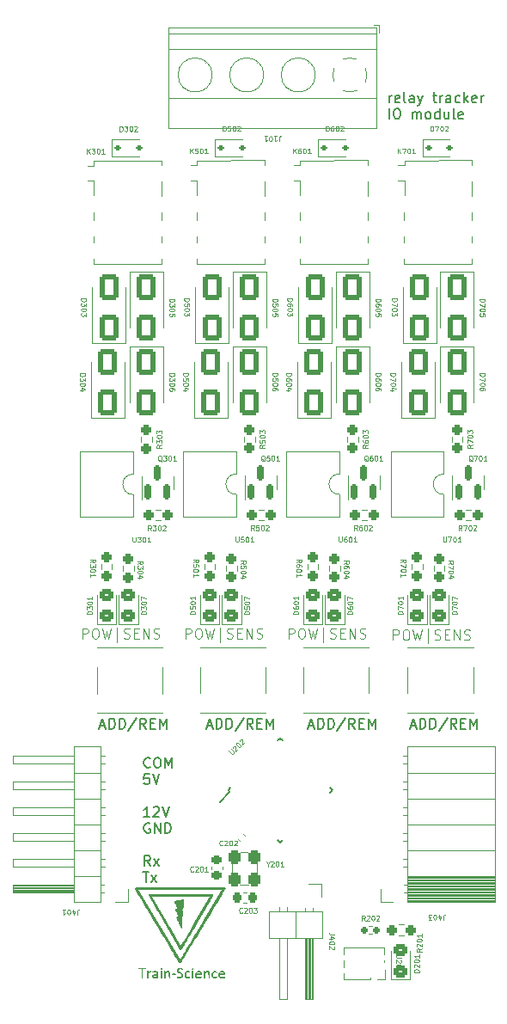
<source format=gbr>
%TF.GenerationSoftware,KiCad,Pcbnew,7.0.7*%
%TF.CreationDate,2024-01-28T22:13:11+01:00*%
%TF.ProjectId,relayTracker,72656c61-7954-4726-9163-6b65722e6b69,rev?*%
%TF.SameCoordinates,Original*%
%TF.FileFunction,Legend,Top*%
%TF.FilePolarity,Positive*%
%FSLAX46Y46*%
G04 Gerber Fmt 4.6, Leading zero omitted, Abs format (unit mm)*
G04 Created by KiCad (PCBNEW 7.0.7) date 2024-01-28 22:13:11*
%MOMM*%
%LPD*%
G01*
G04 APERTURE LIST*
G04 Aperture macros list*
%AMRoundRect*
0 Rectangle with rounded corners*
0 $1 Rounding radius*
0 $2 $3 $4 $5 $6 $7 $8 $9 X,Y pos of 4 corners*
0 Add a 4 corners polygon primitive as box body*
4,1,4,$2,$3,$4,$5,$6,$7,$8,$9,$2,$3,0*
0 Add four circle primitives for the rounded corners*
1,1,$1+$1,$2,$3*
1,1,$1+$1,$4,$5*
1,1,$1+$1,$6,$7*
1,1,$1+$1,$8,$9*
0 Add four rect primitives between the rounded corners*
20,1,$1+$1,$2,$3,$4,$5,0*
20,1,$1+$1,$4,$5,$6,$7,0*
20,1,$1+$1,$6,$7,$8,$9,0*
20,1,$1+$1,$8,$9,$2,$3,0*%
%AMRotRect*
0 Rectangle, with rotation*
0 The origin of the aperture is its center*
0 $1 length*
0 $2 width*
0 $3 Rotation angle, in degrees counterclockwise*
0 Add horizontal line*
21,1,$1,$2,0,0,$3*%
G04 Aperture macros list end*
%ADD10C,0.150000*%
%ADD11C,0.125000*%
%ADD12C,0.075000*%
%ADD13C,0.120000*%
%ADD14RoundRect,0.237500X-0.237500X0.250000X-0.237500X-0.250000X0.237500X-0.250000X0.237500X0.250000X0*%
%ADD15RoundRect,0.250000X0.650000X-1.000000X0.650000X1.000000X-0.650000X1.000000X-0.650000X-1.000000X0*%
%ADD16RoundRect,0.250000X-0.650000X1.000000X-0.650000X-1.000000X0.650000X-1.000000X0.650000X1.000000X0*%
%ADD17R,1.800000X0.800000*%
%ADD18RoundRect,0.250000X0.450000X-0.325000X0.450000X0.325000X-0.450000X0.325000X-0.450000X-0.325000X0*%
%ADD19RoundRect,0.112500X-0.187500X-0.112500X0.187500X-0.112500X0.187500X0.112500X-0.187500X0.112500X0*%
%ADD20R,1.550000X1.300000*%
%ADD21R,1.000000X1.000000*%
%ADD22O,1.000000X1.000000*%
%ADD23RotRect,1.600000X0.550000X45.000000*%
%ADD24RotRect,1.600000X0.550000X135.000000*%
%ADD25RoundRect,0.160000X-0.197500X-0.160000X0.197500X-0.160000X0.197500X0.160000X-0.197500X0.160000X0*%
%ADD26R,1.780000X2.000000*%
%ADD27R,1.700000X1.700000*%
%ADD28O,1.700000X1.700000*%
%ADD29RoundRect,0.237500X0.250000X0.237500X-0.250000X0.237500X-0.250000X-0.237500X0.250000X-0.237500X0*%
%ADD30RoundRect,0.150000X0.150000X-0.587500X0.150000X0.587500X-0.150000X0.587500X-0.150000X-0.587500X0*%
%ADD31C,3.200000*%
%ADD32RoundRect,0.225000X0.250000X-0.225000X0.250000X0.225000X-0.250000X0.225000X-0.250000X-0.225000X0*%
%ADD33RoundRect,0.300000X-0.300000X0.400000X-0.300000X-0.400000X0.300000X-0.400000X0.300000X0.400000X0*%
%ADD34RoundRect,0.225000X-0.225000X-0.250000X0.225000X-0.250000X0.225000X0.250000X-0.225000X0.250000X0*%
%ADD35R,2.600000X2.600000*%
%ADD36C,2.600000*%
%ADD37RoundRect,0.140000X0.219203X0.021213X0.021213X0.219203X-0.219203X-0.021213X-0.021213X-0.219203X0*%
%ADD38RoundRect,0.237500X-0.250000X-0.237500X0.250000X-0.237500X0.250000X0.237500X-0.250000X0.237500X0*%
G04 APERTURE END LIST*
D10*
X122129779Y-18198819D02*
X122129779Y-17532152D01*
X122129779Y-17722628D02*
X122177398Y-17627390D01*
X122177398Y-17627390D02*
X122225017Y-17579771D01*
X122225017Y-17579771D02*
X122320255Y-17532152D01*
X122320255Y-17532152D02*
X122415493Y-17532152D01*
X123129779Y-18151200D02*
X123034541Y-18198819D01*
X123034541Y-18198819D02*
X122844065Y-18198819D01*
X122844065Y-18198819D02*
X122748827Y-18151200D01*
X122748827Y-18151200D02*
X122701208Y-18055961D01*
X122701208Y-18055961D02*
X122701208Y-17675009D01*
X122701208Y-17675009D02*
X122748827Y-17579771D01*
X122748827Y-17579771D02*
X122844065Y-17532152D01*
X122844065Y-17532152D02*
X123034541Y-17532152D01*
X123034541Y-17532152D02*
X123129779Y-17579771D01*
X123129779Y-17579771D02*
X123177398Y-17675009D01*
X123177398Y-17675009D02*
X123177398Y-17770247D01*
X123177398Y-17770247D02*
X122701208Y-17865485D01*
X123748827Y-18198819D02*
X123653589Y-18151200D01*
X123653589Y-18151200D02*
X123605970Y-18055961D01*
X123605970Y-18055961D02*
X123605970Y-17198819D01*
X124558351Y-18198819D02*
X124558351Y-17675009D01*
X124558351Y-17675009D02*
X124510732Y-17579771D01*
X124510732Y-17579771D02*
X124415494Y-17532152D01*
X124415494Y-17532152D02*
X124225018Y-17532152D01*
X124225018Y-17532152D02*
X124129780Y-17579771D01*
X124558351Y-18151200D02*
X124463113Y-18198819D01*
X124463113Y-18198819D02*
X124225018Y-18198819D01*
X124225018Y-18198819D02*
X124129780Y-18151200D01*
X124129780Y-18151200D02*
X124082161Y-18055961D01*
X124082161Y-18055961D02*
X124082161Y-17960723D01*
X124082161Y-17960723D02*
X124129780Y-17865485D01*
X124129780Y-17865485D02*
X124225018Y-17817866D01*
X124225018Y-17817866D02*
X124463113Y-17817866D01*
X124463113Y-17817866D02*
X124558351Y-17770247D01*
X124939304Y-17532152D02*
X125177399Y-18198819D01*
X125415494Y-17532152D02*
X125177399Y-18198819D01*
X125177399Y-18198819D02*
X125082161Y-18436914D01*
X125082161Y-18436914D02*
X125034542Y-18484533D01*
X125034542Y-18484533D02*
X124939304Y-18532152D01*
X126415495Y-17532152D02*
X126796447Y-17532152D01*
X126558352Y-17198819D02*
X126558352Y-18055961D01*
X126558352Y-18055961D02*
X126605971Y-18151200D01*
X126605971Y-18151200D02*
X126701209Y-18198819D01*
X126701209Y-18198819D02*
X126796447Y-18198819D01*
X127129781Y-18198819D02*
X127129781Y-17532152D01*
X127129781Y-17722628D02*
X127177400Y-17627390D01*
X127177400Y-17627390D02*
X127225019Y-17579771D01*
X127225019Y-17579771D02*
X127320257Y-17532152D01*
X127320257Y-17532152D02*
X127415495Y-17532152D01*
X128177400Y-18198819D02*
X128177400Y-17675009D01*
X128177400Y-17675009D02*
X128129781Y-17579771D01*
X128129781Y-17579771D02*
X128034543Y-17532152D01*
X128034543Y-17532152D02*
X127844067Y-17532152D01*
X127844067Y-17532152D02*
X127748829Y-17579771D01*
X128177400Y-18151200D02*
X128082162Y-18198819D01*
X128082162Y-18198819D02*
X127844067Y-18198819D01*
X127844067Y-18198819D02*
X127748829Y-18151200D01*
X127748829Y-18151200D02*
X127701210Y-18055961D01*
X127701210Y-18055961D02*
X127701210Y-17960723D01*
X127701210Y-17960723D02*
X127748829Y-17865485D01*
X127748829Y-17865485D02*
X127844067Y-17817866D01*
X127844067Y-17817866D02*
X128082162Y-17817866D01*
X128082162Y-17817866D02*
X128177400Y-17770247D01*
X129082162Y-18151200D02*
X128986924Y-18198819D01*
X128986924Y-18198819D02*
X128796448Y-18198819D01*
X128796448Y-18198819D02*
X128701210Y-18151200D01*
X128701210Y-18151200D02*
X128653591Y-18103580D01*
X128653591Y-18103580D02*
X128605972Y-18008342D01*
X128605972Y-18008342D02*
X128605972Y-17722628D01*
X128605972Y-17722628D02*
X128653591Y-17627390D01*
X128653591Y-17627390D02*
X128701210Y-17579771D01*
X128701210Y-17579771D02*
X128796448Y-17532152D01*
X128796448Y-17532152D02*
X128986924Y-17532152D01*
X128986924Y-17532152D02*
X129082162Y-17579771D01*
X129510734Y-18198819D02*
X129510734Y-17198819D01*
X129605972Y-17817866D02*
X129891686Y-18198819D01*
X129891686Y-17532152D02*
X129510734Y-17913104D01*
X130701210Y-18151200D02*
X130605972Y-18198819D01*
X130605972Y-18198819D02*
X130415496Y-18198819D01*
X130415496Y-18198819D02*
X130320258Y-18151200D01*
X130320258Y-18151200D02*
X130272639Y-18055961D01*
X130272639Y-18055961D02*
X130272639Y-17675009D01*
X130272639Y-17675009D02*
X130320258Y-17579771D01*
X130320258Y-17579771D02*
X130415496Y-17532152D01*
X130415496Y-17532152D02*
X130605972Y-17532152D01*
X130605972Y-17532152D02*
X130701210Y-17579771D01*
X130701210Y-17579771D02*
X130748829Y-17675009D01*
X130748829Y-17675009D02*
X130748829Y-17770247D01*
X130748829Y-17770247D02*
X130272639Y-17865485D01*
X131177401Y-18198819D02*
X131177401Y-17532152D01*
X131177401Y-17722628D02*
X131225020Y-17627390D01*
X131225020Y-17627390D02*
X131272639Y-17579771D01*
X131272639Y-17579771D02*
X131367877Y-17532152D01*
X131367877Y-17532152D02*
X131463115Y-17532152D01*
X122129779Y-19808819D02*
X122129779Y-18808819D01*
X122796445Y-18808819D02*
X122986921Y-18808819D01*
X122986921Y-18808819D02*
X123082159Y-18856438D01*
X123082159Y-18856438D02*
X123177397Y-18951676D01*
X123177397Y-18951676D02*
X123225016Y-19142152D01*
X123225016Y-19142152D02*
X123225016Y-19475485D01*
X123225016Y-19475485D02*
X123177397Y-19665961D01*
X123177397Y-19665961D02*
X123082159Y-19761200D01*
X123082159Y-19761200D02*
X122986921Y-19808819D01*
X122986921Y-19808819D02*
X122796445Y-19808819D01*
X122796445Y-19808819D02*
X122701207Y-19761200D01*
X122701207Y-19761200D02*
X122605969Y-19665961D01*
X122605969Y-19665961D02*
X122558350Y-19475485D01*
X122558350Y-19475485D02*
X122558350Y-19142152D01*
X122558350Y-19142152D02*
X122605969Y-18951676D01*
X122605969Y-18951676D02*
X122701207Y-18856438D01*
X122701207Y-18856438D02*
X122796445Y-18808819D01*
X124415493Y-19808819D02*
X124415493Y-19142152D01*
X124415493Y-19237390D02*
X124463112Y-19189771D01*
X124463112Y-19189771D02*
X124558350Y-19142152D01*
X124558350Y-19142152D02*
X124701207Y-19142152D01*
X124701207Y-19142152D02*
X124796445Y-19189771D01*
X124796445Y-19189771D02*
X124844064Y-19285009D01*
X124844064Y-19285009D02*
X124844064Y-19808819D01*
X124844064Y-19285009D02*
X124891683Y-19189771D01*
X124891683Y-19189771D02*
X124986921Y-19142152D01*
X124986921Y-19142152D02*
X125129778Y-19142152D01*
X125129778Y-19142152D02*
X125225017Y-19189771D01*
X125225017Y-19189771D02*
X125272636Y-19285009D01*
X125272636Y-19285009D02*
X125272636Y-19808819D01*
X125891683Y-19808819D02*
X125796445Y-19761200D01*
X125796445Y-19761200D02*
X125748826Y-19713580D01*
X125748826Y-19713580D02*
X125701207Y-19618342D01*
X125701207Y-19618342D02*
X125701207Y-19332628D01*
X125701207Y-19332628D02*
X125748826Y-19237390D01*
X125748826Y-19237390D02*
X125796445Y-19189771D01*
X125796445Y-19189771D02*
X125891683Y-19142152D01*
X125891683Y-19142152D02*
X126034540Y-19142152D01*
X126034540Y-19142152D02*
X126129778Y-19189771D01*
X126129778Y-19189771D02*
X126177397Y-19237390D01*
X126177397Y-19237390D02*
X126225016Y-19332628D01*
X126225016Y-19332628D02*
X126225016Y-19618342D01*
X126225016Y-19618342D02*
X126177397Y-19713580D01*
X126177397Y-19713580D02*
X126129778Y-19761200D01*
X126129778Y-19761200D02*
X126034540Y-19808819D01*
X126034540Y-19808819D02*
X125891683Y-19808819D01*
X127082159Y-19808819D02*
X127082159Y-18808819D01*
X127082159Y-19761200D02*
X126986921Y-19808819D01*
X126986921Y-19808819D02*
X126796445Y-19808819D01*
X126796445Y-19808819D02*
X126701207Y-19761200D01*
X126701207Y-19761200D02*
X126653588Y-19713580D01*
X126653588Y-19713580D02*
X126605969Y-19618342D01*
X126605969Y-19618342D02*
X126605969Y-19332628D01*
X126605969Y-19332628D02*
X126653588Y-19237390D01*
X126653588Y-19237390D02*
X126701207Y-19189771D01*
X126701207Y-19189771D02*
X126796445Y-19142152D01*
X126796445Y-19142152D02*
X126986921Y-19142152D01*
X126986921Y-19142152D02*
X127082159Y-19189771D01*
X127986921Y-19142152D02*
X127986921Y-19808819D01*
X127558350Y-19142152D02*
X127558350Y-19665961D01*
X127558350Y-19665961D02*
X127605969Y-19761200D01*
X127605969Y-19761200D02*
X127701207Y-19808819D01*
X127701207Y-19808819D02*
X127844064Y-19808819D01*
X127844064Y-19808819D02*
X127939302Y-19761200D01*
X127939302Y-19761200D02*
X127986921Y-19713580D01*
X128605969Y-19808819D02*
X128510731Y-19761200D01*
X128510731Y-19761200D02*
X128463112Y-19665961D01*
X128463112Y-19665961D02*
X128463112Y-18808819D01*
X129367874Y-19761200D02*
X129272636Y-19808819D01*
X129272636Y-19808819D02*
X129082160Y-19808819D01*
X129082160Y-19808819D02*
X128986922Y-19761200D01*
X128986922Y-19761200D02*
X128939303Y-19665961D01*
X128939303Y-19665961D02*
X128939303Y-19285009D01*
X128939303Y-19285009D02*
X128986922Y-19189771D01*
X128986922Y-19189771D02*
X129082160Y-19142152D01*
X129082160Y-19142152D02*
X129272636Y-19142152D01*
X129272636Y-19142152D02*
X129367874Y-19189771D01*
X129367874Y-19189771D02*
X129415493Y-19285009D01*
X129415493Y-19285009D02*
X129415493Y-19380247D01*
X129415493Y-19380247D02*
X128939303Y-19475485D01*
X124241160Y-79594104D02*
X124717350Y-79594104D01*
X124145922Y-79879819D02*
X124479255Y-78879819D01*
X124479255Y-78879819D02*
X124812588Y-79879819D01*
X125145922Y-79879819D02*
X125145922Y-78879819D01*
X125145922Y-78879819D02*
X125384017Y-78879819D01*
X125384017Y-78879819D02*
X125526874Y-78927438D01*
X125526874Y-78927438D02*
X125622112Y-79022676D01*
X125622112Y-79022676D02*
X125669731Y-79117914D01*
X125669731Y-79117914D02*
X125717350Y-79308390D01*
X125717350Y-79308390D02*
X125717350Y-79451247D01*
X125717350Y-79451247D02*
X125669731Y-79641723D01*
X125669731Y-79641723D02*
X125622112Y-79736961D01*
X125622112Y-79736961D02*
X125526874Y-79832200D01*
X125526874Y-79832200D02*
X125384017Y-79879819D01*
X125384017Y-79879819D02*
X125145922Y-79879819D01*
X126145922Y-79879819D02*
X126145922Y-78879819D01*
X126145922Y-78879819D02*
X126384017Y-78879819D01*
X126384017Y-78879819D02*
X126526874Y-78927438D01*
X126526874Y-78927438D02*
X126622112Y-79022676D01*
X126622112Y-79022676D02*
X126669731Y-79117914D01*
X126669731Y-79117914D02*
X126717350Y-79308390D01*
X126717350Y-79308390D02*
X126717350Y-79451247D01*
X126717350Y-79451247D02*
X126669731Y-79641723D01*
X126669731Y-79641723D02*
X126622112Y-79736961D01*
X126622112Y-79736961D02*
X126526874Y-79832200D01*
X126526874Y-79832200D02*
X126384017Y-79879819D01*
X126384017Y-79879819D02*
X126145922Y-79879819D01*
X127860207Y-78832200D02*
X127003065Y-80117914D01*
X128764969Y-79879819D02*
X128431636Y-79403628D01*
X128193541Y-79879819D02*
X128193541Y-78879819D01*
X128193541Y-78879819D02*
X128574493Y-78879819D01*
X128574493Y-78879819D02*
X128669731Y-78927438D01*
X128669731Y-78927438D02*
X128717350Y-78975057D01*
X128717350Y-78975057D02*
X128764969Y-79070295D01*
X128764969Y-79070295D02*
X128764969Y-79213152D01*
X128764969Y-79213152D02*
X128717350Y-79308390D01*
X128717350Y-79308390D02*
X128669731Y-79356009D01*
X128669731Y-79356009D02*
X128574493Y-79403628D01*
X128574493Y-79403628D02*
X128193541Y-79403628D01*
X129193541Y-79356009D02*
X129526874Y-79356009D01*
X129669731Y-79879819D02*
X129193541Y-79879819D01*
X129193541Y-79879819D02*
X129193541Y-78879819D01*
X129193541Y-78879819D02*
X129669731Y-78879819D01*
X130098303Y-79879819D02*
X130098303Y-78879819D01*
X130098303Y-78879819D02*
X130431636Y-79594104D01*
X130431636Y-79594104D02*
X130764969Y-78879819D01*
X130764969Y-78879819D02*
X130764969Y-79879819D01*
D11*
X112207331Y-70991119D02*
X112207331Y-69991119D01*
X112207331Y-69991119D02*
X112588283Y-69991119D01*
X112588283Y-69991119D02*
X112683521Y-70038738D01*
X112683521Y-70038738D02*
X112731140Y-70086357D01*
X112731140Y-70086357D02*
X112778759Y-70181595D01*
X112778759Y-70181595D02*
X112778759Y-70324452D01*
X112778759Y-70324452D02*
X112731140Y-70419690D01*
X112731140Y-70419690D02*
X112683521Y-70467309D01*
X112683521Y-70467309D02*
X112588283Y-70514928D01*
X112588283Y-70514928D02*
X112207331Y-70514928D01*
X113397807Y-69991119D02*
X113588283Y-69991119D01*
X113588283Y-69991119D02*
X113683521Y-70038738D01*
X113683521Y-70038738D02*
X113778759Y-70133976D01*
X113778759Y-70133976D02*
X113826378Y-70324452D01*
X113826378Y-70324452D02*
X113826378Y-70657785D01*
X113826378Y-70657785D02*
X113778759Y-70848261D01*
X113778759Y-70848261D02*
X113683521Y-70943500D01*
X113683521Y-70943500D02*
X113588283Y-70991119D01*
X113588283Y-70991119D02*
X113397807Y-70991119D01*
X113397807Y-70991119D02*
X113302569Y-70943500D01*
X113302569Y-70943500D02*
X113207331Y-70848261D01*
X113207331Y-70848261D02*
X113159712Y-70657785D01*
X113159712Y-70657785D02*
X113159712Y-70324452D01*
X113159712Y-70324452D02*
X113207331Y-70133976D01*
X113207331Y-70133976D02*
X113302569Y-70038738D01*
X113302569Y-70038738D02*
X113397807Y-69991119D01*
X114159712Y-69991119D02*
X114397807Y-70991119D01*
X114397807Y-70991119D02*
X114588283Y-70276833D01*
X114588283Y-70276833D02*
X114778759Y-70991119D01*
X114778759Y-70991119D02*
X115016855Y-69991119D01*
X115635902Y-71324452D02*
X115635902Y-69895880D01*
X116302569Y-70943500D02*
X116445426Y-70991119D01*
X116445426Y-70991119D02*
X116683521Y-70991119D01*
X116683521Y-70991119D02*
X116778759Y-70943500D01*
X116778759Y-70943500D02*
X116826378Y-70895880D01*
X116826378Y-70895880D02*
X116873997Y-70800642D01*
X116873997Y-70800642D02*
X116873997Y-70705404D01*
X116873997Y-70705404D02*
X116826378Y-70610166D01*
X116826378Y-70610166D02*
X116778759Y-70562547D01*
X116778759Y-70562547D02*
X116683521Y-70514928D01*
X116683521Y-70514928D02*
X116493045Y-70467309D01*
X116493045Y-70467309D02*
X116397807Y-70419690D01*
X116397807Y-70419690D02*
X116350188Y-70372071D01*
X116350188Y-70372071D02*
X116302569Y-70276833D01*
X116302569Y-70276833D02*
X116302569Y-70181595D01*
X116302569Y-70181595D02*
X116350188Y-70086357D01*
X116350188Y-70086357D02*
X116397807Y-70038738D01*
X116397807Y-70038738D02*
X116493045Y-69991119D01*
X116493045Y-69991119D02*
X116731140Y-69991119D01*
X116731140Y-69991119D02*
X116873997Y-70038738D01*
X117302569Y-70467309D02*
X117635902Y-70467309D01*
X117778759Y-70991119D02*
X117302569Y-70991119D01*
X117302569Y-70991119D02*
X117302569Y-69991119D01*
X117302569Y-69991119D02*
X117778759Y-69991119D01*
X118207331Y-70991119D02*
X118207331Y-69991119D01*
X118207331Y-69991119D02*
X118778759Y-70991119D01*
X118778759Y-70991119D02*
X118778759Y-69991119D01*
X119207331Y-70943500D02*
X119350188Y-70991119D01*
X119350188Y-70991119D02*
X119588283Y-70991119D01*
X119588283Y-70991119D02*
X119683521Y-70943500D01*
X119683521Y-70943500D02*
X119731140Y-70895880D01*
X119731140Y-70895880D02*
X119778759Y-70800642D01*
X119778759Y-70800642D02*
X119778759Y-70705404D01*
X119778759Y-70705404D02*
X119731140Y-70610166D01*
X119731140Y-70610166D02*
X119683521Y-70562547D01*
X119683521Y-70562547D02*
X119588283Y-70514928D01*
X119588283Y-70514928D02*
X119397807Y-70467309D01*
X119397807Y-70467309D02*
X119302569Y-70419690D01*
X119302569Y-70419690D02*
X119254950Y-70372071D01*
X119254950Y-70372071D02*
X119207331Y-70276833D01*
X119207331Y-70276833D02*
X119207331Y-70181595D01*
X119207331Y-70181595D02*
X119254950Y-70086357D01*
X119254950Y-70086357D02*
X119302569Y-70038738D01*
X119302569Y-70038738D02*
X119397807Y-69991119D01*
X119397807Y-69991119D02*
X119635902Y-69991119D01*
X119635902Y-69991119D02*
X119778759Y-70038738D01*
X102047331Y-70991119D02*
X102047331Y-69991119D01*
X102047331Y-69991119D02*
X102428283Y-69991119D01*
X102428283Y-69991119D02*
X102523521Y-70038738D01*
X102523521Y-70038738D02*
X102571140Y-70086357D01*
X102571140Y-70086357D02*
X102618759Y-70181595D01*
X102618759Y-70181595D02*
X102618759Y-70324452D01*
X102618759Y-70324452D02*
X102571140Y-70419690D01*
X102571140Y-70419690D02*
X102523521Y-70467309D01*
X102523521Y-70467309D02*
X102428283Y-70514928D01*
X102428283Y-70514928D02*
X102047331Y-70514928D01*
X103237807Y-69991119D02*
X103428283Y-69991119D01*
X103428283Y-69991119D02*
X103523521Y-70038738D01*
X103523521Y-70038738D02*
X103618759Y-70133976D01*
X103618759Y-70133976D02*
X103666378Y-70324452D01*
X103666378Y-70324452D02*
X103666378Y-70657785D01*
X103666378Y-70657785D02*
X103618759Y-70848261D01*
X103618759Y-70848261D02*
X103523521Y-70943500D01*
X103523521Y-70943500D02*
X103428283Y-70991119D01*
X103428283Y-70991119D02*
X103237807Y-70991119D01*
X103237807Y-70991119D02*
X103142569Y-70943500D01*
X103142569Y-70943500D02*
X103047331Y-70848261D01*
X103047331Y-70848261D02*
X102999712Y-70657785D01*
X102999712Y-70657785D02*
X102999712Y-70324452D01*
X102999712Y-70324452D02*
X103047331Y-70133976D01*
X103047331Y-70133976D02*
X103142569Y-70038738D01*
X103142569Y-70038738D02*
X103237807Y-69991119D01*
X103999712Y-69991119D02*
X104237807Y-70991119D01*
X104237807Y-70991119D02*
X104428283Y-70276833D01*
X104428283Y-70276833D02*
X104618759Y-70991119D01*
X104618759Y-70991119D02*
X104856855Y-69991119D01*
X105475902Y-71324452D02*
X105475902Y-69895880D01*
X106142569Y-70943500D02*
X106285426Y-70991119D01*
X106285426Y-70991119D02*
X106523521Y-70991119D01*
X106523521Y-70991119D02*
X106618759Y-70943500D01*
X106618759Y-70943500D02*
X106666378Y-70895880D01*
X106666378Y-70895880D02*
X106713997Y-70800642D01*
X106713997Y-70800642D02*
X106713997Y-70705404D01*
X106713997Y-70705404D02*
X106666378Y-70610166D01*
X106666378Y-70610166D02*
X106618759Y-70562547D01*
X106618759Y-70562547D02*
X106523521Y-70514928D01*
X106523521Y-70514928D02*
X106333045Y-70467309D01*
X106333045Y-70467309D02*
X106237807Y-70419690D01*
X106237807Y-70419690D02*
X106190188Y-70372071D01*
X106190188Y-70372071D02*
X106142569Y-70276833D01*
X106142569Y-70276833D02*
X106142569Y-70181595D01*
X106142569Y-70181595D02*
X106190188Y-70086357D01*
X106190188Y-70086357D02*
X106237807Y-70038738D01*
X106237807Y-70038738D02*
X106333045Y-69991119D01*
X106333045Y-69991119D02*
X106571140Y-69991119D01*
X106571140Y-69991119D02*
X106713997Y-70038738D01*
X107142569Y-70467309D02*
X107475902Y-70467309D01*
X107618759Y-70991119D02*
X107142569Y-70991119D01*
X107142569Y-70991119D02*
X107142569Y-69991119D01*
X107142569Y-69991119D02*
X107618759Y-69991119D01*
X108047331Y-70991119D02*
X108047331Y-69991119D01*
X108047331Y-69991119D02*
X108618759Y-70991119D01*
X108618759Y-70991119D02*
X108618759Y-69991119D01*
X109047331Y-70943500D02*
X109190188Y-70991119D01*
X109190188Y-70991119D02*
X109428283Y-70991119D01*
X109428283Y-70991119D02*
X109523521Y-70943500D01*
X109523521Y-70943500D02*
X109571140Y-70895880D01*
X109571140Y-70895880D02*
X109618759Y-70800642D01*
X109618759Y-70800642D02*
X109618759Y-70705404D01*
X109618759Y-70705404D02*
X109571140Y-70610166D01*
X109571140Y-70610166D02*
X109523521Y-70562547D01*
X109523521Y-70562547D02*
X109428283Y-70514928D01*
X109428283Y-70514928D02*
X109237807Y-70467309D01*
X109237807Y-70467309D02*
X109142569Y-70419690D01*
X109142569Y-70419690D02*
X109094950Y-70372071D01*
X109094950Y-70372071D02*
X109047331Y-70276833D01*
X109047331Y-70276833D02*
X109047331Y-70181595D01*
X109047331Y-70181595D02*
X109094950Y-70086357D01*
X109094950Y-70086357D02*
X109142569Y-70038738D01*
X109142569Y-70038738D02*
X109237807Y-69991119D01*
X109237807Y-69991119D02*
X109475902Y-69991119D01*
X109475902Y-69991119D02*
X109618759Y-70038738D01*
D10*
X98571207Y-83627580D02*
X98523588Y-83675200D01*
X98523588Y-83675200D02*
X98380731Y-83722819D01*
X98380731Y-83722819D02*
X98285493Y-83722819D01*
X98285493Y-83722819D02*
X98142636Y-83675200D01*
X98142636Y-83675200D02*
X98047398Y-83579961D01*
X98047398Y-83579961D02*
X97999779Y-83484723D01*
X97999779Y-83484723D02*
X97952160Y-83294247D01*
X97952160Y-83294247D02*
X97952160Y-83151390D01*
X97952160Y-83151390D02*
X97999779Y-82960914D01*
X97999779Y-82960914D02*
X98047398Y-82865676D01*
X98047398Y-82865676D02*
X98142636Y-82770438D01*
X98142636Y-82770438D02*
X98285493Y-82722819D01*
X98285493Y-82722819D02*
X98380731Y-82722819D01*
X98380731Y-82722819D02*
X98523588Y-82770438D01*
X98523588Y-82770438D02*
X98571207Y-82818057D01*
X99190255Y-82722819D02*
X99380731Y-82722819D01*
X99380731Y-82722819D02*
X99475969Y-82770438D01*
X99475969Y-82770438D02*
X99571207Y-82865676D01*
X99571207Y-82865676D02*
X99618826Y-83056152D01*
X99618826Y-83056152D02*
X99618826Y-83389485D01*
X99618826Y-83389485D02*
X99571207Y-83579961D01*
X99571207Y-83579961D02*
X99475969Y-83675200D01*
X99475969Y-83675200D02*
X99380731Y-83722819D01*
X99380731Y-83722819D02*
X99190255Y-83722819D01*
X99190255Y-83722819D02*
X99095017Y-83675200D01*
X99095017Y-83675200D02*
X98999779Y-83579961D01*
X98999779Y-83579961D02*
X98952160Y-83389485D01*
X98952160Y-83389485D02*
X98952160Y-83056152D01*
X98952160Y-83056152D02*
X98999779Y-82865676D01*
X98999779Y-82865676D02*
X99095017Y-82770438D01*
X99095017Y-82770438D02*
X99190255Y-82722819D01*
X100047398Y-83722819D02*
X100047398Y-82722819D01*
X100047398Y-82722819D02*
X100380731Y-83437104D01*
X100380731Y-83437104D02*
X100714064Y-82722819D01*
X100714064Y-82722819D02*
X100714064Y-83722819D01*
X98475969Y-84332819D02*
X97999779Y-84332819D01*
X97999779Y-84332819D02*
X97952160Y-84809009D01*
X97952160Y-84809009D02*
X97999779Y-84761390D01*
X97999779Y-84761390D02*
X98095017Y-84713771D01*
X98095017Y-84713771D02*
X98333112Y-84713771D01*
X98333112Y-84713771D02*
X98428350Y-84761390D01*
X98428350Y-84761390D02*
X98475969Y-84809009D01*
X98475969Y-84809009D02*
X98523588Y-84904247D01*
X98523588Y-84904247D02*
X98523588Y-85142342D01*
X98523588Y-85142342D02*
X98475969Y-85237580D01*
X98475969Y-85237580D02*
X98428350Y-85285200D01*
X98428350Y-85285200D02*
X98333112Y-85332819D01*
X98333112Y-85332819D02*
X98095017Y-85332819D01*
X98095017Y-85332819D02*
X97999779Y-85285200D01*
X97999779Y-85285200D02*
X97952160Y-85237580D01*
X98809303Y-84332819D02*
X99142636Y-85332819D01*
X99142636Y-85332819D02*
X99475969Y-84332819D01*
X98523588Y-88552819D02*
X97952160Y-88552819D01*
X98237874Y-88552819D02*
X98237874Y-87552819D01*
X98237874Y-87552819D02*
X98142636Y-87695676D01*
X98142636Y-87695676D02*
X98047398Y-87790914D01*
X98047398Y-87790914D02*
X97952160Y-87838533D01*
X98904541Y-87648057D02*
X98952160Y-87600438D01*
X98952160Y-87600438D02*
X99047398Y-87552819D01*
X99047398Y-87552819D02*
X99285493Y-87552819D01*
X99285493Y-87552819D02*
X99380731Y-87600438D01*
X99380731Y-87600438D02*
X99428350Y-87648057D01*
X99428350Y-87648057D02*
X99475969Y-87743295D01*
X99475969Y-87743295D02*
X99475969Y-87838533D01*
X99475969Y-87838533D02*
X99428350Y-87981390D01*
X99428350Y-87981390D02*
X98856922Y-88552819D01*
X98856922Y-88552819D02*
X99475969Y-88552819D01*
X99761684Y-87552819D02*
X100095017Y-88552819D01*
X100095017Y-88552819D02*
X100428350Y-87552819D01*
X98523588Y-89210438D02*
X98428350Y-89162819D01*
X98428350Y-89162819D02*
X98285493Y-89162819D01*
X98285493Y-89162819D02*
X98142636Y-89210438D01*
X98142636Y-89210438D02*
X98047398Y-89305676D01*
X98047398Y-89305676D02*
X97999779Y-89400914D01*
X97999779Y-89400914D02*
X97952160Y-89591390D01*
X97952160Y-89591390D02*
X97952160Y-89734247D01*
X97952160Y-89734247D02*
X97999779Y-89924723D01*
X97999779Y-89924723D02*
X98047398Y-90019961D01*
X98047398Y-90019961D02*
X98142636Y-90115200D01*
X98142636Y-90115200D02*
X98285493Y-90162819D01*
X98285493Y-90162819D02*
X98380731Y-90162819D01*
X98380731Y-90162819D02*
X98523588Y-90115200D01*
X98523588Y-90115200D02*
X98571207Y-90067580D01*
X98571207Y-90067580D02*
X98571207Y-89734247D01*
X98571207Y-89734247D02*
X98380731Y-89734247D01*
X98999779Y-90162819D02*
X98999779Y-89162819D01*
X98999779Y-89162819D02*
X99571207Y-90162819D01*
X99571207Y-90162819D02*
X99571207Y-89162819D01*
X100047398Y-90162819D02*
X100047398Y-89162819D01*
X100047398Y-89162819D02*
X100285493Y-89162819D01*
X100285493Y-89162819D02*
X100428350Y-89210438D01*
X100428350Y-89210438D02*
X100523588Y-89305676D01*
X100523588Y-89305676D02*
X100571207Y-89400914D01*
X100571207Y-89400914D02*
X100618826Y-89591390D01*
X100618826Y-89591390D02*
X100618826Y-89734247D01*
X100618826Y-89734247D02*
X100571207Y-89924723D01*
X100571207Y-89924723D02*
X100523588Y-90019961D01*
X100523588Y-90019961D02*
X100428350Y-90115200D01*
X100428350Y-90115200D02*
X100285493Y-90162819D01*
X100285493Y-90162819D02*
X100047398Y-90162819D01*
X98571207Y-93382819D02*
X98237874Y-92906628D01*
X97999779Y-93382819D02*
X97999779Y-92382819D01*
X97999779Y-92382819D02*
X98380731Y-92382819D01*
X98380731Y-92382819D02*
X98475969Y-92430438D01*
X98475969Y-92430438D02*
X98523588Y-92478057D01*
X98523588Y-92478057D02*
X98571207Y-92573295D01*
X98571207Y-92573295D02*
X98571207Y-92716152D01*
X98571207Y-92716152D02*
X98523588Y-92811390D01*
X98523588Y-92811390D02*
X98475969Y-92859009D01*
X98475969Y-92859009D02*
X98380731Y-92906628D01*
X98380731Y-92906628D02*
X97999779Y-92906628D01*
X98904541Y-93382819D02*
X99428350Y-92716152D01*
X98904541Y-92716152D02*
X99428350Y-93382819D01*
X97856922Y-93992819D02*
X98428350Y-93992819D01*
X98142636Y-94992819D02*
X98142636Y-93992819D01*
X98666446Y-94992819D02*
X99190255Y-94326152D01*
X98666446Y-94326152D02*
X99190255Y-94992819D01*
D11*
X122494331Y-71118119D02*
X122494331Y-70118119D01*
X122494331Y-70118119D02*
X122875283Y-70118119D01*
X122875283Y-70118119D02*
X122970521Y-70165738D01*
X122970521Y-70165738D02*
X123018140Y-70213357D01*
X123018140Y-70213357D02*
X123065759Y-70308595D01*
X123065759Y-70308595D02*
X123065759Y-70451452D01*
X123065759Y-70451452D02*
X123018140Y-70546690D01*
X123018140Y-70546690D02*
X122970521Y-70594309D01*
X122970521Y-70594309D02*
X122875283Y-70641928D01*
X122875283Y-70641928D02*
X122494331Y-70641928D01*
X123684807Y-70118119D02*
X123875283Y-70118119D01*
X123875283Y-70118119D02*
X123970521Y-70165738D01*
X123970521Y-70165738D02*
X124065759Y-70260976D01*
X124065759Y-70260976D02*
X124113378Y-70451452D01*
X124113378Y-70451452D02*
X124113378Y-70784785D01*
X124113378Y-70784785D02*
X124065759Y-70975261D01*
X124065759Y-70975261D02*
X123970521Y-71070500D01*
X123970521Y-71070500D02*
X123875283Y-71118119D01*
X123875283Y-71118119D02*
X123684807Y-71118119D01*
X123684807Y-71118119D02*
X123589569Y-71070500D01*
X123589569Y-71070500D02*
X123494331Y-70975261D01*
X123494331Y-70975261D02*
X123446712Y-70784785D01*
X123446712Y-70784785D02*
X123446712Y-70451452D01*
X123446712Y-70451452D02*
X123494331Y-70260976D01*
X123494331Y-70260976D02*
X123589569Y-70165738D01*
X123589569Y-70165738D02*
X123684807Y-70118119D01*
X124446712Y-70118119D02*
X124684807Y-71118119D01*
X124684807Y-71118119D02*
X124875283Y-70403833D01*
X124875283Y-70403833D02*
X125065759Y-71118119D01*
X125065759Y-71118119D02*
X125303855Y-70118119D01*
X125922902Y-71451452D02*
X125922902Y-70022880D01*
X126589569Y-71070500D02*
X126732426Y-71118119D01*
X126732426Y-71118119D02*
X126970521Y-71118119D01*
X126970521Y-71118119D02*
X127065759Y-71070500D01*
X127065759Y-71070500D02*
X127113378Y-71022880D01*
X127113378Y-71022880D02*
X127160997Y-70927642D01*
X127160997Y-70927642D02*
X127160997Y-70832404D01*
X127160997Y-70832404D02*
X127113378Y-70737166D01*
X127113378Y-70737166D02*
X127065759Y-70689547D01*
X127065759Y-70689547D02*
X126970521Y-70641928D01*
X126970521Y-70641928D02*
X126780045Y-70594309D01*
X126780045Y-70594309D02*
X126684807Y-70546690D01*
X126684807Y-70546690D02*
X126637188Y-70499071D01*
X126637188Y-70499071D02*
X126589569Y-70403833D01*
X126589569Y-70403833D02*
X126589569Y-70308595D01*
X126589569Y-70308595D02*
X126637188Y-70213357D01*
X126637188Y-70213357D02*
X126684807Y-70165738D01*
X126684807Y-70165738D02*
X126780045Y-70118119D01*
X126780045Y-70118119D02*
X127018140Y-70118119D01*
X127018140Y-70118119D02*
X127160997Y-70165738D01*
X127589569Y-70594309D02*
X127922902Y-70594309D01*
X128065759Y-71118119D02*
X127589569Y-71118119D01*
X127589569Y-71118119D02*
X127589569Y-70118119D01*
X127589569Y-70118119D02*
X128065759Y-70118119D01*
X128494331Y-71118119D02*
X128494331Y-70118119D01*
X128494331Y-70118119D02*
X129065759Y-71118119D01*
X129065759Y-71118119D02*
X129065759Y-70118119D01*
X129494331Y-71070500D02*
X129637188Y-71118119D01*
X129637188Y-71118119D02*
X129875283Y-71118119D01*
X129875283Y-71118119D02*
X129970521Y-71070500D01*
X129970521Y-71070500D02*
X130018140Y-71022880D01*
X130018140Y-71022880D02*
X130065759Y-70927642D01*
X130065759Y-70927642D02*
X130065759Y-70832404D01*
X130065759Y-70832404D02*
X130018140Y-70737166D01*
X130018140Y-70737166D02*
X129970521Y-70689547D01*
X129970521Y-70689547D02*
X129875283Y-70641928D01*
X129875283Y-70641928D02*
X129684807Y-70594309D01*
X129684807Y-70594309D02*
X129589569Y-70546690D01*
X129589569Y-70546690D02*
X129541950Y-70499071D01*
X129541950Y-70499071D02*
X129494331Y-70403833D01*
X129494331Y-70403833D02*
X129494331Y-70308595D01*
X129494331Y-70308595D02*
X129541950Y-70213357D01*
X129541950Y-70213357D02*
X129589569Y-70165738D01*
X129589569Y-70165738D02*
X129684807Y-70118119D01*
X129684807Y-70118119D02*
X129922902Y-70118119D01*
X129922902Y-70118119D02*
X130065759Y-70165738D01*
D10*
X104175160Y-79594104D02*
X104651350Y-79594104D01*
X104079922Y-79879819D02*
X104413255Y-78879819D01*
X104413255Y-78879819D02*
X104746588Y-79879819D01*
X105079922Y-79879819D02*
X105079922Y-78879819D01*
X105079922Y-78879819D02*
X105318017Y-78879819D01*
X105318017Y-78879819D02*
X105460874Y-78927438D01*
X105460874Y-78927438D02*
X105556112Y-79022676D01*
X105556112Y-79022676D02*
X105603731Y-79117914D01*
X105603731Y-79117914D02*
X105651350Y-79308390D01*
X105651350Y-79308390D02*
X105651350Y-79451247D01*
X105651350Y-79451247D02*
X105603731Y-79641723D01*
X105603731Y-79641723D02*
X105556112Y-79736961D01*
X105556112Y-79736961D02*
X105460874Y-79832200D01*
X105460874Y-79832200D02*
X105318017Y-79879819D01*
X105318017Y-79879819D02*
X105079922Y-79879819D01*
X106079922Y-79879819D02*
X106079922Y-78879819D01*
X106079922Y-78879819D02*
X106318017Y-78879819D01*
X106318017Y-78879819D02*
X106460874Y-78927438D01*
X106460874Y-78927438D02*
X106556112Y-79022676D01*
X106556112Y-79022676D02*
X106603731Y-79117914D01*
X106603731Y-79117914D02*
X106651350Y-79308390D01*
X106651350Y-79308390D02*
X106651350Y-79451247D01*
X106651350Y-79451247D02*
X106603731Y-79641723D01*
X106603731Y-79641723D02*
X106556112Y-79736961D01*
X106556112Y-79736961D02*
X106460874Y-79832200D01*
X106460874Y-79832200D02*
X106318017Y-79879819D01*
X106318017Y-79879819D02*
X106079922Y-79879819D01*
X107794207Y-78832200D02*
X106937065Y-80117914D01*
X108698969Y-79879819D02*
X108365636Y-79403628D01*
X108127541Y-79879819D02*
X108127541Y-78879819D01*
X108127541Y-78879819D02*
X108508493Y-78879819D01*
X108508493Y-78879819D02*
X108603731Y-78927438D01*
X108603731Y-78927438D02*
X108651350Y-78975057D01*
X108651350Y-78975057D02*
X108698969Y-79070295D01*
X108698969Y-79070295D02*
X108698969Y-79213152D01*
X108698969Y-79213152D02*
X108651350Y-79308390D01*
X108651350Y-79308390D02*
X108603731Y-79356009D01*
X108603731Y-79356009D02*
X108508493Y-79403628D01*
X108508493Y-79403628D02*
X108127541Y-79403628D01*
X109127541Y-79356009D02*
X109460874Y-79356009D01*
X109603731Y-79879819D02*
X109127541Y-79879819D01*
X109127541Y-79879819D02*
X109127541Y-78879819D01*
X109127541Y-78879819D02*
X109603731Y-78879819D01*
X110032303Y-79879819D02*
X110032303Y-78879819D01*
X110032303Y-78879819D02*
X110365636Y-79594104D01*
X110365636Y-79594104D02*
X110698969Y-78879819D01*
X110698969Y-78879819D02*
X110698969Y-79879819D01*
D11*
X91887331Y-70991119D02*
X91887331Y-69991119D01*
X91887331Y-69991119D02*
X92268283Y-69991119D01*
X92268283Y-69991119D02*
X92363521Y-70038738D01*
X92363521Y-70038738D02*
X92411140Y-70086357D01*
X92411140Y-70086357D02*
X92458759Y-70181595D01*
X92458759Y-70181595D02*
X92458759Y-70324452D01*
X92458759Y-70324452D02*
X92411140Y-70419690D01*
X92411140Y-70419690D02*
X92363521Y-70467309D01*
X92363521Y-70467309D02*
X92268283Y-70514928D01*
X92268283Y-70514928D02*
X91887331Y-70514928D01*
X93077807Y-69991119D02*
X93268283Y-69991119D01*
X93268283Y-69991119D02*
X93363521Y-70038738D01*
X93363521Y-70038738D02*
X93458759Y-70133976D01*
X93458759Y-70133976D02*
X93506378Y-70324452D01*
X93506378Y-70324452D02*
X93506378Y-70657785D01*
X93506378Y-70657785D02*
X93458759Y-70848261D01*
X93458759Y-70848261D02*
X93363521Y-70943500D01*
X93363521Y-70943500D02*
X93268283Y-70991119D01*
X93268283Y-70991119D02*
X93077807Y-70991119D01*
X93077807Y-70991119D02*
X92982569Y-70943500D01*
X92982569Y-70943500D02*
X92887331Y-70848261D01*
X92887331Y-70848261D02*
X92839712Y-70657785D01*
X92839712Y-70657785D02*
X92839712Y-70324452D01*
X92839712Y-70324452D02*
X92887331Y-70133976D01*
X92887331Y-70133976D02*
X92982569Y-70038738D01*
X92982569Y-70038738D02*
X93077807Y-69991119D01*
X93839712Y-69991119D02*
X94077807Y-70991119D01*
X94077807Y-70991119D02*
X94268283Y-70276833D01*
X94268283Y-70276833D02*
X94458759Y-70991119D01*
X94458759Y-70991119D02*
X94696855Y-69991119D01*
X95315902Y-71324452D02*
X95315902Y-69895880D01*
X95982569Y-70943500D02*
X96125426Y-70991119D01*
X96125426Y-70991119D02*
X96363521Y-70991119D01*
X96363521Y-70991119D02*
X96458759Y-70943500D01*
X96458759Y-70943500D02*
X96506378Y-70895880D01*
X96506378Y-70895880D02*
X96553997Y-70800642D01*
X96553997Y-70800642D02*
X96553997Y-70705404D01*
X96553997Y-70705404D02*
X96506378Y-70610166D01*
X96506378Y-70610166D02*
X96458759Y-70562547D01*
X96458759Y-70562547D02*
X96363521Y-70514928D01*
X96363521Y-70514928D02*
X96173045Y-70467309D01*
X96173045Y-70467309D02*
X96077807Y-70419690D01*
X96077807Y-70419690D02*
X96030188Y-70372071D01*
X96030188Y-70372071D02*
X95982569Y-70276833D01*
X95982569Y-70276833D02*
X95982569Y-70181595D01*
X95982569Y-70181595D02*
X96030188Y-70086357D01*
X96030188Y-70086357D02*
X96077807Y-70038738D01*
X96077807Y-70038738D02*
X96173045Y-69991119D01*
X96173045Y-69991119D02*
X96411140Y-69991119D01*
X96411140Y-69991119D02*
X96553997Y-70038738D01*
X96982569Y-70467309D02*
X97315902Y-70467309D01*
X97458759Y-70991119D02*
X96982569Y-70991119D01*
X96982569Y-70991119D02*
X96982569Y-69991119D01*
X96982569Y-69991119D02*
X97458759Y-69991119D01*
X97887331Y-70991119D02*
X97887331Y-69991119D01*
X97887331Y-69991119D02*
X98458759Y-70991119D01*
X98458759Y-70991119D02*
X98458759Y-69991119D01*
X98887331Y-70943500D02*
X99030188Y-70991119D01*
X99030188Y-70991119D02*
X99268283Y-70991119D01*
X99268283Y-70991119D02*
X99363521Y-70943500D01*
X99363521Y-70943500D02*
X99411140Y-70895880D01*
X99411140Y-70895880D02*
X99458759Y-70800642D01*
X99458759Y-70800642D02*
X99458759Y-70705404D01*
X99458759Y-70705404D02*
X99411140Y-70610166D01*
X99411140Y-70610166D02*
X99363521Y-70562547D01*
X99363521Y-70562547D02*
X99268283Y-70514928D01*
X99268283Y-70514928D02*
X99077807Y-70467309D01*
X99077807Y-70467309D02*
X98982569Y-70419690D01*
X98982569Y-70419690D02*
X98934950Y-70372071D01*
X98934950Y-70372071D02*
X98887331Y-70276833D01*
X98887331Y-70276833D02*
X98887331Y-70181595D01*
X98887331Y-70181595D02*
X98934950Y-70086357D01*
X98934950Y-70086357D02*
X98982569Y-70038738D01*
X98982569Y-70038738D02*
X99077807Y-69991119D01*
X99077807Y-69991119D02*
X99315902Y-69991119D01*
X99315902Y-69991119D02*
X99458759Y-70038738D01*
D10*
X93634160Y-79594104D02*
X94110350Y-79594104D01*
X93538922Y-79879819D02*
X93872255Y-78879819D01*
X93872255Y-78879819D02*
X94205588Y-79879819D01*
X94538922Y-79879819D02*
X94538922Y-78879819D01*
X94538922Y-78879819D02*
X94777017Y-78879819D01*
X94777017Y-78879819D02*
X94919874Y-78927438D01*
X94919874Y-78927438D02*
X95015112Y-79022676D01*
X95015112Y-79022676D02*
X95062731Y-79117914D01*
X95062731Y-79117914D02*
X95110350Y-79308390D01*
X95110350Y-79308390D02*
X95110350Y-79451247D01*
X95110350Y-79451247D02*
X95062731Y-79641723D01*
X95062731Y-79641723D02*
X95015112Y-79736961D01*
X95015112Y-79736961D02*
X94919874Y-79832200D01*
X94919874Y-79832200D02*
X94777017Y-79879819D01*
X94777017Y-79879819D02*
X94538922Y-79879819D01*
X95538922Y-79879819D02*
X95538922Y-78879819D01*
X95538922Y-78879819D02*
X95777017Y-78879819D01*
X95777017Y-78879819D02*
X95919874Y-78927438D01*
X95919874Y-78927438D02*
X96015112Y-79022676D01*
X96015112Y-79022676D02*
X96062731Y-79117914D01*
X96062731Y-79117914D02*
X96110350Y-79308390D01*
X96110350Y-79308390D02*
X96110350Y-79451247D01*
X96110350Y-79451247D02*
X96062731Y-79641723D01*
X96062731Y-79641723D02*
X96015112Y-79736961D01*
X96015112Y-79736961D02*
X95919874Y-79832200D01*
X95919874Y-79832200D02*
X95777017Y-79879819D01*
X95777017Y-79879819D02*
X95538922Y-79879819D01*
X97253207Y-78832200D02*
X96396065Y-80117914D01*
X98157969Y-79879819D02*
X97824636Y-79403628D01*
X97586541Y-79879819D02*
X97586541Y-78879819D01*
X97586541Y-78879819D02*
X97967493Y-78879819D01*
X97967493Y-78879819D02*
X98062731Y-78927438D01*
X98062731Y-78927438D02*
X98110350Y-78975057D01*
X98110350Y-78975057D02*
X98157969Y-79070295D01*
X98157969Y-79070295D02*
X98157969Y-79213152D01*
X98157969Y-79213152D02*
X98110350Y-79308390D01*
X98110350Y-79308390D02*
X98062731Y-79356009D01*
X98062731Y-79356009D02*
X97967493Y-79403628D01*
X97967493Y-79403628D02*
X97586541Y-79403628D01*
X98586541Y-79356009D02*
X98919874Y-79356009D01*
X99062731Y-79879819D02*
X98586541Y-79879819D01*
X98586541Y-79879819D02*
X98586541Y-78879819D01*
X98586541Y-78879819D02*
X99062731Y-78879819D01*
X99491303Y-79879819D02*
X99491303Y-78879819D01*
X99491303Y-78879819D02*
X99824636Y-79594104D01*
X99824636Y-79594104D02*
X100157969Y-78879819D01*
X100157969Y-78879819D02*
X100157969Y-79879819D01*
X114208160Y-79594104D02*
X114684350Y-79594104D01*
X114112922Y-79879819D02*
X114446255Y-78879819D01*
X114446255Y-78879819D02*
X114779588Y-79879819D01*
X115112922Y-79879819D02*
X115112922Y-78879819D01*
X115112922Y-78879819D02*
X115351017Y-78879819D01*
X115351017Y-78879819D02*
X115493874Y-78927438D01*
X115493874Y-78927438D02*
X115589112Y-79022676D01*
X115589112Y-79022676D02*
X115636731Y-79117914D01*
X115636731Y-79117914D02*
X115684350Y-79308390D01*
X115684350Y-79308390D02*
X115684350Y-79451247D01*
X115684350Y-79451247D02*
X115636731Y-79641723D01*
X115636731Y-79641723D02*
X115589112Y-79736961D01*
X115589112Y-79736961D02*
X115493874Y-79832200D01*
X115493874Y-79832200D02*
X115351017Y-79879819D01*
X115351017Y-79879819D02*
X115112922Y-79879819D01*
X116112922Y-79879819D02*
X116112922Y-78879819D01*
X116112922Y-78879819D02*
X116351017Y-78879819D01*
X116351017Y-78879819D02*
X116493874Y-78927438D01*
X116493874Y-78927438D02*
X116589112Y-79022676D01*
X116589112Y-79022676D02*
X116636731Y-79117914D01*
X116636731Y-79117914D02*
X116684350Y-79308390D01*
X116684350Y-79308390D02*
X116684350Y-79451247D01*
X116684350Y-79451247D02*
X116636731Y-79641723D01*
X116636731Y-79641723D02*
X116589112Y-79736961D01*
X116589112Y-79736961D02*
X116493874Y-79832200D01*
X116493874Y-79832200D02*
X116351017Y-79879819D01*
X116351017Y-79879819D02*
X116112922Y-79879819D01*
X117827207Y-78832200D02*
X116970065Y-80117914D01*
X118731969Y-79879819D02*
X118398636Y-79403628D01*
X118160541Y-79879819D02*
X118160541Y-78879819D01*
X118160541Y-78879819D02*
X118541493Y-78879819D01*
X118541493Y-78879819D02*
X118636731Y-78927438D01*
X118636731Y-78927438D02*
X118684350Y-78975057D01*
X118684350Y-78975057D02*
X118731969Y-79070295D01*
X118731969Y-79070295D02*
X118731969Y-79213152D01*
X118731969Y-79213152D02*
X118684350Y-79308390D01*
X118684350Y-79308390D02*
X118636731Y-79356009D01*
X118636731Y-79356009D02*
X118541493Y-79403628D01*
X118541493Y-79403628D02*
X118160541Y-79403628D01*
X119160541Y-79356009D02*
X119493874Y-79356009D01*
X119636731Y-79879819D02*
X119160541Y-79879819D01*
X119160541Y-79879819D02*
X119160541Y-78879819D01*
X119160541Y-78879819D02*
X119636731Y-78879819D01*
X120065303Y-79879819D02*
X120065303Y-78879819D01*
X120065303Y-78879819D02*
X120398636Y-79594104D01*
X120398636Y-79594104D02*
X120731969Y-78879819D01*
X120731969Y-78879819D02*
X120731969Y-79879819D01*
D12*
X97325407Y-63651476D02*
X97563502Y-63484810D01*
X97325407Y-63365762D02*
X97825407Y-63365762D01*
X97825407Y-63365762D02*
X97825407Y-63556238D01*
X97825407Y-63556238D02*
X97801597Y-63603857D01*
X97801597Y-63603857D02*
X97777788Y-63627667D01*
X97777788Y-63627667D02*
X97730169Y-63651476D01*
X97730169Y-63651476D02*
X97658740Y-63651476D01*
X97658740Y-63651476D02*
X97611121Y-63627667D01*
X97611121Y-63627667D02*
X97587312Y-63603857D01*
X97587312Y-63603857D02*
X97563502Y-63556238D01*
X97563502Y-63556238D02*
X97563502Y-63365762D01*
X97825407Y-63818143D02*
X97825407Y-64127667D01*
X97825407Y-64127667D02*
X97634931Y-63961000D01*
X97634931Y-63961000D02*
X97634931Y-64032429D01*
X97634931Y-64032429D02*
X97611121Y-64080048D01*
X97611121Y-64080048D02*
X97587312Y-64103857D01*
X97587312Y-64103857D02*
X97539693Y-64127667D01*
X97539693Y-64127667D02*
X97420645Y-64127667D01*
X97420645Y-64127667D02*
X97373026Y-64103857D01*
X97373026Y-64103857D02*
X97349217Y-64080048D01*
X97349217Y-64080048D02*
X97325407Y-64032429D01*
X97325407Y-64032429D02*
X97325407Y-63889572D01*
X97325407Y-63889572D02*
X97349217Y-63841953D01*
X97349217Y-63841953D02*
X97373026Y-63818143D01*
X97825407Y-64437190D02*
X97825407Y-64484809D01*
X97825407Y-64484809D02*
X97801597Y-64532428D01*
X97801597Y-64532428D02*
X97777788Y-64556238D01*
X97777788Y-64556238D02*
X97730169Y-64580047D01*
X97730169Y-64580047D02*
X97634931Y-64603857D01*
X97634931Y-64603857D02*
X97515883Y-64603857D01*
X97515883Y-64603857D02*
X97420645Y-64580047D01*
X97420645Y-64580047D02*
X97373026Y-64556238D01*
X97373026Y-64556238D02*
X97349217Y-64532428D01*
X97349217Y-64532428D02*
X97325407Y-64484809D01*
X97325407Y-64484809D02*
X97325407Y-64437190D01*
X97325407Y-64437190D02*
X97349217Y-64389571D01*
X97349217Y-64389571D02*
X97373026Y-64365762D01*
X97373026Y-64365762D02*
X97420645Y-64341952D01*
X97420645Y-64341952D02*
X97515883Y-64318143D01*
X97515883Y-64318143D02*
X97634931Y-64318143D01*
X97634931Y-64318143D02*
X97730169Y-64341952D01*
X97730169Y-64341952D02*
X97777788Y-64365762D01*
X97777788Y-64365762D02*
X97801597Y-64389571D01*
X97801597Y-64389571D02*
X97825407Y-64437190D01*
X97658740Y-65032428D02*
X97325407Y-65032428D01*
X97849217Y-64913380D02*
X97492074Y-64794333D01*
X97492074Y-64794333D02*
X97492074Y-65103856D01*
X101927407Y-37508762D02*
X102427407Y-37508762D01*
X102427407Y-37508762D02*
X102427407Y-37627810D01*
X102427407Y-37627810D02*
X102403597Y-37699238D01*
X102403597Y-37699238D02*
X102355978Y-37746857D01*
X102355978Y-37746857D02*
X102308359Y-37770667D01*
X102308359Y-37770667D02*
X102213121Y-37794476D01*
X102213121Y-37794476D02*
X102141693Y-37794476D01*
X102141693Y-37794476D02*
X102046455Y-37770667D01*
X102046455Y-37770667D02*
X101998836Y-37746857D01*
X101998836Y-37746857D02*
X101951217Y-37699238D01*
X101951217Y-37699238D02*
X101927407Y-37627810D01*
X101927407Y-37627810D02*
X101927407Y-37508762D01*
X102427407Y-38246857D02*
X102427407Y-38008762D01*
X102427407Y-38008762D02*
X102189312Y-37984953D01*
X102189312Y-37984953D02*
X102213121Y-38008762D01*
X102213121Y-38008762D02*
X102236931Y-38056381D01*
X102236931Y-38056381D02*
X102236931Y-38175429D01*
X102236931Y-38175429D02*
X102213121Y-38223048D01*
X102213121Y-38223048D02*
X102189312Y-38246857D01*
X102189312Y-38246857D02*
X102141693Y-38270667D01*
X102141693Y-38270667D02*
X102022645Y-38270667D01*
X102022645Y-38270667D02*
X101975026Y-38246857D01*
X101975026Y-38246857D02*
X101951217Y-38223048D01*
X101951217Y-38223048D02*
X101927407Y-38175429D01*
X101927407Y-38175429D02*
X101927407Y-38056381D01*
X101927407Y-38056381D02*
X101951217Y-38008762D01*
X101951217Y-38008762D02*
X101975026Y-37984953D01*
X102427407Y-38580190D02*
X102427407Y-38627809D01*
X102427407Y-38627809D02*
X102403597Y-38675428D01*
X102403597Y-38675428D02*
X102379788Y-38699238D01*
X102379788Y-38699238D02*
X102332169Y-38723047D01*
X102332169Y-38723047D02*
X102236931Y-38746857D01*
X102236931Y-38746857D02*
X102117883Y-38746857D01*
X102117883Y-38746857D02*
X102022645Y-38723047D01*
X102022645Y-38723047D02*
X101975026Y-38699238D01*
X101975026Y-38699238D02*
X101951217Y-38675428D01*
X101951217Y-38675428D02*
X101927407Y-38627809D01*
X101927407Y-38627809D02*
X101927407Y-38580190D01*
X101927407Y-38580190D02*
X101951217Y-38532571D01*
X101951217Y-38532571D02*
X101975026Y-38508762D01*
X101975026Y-38508762D02*
X102022645Y-38484952D01*
X102022645Y-38484952D02*
X102117883Y-38461143D01*
X102117883Y-38461143D02*
X102236931Y-38461143D01*
X102236931Y-38461143D02*
X102332169Y-38484952D01*
X102332169Y-38484952D02*
X102379788Y-38508762D01*
X102379788Y-38508762D02*
X102403597Y-38532571D01*
X102403597Y-38532571D02*
X102427407Y-38580190D01*
X102427407Y-38913523D02*
X102427407Y-39223047D01*
X102427407Y-39223047D02*
X102236931Y-39056380D01*
X102236931Y-39056380D02*
X102236931Y-39127809D01*
X102236931Y-39127809D02*
X102213121Y-39175428D01*
X102213121Y-39175428D02*
X102189312Y-39199237D01*
X102189312Y-39199237D02*
X102141693Y-39223047D01*
X102141693Y-39223047D02*
X102022645Y-39223047D01*
X102022645Y-39223047D02*
X101975026Y-39199237D01*
X101975026Y-39199237D02*
X101951217Y-39175428D01*
X101951217Y-39175428D02*
X101927407Y-39127809D01*
X101927407Y-39127809D02*
X101927407Y-38984952D01*
X101927407Y-38984952D02*
X101951217Y-38937333D01*
X101951217Y-38937333D02*
X101975026Y-38913523D01*
X131057407Y-37540762D02*
X131557407Y-37540762D01*
X131557407Y-37540762D02*
X131557407Y-37659810D01*
X131557407Y-37659810D02*
X131533597Y-37731238D01*
X131533597Y-37731238D02*
X131485978Y-37778857D01*
X131485978Y-37778857D02*
X131438359Y-37802667D01*
X131438359Y-37802667D02*
X131343121Y-37826476D01*
X131343121Y-37826476D02*
X131271693Y-37826476D01*
X131271693Y-37826476D02*
X131176455Y-37802667D01*
X131176455Y-37802667D02*
X131128836Y-37778857D01*
X131128836Y-37778857D02*
X131081217Y-37731238D01*
X131081217Y-37731238D02*
X131057407Y-37659810D01*
X131057407Y-37659810D02*
X131057407Y-37540762D01*
X131557407Y-37993143D02*
X131557407Y-38326476D01*
X131557407Y-38326476D02*
X131057407Y-38112191D01*
X131557407Y-38612190D02*
X131557407Y-38659809D01*
X131557407Y-38659809D02*
X131533597Y-38707428D01*
X131533597Y-38707428D02*
X131509788Y-38731238D01*
X131509788Y-38731238D02*
X131462169Y-38755047D01*
X131462169Y-38755047D02*
X131366931Y-38778857D01*
X131366931Y-38778857D02*
X131247883Y-38778857D01*
X131247883Y-38778857D02*
X131152645Y-38755047D01*
X131152645Y-38755047D02*
X131105026Y-38731238D01*
X131105026Y-38731238D02*
X131081217Y-38707428D01*
X131081217Y-38707428D02*
X131057407Y-38659809D01*
X131057407Y-38659809D02*
X131057407Y-38612190D01*
X131057407Y-38612190D02*
X131081217Y-38564571D01*
X131081217Y-38564571D02*
X131105026Y-38540762D01*
X131105026Y-38540762D02*
X131152645Y-38516952D01*
X131152645Y-38516952D02*
X131247883Y-38493143D01*
X131247883Y-38493143D02*
X131366931Y-38493143D01*
X131366931Y-38493143D02*
X131462169Y-38516952D01*
X131462169Y-38516952D02*
X131509788Y-38540762D01*
X131509788Y-38540762D02*
X131533597Y-38564571D01*
X131533597Y-38564571D02*
X131557407Y-38612190D01*
X131557407Y-39231237D02*
X131557407Y-38993142D01*
X131557407Y-38993142D02*
X131319312Y-38969333D01*
X131319312Y-38969333D02*
X131343121Y-38993142D01*
X131343121Y-38993142D02*
X131366931Y-39040761D01*
X131366931Y-39040761D02*
X131366931Y-39159809D01*
X131366931Y-39159809D02*
X131343121Y-39207428D01*
X131343121Y-39207428D02*
X131319312Y-39231237D01*
X131319312Y-39231237D02*
X131271693Y-39255047D01*
X131271693Y-39255047D02*
X131152645Y-39255047D01*
X131152645Y-39255047D02*
X131105026Y-39231237D01*
X131105026Y-39231237D02*
X131081217Y-39207428D01*
X131081217Y-39207428D02*
X131057407Y-39159809D01*
X131057407Y-39159809D02*
X131057407Y-39040761D01*
X131057407Y-39040761D02*
X131081217Y-38993142D01*
X131081217Y-38993142D02*
X131105026Y-38969333D01*
X122958579Y-23226409D02*
X122958579Y-22726409D01*
X123244293Y-23226409D02*
X123030008Y-22940695D01*
X123244293Y-22726409D02*
X122958579Y-23012123D01*
X123410960Y-22726409D02*
X123744293Y-22726409D01*
X123744293Y-22726409D02*
X123530008Y-23226409D01*
X124030007Y-22726409D02*
X124077626Y-22726409D01*
X124077626Y-22726409D02*
X124125245Y-22750219D01*
X124125245Y-22750219D02*
X124149055Y-22774028D01*
X124149055Y-22774028D02*
X124172864Y-22821647D01*
X124172864Y-22821647D02*
X124196674Y-22916885D01*
X124196674Y-22916885D02*
X124196674Y-23035933D01*
X124196674Y-23035933D02*
X124172864Y-23131171D01*
X124172864Y-23131171D02*
X124149055Y-23178790D01*
X124149055Y-23178790D02*
X124125245Y-23202600D01*
X124125245Y-23202600D02*
X124077626Y-23226409D01*
X124077626Y-23226409D02*
X124030007Y-23226409D01*
X124030007Y-23226409D02*
X123982388Y-23202600D01*
X123982388Y-23202600D02*
X123958579Y-23178790D01*
X123958579Y-23178790D02*
X123934769Y-23131171D01*
X123934769Y-23131171D02*
X123910960Y-23035933D01*
X123910960Y-23035933D02*
X123910960Y-22916885D01*
X123910960Y-22916885D02*
X123934769Y-22821647D01*
X123934769Y-22821647D02*
X123958579Y-22774028D01*
X123958579Y-22774028D02*
X123982388Y-22750219D01*
X123982388Y-22750219D02*
X124030007Y-22726409D01*
X124672864Y-23226409D02*
X124387150Y-23226409D01*
X124530007Y-23226409D02*
X124530007Y-22726409D01*
X124530007Y-22726409D02*
X124482388Y-22797838D01*
X124482388Y-22797838D02*
X124434769Y-22845457D01*
X124434769Y-22845457D02*
X124387150Y-22869266D01*
X118499226Y-68579237D02*
X117999226Y-68579237D01*
X117999226Y-68579237D02*
X117999226Y-68460189D01*
X117999226Y-68460189D02*
X118023036Y-68388761D01*
X118023036Y-68388761D02*
X118070655Y-68341142D01*
X118070655Y-68341142D02*
X118118274Y-68317332D01*
X118118274Y-68317332D02*
X118213512Y-68293523D01*
X118213512Y-68293523D02*
X118284940Y-68293523D01*
X118284940Y-68293523D02*
X118380178Y-68317332D01*
X118380178Y-68317332D02*
X118427797Y-68341142D01*
X118427797Y-68341142D02*
X118475417Y-68388761D01*
X118475417Y-68388761D02*
X118499226Y-68460189D01*
X118499226Y-68460189D02*
X118499226Y-68579237D01*
X117999226Y-67864951D02*
X117999226Y-67960189D01*
X117999226Y-67960189D02*
X118023036Y-68007808D01*
X118023036Y-68007808D02*
X118046845Y-68031618D01*
X118046845Y-68031618D02*
X118118274Y-68079237D01*
X118118274Y-68079237D02*
X118213512Y-68103046D01*
X118213512Y-68103046D02*
X118403988Y-68103046D01*
X118403988Y-68103046D02*
X118451607Y-68079237D01*
X118451607Y-68079237D02*
X118475417Y-68055427D01*
X118475417Y-68055427D02*
X118499226Y-68007808D01*
X118499226Y-68007808D02*
X118499226Y-67912570D01*
X118499226Y-67912570D02*
X118475417Y-67864951D01*
X118475417Y-67864951D02*
X118451607Y-67841142D01*
X118451607Y-67841142D02*
X118403988Y-67817332D01*
X118403988Y-67817332D02*
X118284940Y-67817332D01*
X118284940Y-67817332D02*
X118237321Y-67841142D01*
X118237321Y-67841142D02*
X118213512Y-67864951D01*
X118213512Y-67864951D02*
X118189702Y-67912570D01*
X118189702Y-67912570D02*
X118189702Y-68007808D01*
X118189702Y-68007808D02*
X118213512Y-68055427D01*
X118213512Y-68055427D02*
X118237321Y-68079237D01*
X118237321Y-68079237D02*
X118284940Y-68103046D01*
X117999226Y-67507809D02*
X117999226Y-67460190D01*
X117999226Y-67460190D02*
X118023036Y-67412571D01*
X118023036Y-67412571D02*
X118046845Y-67388761D01*
X118046845Y-67388761D02*
X118094464Y-67364952D01*
X118094464Y-67364952D02*
X118189702Y-67341142D01*
X118189702Y-67341142D02*
X118308750Y-67341142D01*
X118308750Y-67341142D02*
X118403988Y-67364952D01*
X118403988Y-67364952D02*
X118451607Y-67388761D01*
X118451607Y-67388761D02*
X118475417Y-67412571D01*
X118475417Y-67412571D02*
X118499226Y-67460190D01*
X118499226Y-67460190D02*
X118499226Y-67507809D01*
X118499226Y-67507809D02*
X118475417Y-67555428D01*
X118475417Y-67555428D02*
X118451607Y-67579237D01*
X118451607Y-67579237D02*
X118403988Y-67603047D01*
X118403988Y-67603047D02*
X118308750Y-67626856D01*
X118308750Y-67626856D02*
X118189702Y-67626856D01*
X118189702Y-67626856D02*
X118094464Y-67603047D01*
X118094464Y-67603047D02*
X118046845Y-67579237D01*
X118046845Y-67579237D02*
X118023036Y-67555428D01*
X118023036Y-67555428D02*
X117999226Y-67507809D01*
X117999226Y-67174476D02*
X117999226Y-66841143D01*
X117999226Y-66841143D02*
X118499226Y-67055428D01*
X100450407Y-37550762D02*
X100950407Y-37550762D01*
X100950407Y-37550762D02*
X100950407Y-37669810D01*
X100950407Y-37669810D02*
X100926597Y-37741238D01*
X100926597Y-37741238D02*
X100878978Y-37788857D01*
X100878978Y-37788857D02*
X100831359Y-37812667D01*
X100831359Y-37812667D02*
X100736121Y-37836476D01*
X100736121Y-37836476D02*
X100664693Y-37836476D01*
X100664693Y-37836476D02*
X100569455Y-37812667D01*
X100569455Y-37812667D02*
X100521836Y-37788857D01*
X100521836Y-37788857D02*
X100474217Y-37741238D01*
X100474217Y-37741238D02*
X100450407Y-37669810D01*
X100450407Y-37669810D02*
X100450407Y-37550762D01*
X100950407Y-38003143D02*
X100950407Y-38312667D01*
X100950407Y-38312667D02*
X100759931Y-38146000D01*
X100759931Y-38146000D02*
X100759931Y-38217429D01*
X100759931Y-38217429D02*
X100736121Y-38265048D01*
X100736121Y-38265048D02*
X100712312Y-38288857D01*
X100712312Y-38288857D02*
X100664693Y-38312667D01*
X100664693Y-38312667D02*
X100545645Y-38312667D01*
X100545645Y-38312667D02*
X100498026Y-38288857D01*
X100498026Y-38288857D02*
X100474217Y-38265048D01*
X100474217Y-38265048D02*
X100450407Y-38217429D01*
X100450407Y-38217429D02*
X100450407Y-38074572D01*
X100450407Y-38074572D02*
X100474217Y-38026953D01*
X100474217Y-38026953D02*
X100498026Y-38003143D01*
X100950407Y-38622190D02*
X100950407Y-38669809D01*
X100950407Y-38669809D02*
X100926597Y-38717428D01*
X100926597Y-38717428D02*
X100902788Y-38741238D01*
X100902788Y-38741238D02*
X100855169Y-38765047D01*
X100855169Y-38765047D02*
X100759931Y-38788857D01*
X100759931Y-38788857D02*
X100640883Y-38788857D01*
X100640883Y-38788857D02*
X100545645Y-38765047D01*
X100545645Y-38765047D02*
X100498026Y-38741238D01*
X100498026Y-38741238D02*
X100474217Y-38717428D01*
X100474217Y-38717428D02*
X100450407Y-38669809D01*
X100450407Y-38669809D02*
X100450407Y-38622190D01*
X100450407Y-38622190D02*
X100474217Y-38574571D01*
X100474217Y-38574571D02*
X100498026Y-38550762D01*
X100498026Y-38550762D02*
X100545645Y-38526952D01*
X100545645Y-38526952D02*
X100640883Y-38503143D01*
X100640883Y-38503143D02*
X100759931Y-38503143D01*
X100759931Y-38503143D02*
X100855169Y-38526952D01*
X100855169Y-38526952D02*
X100902788Y-38550762D01*
X100902788Y-38550762D02*
X100926597Y-38574571D01*
X100926597Y-38574571D02*
X100950407Y-38622190D01*
X100950407Y-39241237D02*
X100950407Y-39003142D01*
X100950407Y-39003142D02*
X100712312Y-38979333D01*
X100712312Y-38979333D02*
X100736121Y-39003142D01*
X100736121Y-39003142D02*
X100759931Y-39050761D01*
X100759931Y-39050761D02*
X100759931Y-39169809D01*
X100759931Y-39169809D02*
X100736121Y-39217428D01*
X100736121Y-39217428D02*
X100712312Y-39241237D01*
X100712312Y-39241237D02*
X100664693Y-39265047D01*
X100664693Y-39265047D02*
X100545645Y-39265047D01*
X100545645Y-39265047D02*
X100498026Y-39241237D01*
X100498026Y-39241237D02*
X100474217Y-39217428D01*
X100474217Y-39217428D02*
X100450407Y-39169809D01*
X100450407Y-39169809D02*
X100450407Y-39050761D01*
X100450407Y-39050761D02*
X100474217Y-39003142D01*
X100474217Y-39003142D02*
X100498026Y-38979333D01*
X115902579Y-21026409D02*
X115902579Y-20526409D01*
X115902579Y-20526409D02*
X116021627Y-20526409D01*
X116021627Y-20526409D02*
X116093055Y-20550219D01*
X116093055Y-20550219D02*
X116140674Y-20597838D01*
X116140674Y-20597838D02*
X116164484Y-20645457D01*
X116164484Y-20645457D02*
X116188293Y-20740695D01*
X116188293Y-20740695D02*
X116188293Y-20812123D01*
X116188293Y-20812123D02*
X116164484Y-20907361D01*
X116164484Y-20907361D02*
X116140674Y-20954980D01*
X116140674Y-20954980D02*
X116093055Y-21002600D01*
X116093055Y-21002600D02*
X116021627Y-21026409D01*
X116021627Y-21026409D02*
X115902579Y-21026409D01*
X116616865Y-20526409D02*
X116521627Y-20526409D01*
X116521627Y-20526409D02*
X116474008Y-20550219D01*
X116474008Y-20550219D02*
X116450198Y-20574028D01*
X116450198Y-20574028D02*
X116402579Y-20645457D01*
X116402579Y-20645457D02*
X116378770Y-20740695D01*
X116378770Y-20740695D02*
X116378770Y-20931171D01*
X116378770Y-20931171D02*
X116402579Y-20978790D01*
X116402579Y-20978790D02*
X116426389Y-21002600D01*
X116426389Y-21002600D02*
X116474008Y-21026409D01*
X116474008Y-21026409D02*
X116569246Y-21026409D01*
X116569246Y-21026409D02*
X116616865Y-21002600D01*
X116616865Y-21002600D02*
X116640674Y-20978790D01*
X116640674Y-20978790D02*
X116664484Y-20931171D01*
X116664484Y-20931171D02*
X116664484Y-20812123D01*
X116664484Y-20812123D02*
X116640674Y-20764504D01*
X116640674Y-20764504D02*
X116616865Y-20740695D01*
X116616865Y-20740695D02*
X116569246Y-20716885D01*
X116569246Y-20716885D02*
X116474008Y-20716885D01*
X116474008Y-20716885D02*
X116426389Y-20740695D01*
X116426389Y-20740695D02*
X116402579Y-20764504D01*
X116402579Y-20764504D02*
X116378770Y-20812123D01*
X116974007Y-20526409D02*
X117021626Y-20526409D01*
X117021626Y-20526409D02*
X117069245Y-20550219D01*
X117069245Y-20550219D02*
X117093055Y-20574028D01*
X117093055Y-20574028D02*
X117116864Y-20621647D01*
X117116864Y-20621647D02*
X117140674Y-20716885D01*
X117140674Y-20716885D02*
X117140674Y-20835933D01*
X117140674Y-20835933D02*
X117116864Y-20931171D01*
X117116864Y-20931171D02*
X117093055Y-20978790D01*
X117093055Y-20978790D02*
X117069245Y-21002600D01*
X117069245Y-21002600D02*
X117021626Y-21026409D01*
X117021626Y-21026409D02*
X116974007Y-21026409D01*
X116974007Y-21026409D02*
X116926388Y-21002600D01*
X116926388Y-21002600D02*
X116902579Y-20978790D01*
X116902579Y-20978790D02*
X116878769Y-20931171D01*
X116878769Y-20931171D02*
X116854960Y-20835933D01*
X116854960Y-20835933D02*
X116854960Y-20716885D01*
X116854960Y-20716885D02*
X116878769Y-20621647D01*
X116878769Y-20621647D02*
X116902579Y-20574028D01*
X116902579Y-20574028D02*
X116926388Y-20550219D01*
X116926388Y-20550219D02*
X116974007Y-20526409D01*
X117331150Y-20574028D02*
X117354959Y-20550219D01*
X117354959Y-20550219D02*
X117402578Y-20526409D01*
X117402578Y-20526409D02*
X117521626Y-20526409D01*
X117521626Y-20526409D02*
X117569245Y-20550219D01*
X117569245Y-20550219D02*
X117593054Y-20574028D01*
X117593054Y-20574028D02*
X117616864Y-20621647D01*
X117616864Y-20621647D02*
X117616864Y-20669266D01*
X117616864Y-20669266D02*
X117593054Y-20740695D01*
X117593054Y-20740695D02*
X117307340Y-21026409D01*
X117307340Y-21026409D02*
X117616864Y-21026409D01*
X120023226Y-51910523D02*
X119785131Y-52077189D01*
X120023226Y-52196237D02*
X119523226Y-52196237D01*
X119523226Y-52196237D02*
X119523226Y-52005761D01*
X119523226Y-52005761D02*
X119547036Y-51958142D01*
X119547036Y-51958142D02*
X119570845Y-51934332D01*
X119570845Y-51934332D02*
X119618464Y-51910523D01*
X119618464Y-51910523D02*
X119689893Y-51910523D01*
X119689893Y-51910523D02*
X119737512Y-51934332D01*
X119737512Y-51934332D02*
X119761321Y-51958142D01*
X119761321Y-51958142D02*
X119785131Y-52005761D01*
X119785131Y-52005761D02*
X119785131Y-52196237D01*
X119523226Y-51481951D02*
X119523226Y-51577189D01*
X119523226Y-51577189D02*
X119547036Y-51624808D01*
X119547036Y-51624808D02*
X119570845Y-51648618D01*
X119570845Y-51648618D02*
X119642274Y-51696237D01*
X119642274Y-51696237D02*
X119737512Y-51720046D01*
X119737512Y-51720046D02*
X119927988Y-51720046D01*
X119927988Y-51720046D02*
X119975607Y-51696237D01*
X119975607Y-51696237D02*
X119999417Y-51672427D01*
X119999417Y-51672427D02*
X120023226Y-51624808D01*
X120023226Y-51624808D02*
X120023226Y-51529570D01*
X120023226Y-51529570D02*
X119999417Y-51481951D01*
X119999417Y-51481951D02*
X119975607Y-51458142D01*
X119975607Y-51458142D02*
X119927988Y-51434332D01*
X119927988Y-51434332D02*
X119808940Y-51434332D01*
X119808940Y-51434332D02*
X119761321Y-51458142D01*
X119761321Y-51458142D02*
X119737512Y-51481951D01*
X119737512Y-51481951D02*
X119713702Y-51529570D01*
X119713702Y-51529570D02*
X119713702Y-51624808D01*
X119713702Y-51624808D02*
X119737512Y-51672427D01*
X119737512Y-51672427D02*
X119761321Y-51696237D01*
X119761321Y-51696237D02*
X119808940Y-51720046D01*
X119523226Y-51124809D02*
X119523226Y-51077190D01*
X119523226Y-51077190D02*
X119547036Y-51029571D01*
X119547036Y-51029571D02*
X119570845Y-51005761D01*
X119570845Y-51005761D02*
X119618464Y-50981952D01*
X119618464Y-50981952D02*
X119713702Y-50958142D01*
X119713702Y-50958142D02*
X119832750Y-50958142D01*
X119832750Y-50958142D02*
X119927988Y-50981952D01*
X119927988Y-50981952D02*
X119975607Y-51005761D01*
X119975607Y-51005761D02*
X119999417Y-51029571D01*
X119999417Y-51029571D02*
X120023226Y-51077190D01*
X120023226Y-51077190D02*
X120023226Y-51124809D01*
X120023226Y-51124809D02*
X119999417Y-51172428D01*
X119999417Y-51172428D02*
X119975607Y-51196237D01*
X119975607Y-51196237D02*
X119927988Y-51220047D01*
X119927988Y-51220047D02*
X119832750Y-51243856D01*
X119832750Y-51243856D02*
X119713702Y-51243856D01*
X119713702Y-51243856D02*
X119618464Y-51220047D01*
X119618464Y-51220047D02*
X119570845Y-51196237D01*
X119570845Y-51196237D02*
X119547036Y-51172428D01*
X119547036Y-51172428D02*
X119523226Y-51124809D01*
X119523226Y-50791476D02*
X119523226Y-50481952D01*
X119523226Y-50481952D02*
X119713702Y-50648619D01*
X119713702Y-50648619D02*
X119713702Y-50577190D01*
X119713702Y-50577190D02*
X119737512Y-50529571D01*
X119737512Y-50529571D02*
X119761321Y-50505762D01*
X119761321Y-50505762D02*
X119808940Y-50481952D01*
X119808940Y-50481952D02*
X119927988Y-50481952D01*
X119927988Y-50481952D02*
X119975607Y-50505762D01*
X119975607Y-50505762D02*
X119999417Y-50529571D01*
X119999417Y-50529571D02*
X120023226Y-50577190D01*
X120023226Y-50577190D02*
X120023226Y-50720047D01*
X120023226Y-50720047D02*
X119999417Y-50767666D01*
X119999417Y-50767666D02*
X119975607Y-50791476D01*
X110610407Y-37540762D02*
X111110407Y-37540762D01*
X111110407Y-37540762D02*
X111110407Y-37659810D01*
X111110407Y-37659810D02*
X111086597Y-37731238D01*
X111086597Y-37731238D02*
X111038978Y-37778857D01*
X111038978Y-37778857D02*
X110991359Y-37802667D01*
X110991359Y-37802667D02*
X110896121Y-37826476D01*
X110896121Y-37826476D02*
X110824693Y-37826476D01*
X110824693Y-37826476D02*
X110729455Y-37802667D01*
X110729455Y-37802667D02*
X110681836Y-37778857D01*
X110681836Y-37778857D02*
X110634217Y-37731238D01*
X110634217Y-37731238D02*
X110610407Y-37659810D01*
X110610407Y-37659810D02*
X110610407Y-37540762D01*
X111110407Y-38278857D02*
X111110407Y-38040762D01*
X111110407Y-38040762D02*
X110872312Y-38016953D01*
X110872312Y-38016953D02*
X110896121Y-38040762D01*
X110896121Y-38040762D02*
X110919931Y-38088381D01*
X110919931Y-38088381D02*
X110919931Y-38207429D01*
X110919931Y-38207429D02*
X110896121Y-38255048D01*
X110896121Y-38255048D02*
X110872312Y-38278857D01*
X110872312Y-38278857D02*
X110824693Y-38302667D01*
X110824693Y-38302667D02*
X110705645Y-38302667D01*
X110705645Y-38302667D02*
X110658026Y-38278857D01*
X110658026Y-38278857D02*
X110634217Y-38255048D01*
X110634217Y-38255048D02*
X110610407Y-38207429D01*
X110610407Y-38207429D02*
X110610407Y-38088381D01*
X110610407Y-38088381D02*
X110634217Y-38040762D01*
X110634217Y-38040762D02*
X110658026Y-38016953D01*
X111110407Y-38612190D02*
X111110407Y-38659809D01*
X111110407Y-38659809D02*
X111086597Y-38707428D01*
X111086597Y-38707428D02*
X111062788Y-38731238D01*
X111062788Y-38731238D02*
X111015169Y-38755047D01*
X111015169Y-38755047D02*
X110919931Y-38778857D01*
X110919931Y-38778857D02*
X110800883Y-38778857D01*
X110800883Y-38778857D02*
X110705645Y-38755047D01*
X110705645Y-38755047D02*
X110658026Y-38731238D01*
X110658026Y-38731238D02*
X110634217Y-38707428D01*
X110634217Y-38707428D02*
X110610407Y-38659809D01*
X110610407Y-38659809D02*
X110610407Y-38612190D01*
X110610407Y-38612190D02*
X110634217Y-38564571D01*
X110634217Y-38564571D02*
X110658026Y-38540762D01*
X110658026Y-38540762D02*
X110705645Y-38516952D01*
X110705645Y-38516952D02*
X110800883Y-38493143D01*
X110800883Y-38493143D02*
X110919931Y-38493143D01*
X110919931Y-38493143D02*
X111015169Y-38516952D01*
X111015169Y-38516952D02*
X111062788Y-38540762D01*
X111062788Y-38540762D02*
X111086597Y-38564571D01*
X111086597Y-38564571D02*
X111110407Y-38612190D01*
X111110407Y-39231237D02*
X111110407Y-38993142D01*
X111110407Y-38993142D02*
X110872312Y-38969333D01*
X110872312Y-38969333D02*
X110896121Y-38993142D01*
X110896121Y-38993142D02*
X110919931Y-39040761D01*
X110919931Y-39040761D02*
X110919931Y-39159809D01*
X110919931Y-39159809D02*
X110896121Y-39207428D01*
X110896121Y-39207428D02*
X110872312Y-39231237D01*
X110872312Y-39231237D02*
X110824693Y-39255047D01*
X110824693Y-39255047D02*
X110705645Y-39255047D01*
X110705645Y-39255047D02*
X110658026Y-39231237D01*
X110658026Y-39231237D02*
X110634217Y-39207428D01*
X110634217Y-39207428D02*
X110610407Y-39159809D01*
X110610407Y-39159809D02*
X110610407Y-39040761D01*
X110610407Y-39040761D02*
X110634217Y-38993142D01*
X110634217Y-38993142D02*
X110658026Y-38969333D01*
X123316590Y-102149857D02*
X122911828Y-102149857D01*
X122911828Y-102149857D02*
X122864209Y-102173667D01*
X122864209Y-102173667D02*
X122840400Y-102197476D01*
X122840400Y-102197476D02*
X122816590Y-102245095D01*
X122816590Y-102245095D02*
X122816590Y-102340333D01*
X122816590Y-102340333D02*
X122840400Y-102387952D01*
X122840400Y-102387952D02*
X122864209Y-102411762D01*
X122864209Y-102411762D02*
X122911828Y-102435571D01*
X122911828Y-102435571D02*
X123316590Y-102435571D01*
X123268971Y-102649858D02*
X123292780Y-102673667D01*
X123292780Y-102673667D02*
X123316590Y-102721286D01*
X123316590Y-102721286D02*
X123316590Y-102840334D01*
X123316590Y-102840334D02*
X123292780Y-102887953D01*
X123292780Y-102887953D02*
X123268971Y-102911762D01*
X123268971Y-102911762D02*
X123221352Y-102935572D01*
X123221352Y-102935572D02*
X123173733Y-102935572D01*
X123173733Y-102935572D02*
X123102304Y-102911762D01*
X123102304Y-102911762D02*
X122816590Y-102626048D01*
X122816590Y-102626048D02*
X122816590Y-102935572D01*
X123316590Y-103245095D02*
X123316590Y-103292714D01*
X123316590Y-103292714D02*
X123292780Y-103340333D01*
X123292780Y-103340333D02*
X123268971Y-103364143D01*
X123268971Y-103364143D02*
X123221352Y-103387952D01*
X123221352Y-103387952D02*
X123126114Y-103411762D01*
X123126114Y-103411762D02*
X123007066Y-103411762D01*
X123007066Y-103411762D02*
X122911828Y-103387952D01*
X122911828Y-103387952D02*
X122864209Y-103364143D01*
X122864209Y-103364143D02*
X122840400Y-103340333D01*
X122840400Y-103340333D02*
X122816590Y-103292714D01*
X122816590Y-103292714D02*
X122816590Y-103245095D01*
X122816590Y-103245095D02*
X122840400Y-103197476D01*
X122840400Y-103197476D02*
X122864209Y-103173667D01*
X122864209Y-103173667D02*
X122911828Y-103149857D01*
X122911828Y-103149857D02*
X123007066Y-103126048D01*
X123007066Y-103126048D02*
X123126114Y-103126048D01*
X123126114Y-103126048D02*
X123221352Y-103149857D01*
X123221352Y-103149857D02*
X123268971Y-103173667D01*
X123268971Y-103173667D02*
X123292780Y-103197476D01*
X123292780Y-103197476D02*
X123316590Y-103245095D01*
X122816590Y-103887952D02*
X122816590Y-103602238D01*
X122816590Y-103745095D02*
X123316590Y-103745095D01*
X123316590Y-103745095D02*
X123245161Y-103697476D01*
X123245161Y-103697476D02*
X123197542Y-103649857D01*
X123197542Y-103649857D02*
X123173733Y-103602238D01*
X107485407Y-63641476D02*
X107723502Y-63474810D01*
X107485407Y-63355762D02*
X107985407Y-63355762D01*
X107985407Y-63355762D02*
X107985407Y-63546238D01*
X107985407Y-63546238D02*
X107961597Y-63593857D01*
X107961597Y-63593857D02*
X107937788Y-63617667D01*
X107937788Y-63617667D02*
X107890169Y-63641476D01*
X107890169Y-63641476D02*
X107818740Y-63641476D01*
X107818740Y-63641476D02*
X107771121Y-63617667D01*
X107771121Y-63617667D02*
X107747312Y-63593857D01*
X107747312Y-63593857D02*
X107723502Y-63546238D01*
X107723502Y-63546238D02*
X107723502Y-63355762D01*
X107985407Y-64093857D02*
X107985407Y-63855762D01*
X107985407Y-63855762D02*
X107747312Y-63831953D01*
X107747312Y-63831953D02*
X107771121Y-63855762D01*
X107771121Y-63855762D02*
X107794931Y-63903381D01*
X107794931Y-63903381D02*
X107794931Y-64022429D01*
X107794931Y-64022429D02*
X107771121Y-64070048D01*
X107771121Y-64070048D02*
X107747312Y-64093857D01*
X107747312Y-64093857D02*
X107699693Y-64117667D01*
X107699693Y-64117667D02*
X107580645Y-64117667D01*
X107580645Y-64117667D02*
X107533026Y-64093857D01*
X107533026Y-64093857D02*
X107509217Y-64070048D01*
X107509217Y-64070048D02*
X107485407Y-64022429D01*
X107485407Y-64022429D02*
X107485407Y-63903381D01*
X107485407Y-63903381D02*
X107509217Y-63855762D01*
X107509217Y-63855762D02*
X107533026Y-63831953D01*
X107985407Y-64427190D02*
X107985407Y-64474809D01*
X107985407Y-64474809D02*
X107961597Y-64522428D01*
X107961597Y-64522428D02*
X107937788Y-64546238D01*
X107937788Y-64546238D02*
X107890169Y-64570047D01*
X107890169Y-64570047D02*
X107794931Y-64593857D01*
X107794931Y-64593857D02*
X107675883Y-64593857D01*
X107675883Y-64593857D02*
X107580645Y-64570047D01*
X107580645Y-64570047D02*
X107533026Y-64546238D01*
X107533026Y-64546238D02*
X107509217Y-64522428D01*
X107509217Y-64522428D02*
X107485407Y-64474809D01*
X107485407Y-64474809D02*
X107485407Y-64427190D01*
X107485407Y-64427190D02*
X107509217Y-64379571D01*
X107509217Y-64379571D02*
X107533026Y-64355762D01*
X107533026Y-64355762D02*
X107580645Y-64331952D01*
X107580645Y-64331952D02*
X107675883Y-64308143D01*
X107675883Y-64308143D02*
X107794931Y-64308143D01*
X107794931Y-64308143D02*
X107890169Y-64331952D01*
X107890169Y-64331952D02*
X107937788Y-64355762D01*
X107937788Y-64355762D02*
X107961597Y-64379571D01*
X107961597Y-64379571D02*
X107985407Y-64427190D01*
X107818740Y-65022428D02*
X107485407Y-65022428D01*
X108009217Y-64903380D02*
X107652074Y-64784333D01*
X107652074Y-64784333D02*
X107652074Y-65093856D01*
X92351579Y-23236409D02*
X92351579Y-22736409D01*
X92637293Y-23236409D02*
X92423008Y-22950695D01*
X92637293Y-22736409D02*
X92351579Y-23022123D01*
X92803960Y-22736409D02*
X93113484Y-22736409D01*
X93113484Y-22736409D02*
X92946817Y-22926885D01*
X92946817Y-22926885D02*
X93018246Y-22926885D01*
X93018246Y-22926885D02*
X93065865Y-22950695D01*
X93065865Y-22950695D02*
X93089674Y-22974504D01*
X93089674Y-22974504D02*
X93113484Y-23022123D01*
X93113484Y-23022123D02*
X93113484Y-23141171D01*
X93113484Y-23141171D02*
X93089674Y-23188790D01*
X93089674Y-23188790D02*
X93065865Y-23212600D01*
X93065865Y-23212600D02*
X93018246Y-23236409D01*
X93018246Y-23236409D02*
X92875389Y-23236409D01*
X92875389Y-23236409D02*
X92827770Y-23212600D01*
X92827770Y-23212600D02*
X92803960Y-23188790D01*
X93423007Y-22736409D02*
X93470626Y-22736409D01*
X93470626Y-22736409D02*
X93518245Y-22760219D01*
X93518245Y-22760219D02*
X93542055Y-22784028D01*
X93542055Y-22784028D02*
X93565864Y-22831647D01*
X93565864Y-22831647D02*
X93589674Y-22926885D01*
X93589674Y-22926885D02*
X93589674Y-23045933D01*
X93589674Y-23045933D02*
X93565864Y-23141171D01*
X93565864Y-23141171D02*
X93542055Y-23188790D01*
X93542055Y-23188790D02*
X93518245Y-23212600D01*
X93518245Y-23212600D02*
X93470626Y-23236409D01*
X93470626Y-23236409D02*
X93423007Y-23236409D01*
X93423007Y-23236409D02*
X93375388Y-23212600D01*
X93375388Y-23212600D02*
X93351579Y-23188790D01*
X93351579Y-23188790D02*
X93327769Y-23141171D01*
X93327769Y-23141171D02*
X93303960Y-23045933D01*
X93303960Y-23045933D02*
X93303960Y-22926885D01*
X93303960Y-22926885D02*
X93327769Y-22831647D01*
X93327769Y-22831647D02*
X93351579Y-22784028D01*
X93351579Y-22784028D02*
X93375388Y-22760219D01*
X93375388Y-22760219D02*
X93423007Y-22736409D01*
X94065864Y-23236409D02*
X93780150Y-23236409D01*
X93923007Y-23236409D02*
X93923007Y-22736409D01*
X93923007Y-22736409D02*
X93875388Y-22807838D01*
X93875388Y-22807838D02*
X93827769Y-22855457D01*
X93827769Y-22855457D02*
X93780150Y-22879266D01*
X102511579Y-23226409D02*
X102511579Y-22726409D01*
X102797293Y-23226409D02*
X102583008Y-22940695D01*
X102797293Y-22726409D02*
X102511579Y-23012123D01*
X103249674Y-22726409D02*
X103011579Y-22726409D01*
X103011579Y-22726409D02*
X102987770Y-22964504D01*
X102987770Y-22964504D02*
X103011579Y-22940695D01*
X103011579Y-22940695D02*
X103059198Y-22916885D01*
X103059198Y-22916885D02*
X103178246Y-22916885D01*
X103178246Y-22916885D02*
X103225865Y-22940695D01*
X103225865Y-22940695D02*
X103249674Y-22964504D01*
X103249674Y-22964504D02*
X103273484Y-23012123D01*
X103273484Y-23012123D02*
X103273484Y-23131171D01*
X103273484Y-23131171D02*
X103249674Y-23178790D01*
X103249674Y-23178790D02*
X103225865Y-23202600D01*
X103225865Y-23202600D02*
X103178246Y-23226409D01*
X103178246Y-23226409D02*
X103059198Y-23226409D01*
X103059198Y-23226409D02*
X103011579Y-23202600D01*
X103011579Y-23202600D02*
X102987770Y-23178790D01*
X103583007Y-22726409D02*
X103630626Y-22726409D01*
X103630626Y-22726409D02*
X103678245Y-22750219D01*
X103678245Y-22750219D02*
X103702055Y-22774028D01*
X103702055Y-22774028D02*
X103725864Y-22821647D01*
X103725864Y-22821647D02*
X103749674Y-22916885D01*
X103749674Y-22916885D02*
X103749674Y-23035933D01*
X103749674Y-23035933D02*
X103725864Y-23131171D01*
X103725864Y-23131171D02*
X103702055Y-23178790D01*
X103702055Y-23178790D02*
X103678245Y-23202600D01*
X103678245Y-23202600D02*
X103630626Y-23226409D01*
X103630626Y-23226409D02*
X103583007Y-23226409D01*
X103583007Y-23226409D02*
X103535388Y-23202600D01*
X103535388Y-23202600D02*
X103511579Y-23178790D01*
X103511579Y-23178790D02*
X103487769Y-23131171D01*
X103487769Y-23131171D02*
X103463960Y-23035933D01*
X103463960Y-23035933D02*
X103463960Y-22916885D01*
X103463960Y-22916885D02*
X103487769Y-22821647D01*
X103487769Y-22821647D02*
X103511579Y-22774028D01*
X103511579Y-22774028D02*
X103535388Y-22750219D01*
X103535388Y-22750219D02*
X103583007Y-22726409D01*
X104225864Y-23226409D02*
X103940150Y-23226409D01*
X104083007Y-23226409D02*
X104083007Y-22726409D01*
X104083007Y-22726409D02*
X104035388Y-22797838D01*
X104035388Y-22797838D02*
X103987769Y-22845457D01*
X103987769Y-22845457D02*
X103940150Y-22869266D01*
X106304486Y-82070612D02*
X106590696Y-82356822D01*
X106590696Y-82356822D02*
X106641203Y-82373658D01*
X106641203Y-82373658D02*
X106674875Y-82373658D01*
X106674875Y-82373658D02*
X106725383Y-82356822D01*
X106725383Y-82356822D02*
X106792726Y-82289479D01*
X106792726Y-82289479D02*
X106809562Y-82238971D01*
X106809562Y-82238971D02*
X106809562Y-82205299D01*
X106809562Y-82205299D02*
X106792726Y-82154791D01*
X106792726Y-82154791D02*
X106506516Y-81868582D01*
X106691711Y-81750730D02*
X106691711Y-81717058D01*
X106691711Y-81717058D02*
X106708547Y-81666551D01*
X106708547Y-81666551D02*
X106792726Y-81582371D01*
X106792726Y-81582371D02*
X106843234Y-81565536D01*
X106843234Y-81565536D02*
X106876906Y-81565536D01*
X106876906Y-81565536D02*
X106927413Y-81582371D01*
X106927413Y-81582371D02*
X106961085Y-81616043D01*
X106961085Y-81616043D02*
X106994757Y-81683387D01*
X106994757Y-81683387D02*
X106994757Y-82087448D01*
X106994757Y-82087448D02*
X107213623Y-81868581D01*
X107078936Y-81296162D02*
X107112608Y-81262490D01*
X107112608Y-81262490D02*
X107163115Y-81245654D01*
X107163115Y-81245654D02*
X107196787Y-81245654D01*
X107196787Y-81245654D02*
X107247295Y-81262490D01*
X107247295Y-81262490D02*
X107331474Y-81312998D01*
X107331474Y-81312998D02*
X107415654Y-81397177D01*
X107415654Y-81397177D02*
X107466161Y-81481356D01*
X107466161Y-81481356D02*
X107482997Y-81531864D01*
X107482997Y-81531864D02*
X107482997Y-81565536D01*
X107482997Y-81565536D02*
X107466161Y-81616043D01*
X107466161Y-81616043D02*
X107432489Y-81649715D01*
X107432489Y-81649715D02*
X107381982Y-81666551D01*
X107381982Y-81666551D02*
X107348310Y-81666551D01*
X107348310Y-81666551D02*
X107297802Y-81649715D01*
X107297802Y-81649715D02*
X107213623Y-81599208D01*
X107213623Y-81599208D02*
X107129444Y-81515028D01*
X107129444Y-81515028D02*
X107078936Y-81430849D01*
X107078936Y-81430849D02*
X107062100Y-81380341D01*
X107062100Y-81380341D02*
X107062100Y-81346669D01*
X107062100Y-81346669D02*
X107078936Y-81296162D01*
X107365146Y-81077296D02*
X107365146Y-81043624D01*
X107365146Y-81043624D02*
X107381981Y-80993116D01*
X107381981Y-80993116D02*
X107466161Y-80908937D01*
X107466161Y-80908937D02*
X107516668Y-80892101D01*
X107516668Y-80892101D02*
X107550340Y-80892101D01*
X107550340Y-80892101D02*
X107600848Y-80908937D01*
X107600848Y-80908937D02*
X107634520Y-80942609D01*
X107634520Y-80942609D02*
X107668191Y-81009952D01*
X107668191Y-81009952D02*
X107668191Y-81414013D01*
X107668191Y-81414013D02*
X107887058Y-81195147D01*
X120770407Y-44874762D02*
X121270407Y-44874762D01*
X121270407Y-44874762D02*
X121270407Y-44993810D01*
X121270407Y-44993810D02*
X121246597Y-45065238D01*
X121246597Y-45065238D02*
X121198978Y-45112857D01*
X121198978Y-45112857D02*
X121151359Y-45136667D01*
X121151359Y-45136667D02*
X121056121Y-45160476D01*
X121056121Y-45160476D02*
X120984693Y-45160476D01*
X120984693Y-45160476D02*
X120889455Y-45136667D01*
X120889455Y-45136667D02*
X120841836Y-45112857D01*
X120841836Y-45112857D02*
X120794217Y-45065238D01*
X120794217Y-45065238D02*
X120770407Y-44993810D01*
X120770407Y-44993810D02*
X120770407Y-44874762D01*
X121270407Y-45589048D02*
X121270407Y-45493810D01*
X121270407Y-45493810D02*
X121246597Y-45446191D01*
X121246597Y-45446191D02*
X121222788Y-45422381D01*
X121222788Y-45422381D02*
X121151359Y-45374762D01*
X121151359Y-45374762D02*
X121056121Y-45350953D01*
X121056121Y-45350953D02*
X120865645Y-45350953D01*
X120865645Y-45350953D02*
X120818026Y-45374762D01*
X120818026Y-45374762D02*
X120794217Y-45398572D01*
X120794217Y-45398572D02*
X120770407Y-45446191D01*
X120770407Y-45446191D02*
X120770407Y-45541429D01*
X120770407Y-45541429D02*
X120794217Y-45589048D01*
X120794217Y-45589048D02*
X120818026Y-45612857D01*
X120818026Y-45612857D02*
X120865645Y-45636667D01*
X120865645Y-45636667D02*
X120984693Y-45636667D01*
X120984693Y-45636667D02*
X121032312Y-45612857D01*
X121032312Y-45612857D02*
X121056121Y-45589048D01*
X121056121Y-45589048D02*
X121079931Y-45541429D01*
X121079931Y-45541429D02*
X121079931Y-45446191D01*
X121079931Y-45446191D02*
X121056121Y-45398572D01*
X121056121Y-45398572D02*
X121032312Y-45374762D01*
X121032312Y-45374762D02*
X120984693Y-45350953D01*
X121270407Y-45946190D02*
X121270407Y-45993809D01*
X121270407Y-45993809D02*
X121246597Y-46041428D01*
X121246597Y-46041428D02*
X121222788Y-46065238D01*
X121222788Y-46065238D02*
X121175169Y-46089047D01*
X121175169Y-46089047D02*
X121079931Y-46112857D01*
X121079931Y-46112857D02*
X120960883Y-46112857D01*
X120960883Y-46112857D02*
X120865645Y-46089047D01*
X120865645Y-46089047D02*
X120818026Y-46065238D01*
X120818026Y-46065238D02*
X120794217Y-46041428D01*
X120794217Y-46041428D02*
X120770407Y-45993809D01*
X120770407Y-45993809D02*
X120770407Y-45946190D01*
X120770407Y-45946190D02*
X120794217Y-45898571D01*
X120794217Y-45898571D02*
X120818026Y-45874762D01*
X120818026Y-45874762D02*
X120865645Y-45850952D01*
X120865645Y-45850952D02*
X120960883Y-45827143D01*
X120960883Y-45827143D02*
X121079931Y-45827143D01*
X121079931Y-45827143D02*
X121175169Y-45850952D01*
X121175169Y-45850952D02*
X121222788Y-45874762D01*
X121222788Y-45874762D02*
X121246597Y-45898571D01*
X121246597Y-45898571D02*
X121270407Y-45946190D01*
X121270407Y-46541428D02*
X121270407Y-46446190D01*
X121270407Y-46446190D02*
X121246597Y-46398571D01*
X121246597Y-46398571D02*
X121222788Y-46374761D01*
X121222788Y-46374761D02*
X121151359Y-46327142D01*
X121151359Y-46327142D02*
X121056121Y-46303333D01*
X121056121Y-46303333D02*
X120865645Y-46303333D01*
X120865645Y-46303333D02*
X120818026Y-46327142D01*
X120818026Y-46327142D02*
X120794217Y-46350952D01*
X120794217Y-46350952D02*
X120770407Y-46398571D01*
X120770407Y-46398571D02*
X120770407Y-46493809D01*
X120770407Y-46493809D02*
X120794217Y-46541428D01*
X120794217Y-46541428D02*
X120818026Y-46565237D01*
X120818026Y-46565237D02*
X120865645Y-46589047D01*
X120865645Y-46589047D02*
X120984693Y-46589047D01*
X120984693Y-46589047D02*
X121032312Y-46565237D01*
X121032312Y-46565237D02*
X121056121Y-46541428D01*
X121056121Y-46541428D02*
X121079931Y-46493809D01*
X121079931Y-46493809D02*
X121079931Y-46398571D01*
X121079931Y-46398571D02*
X121056121Y-46350952D01*
X121056121Y-46350952D02*
X121032312Y-46327142D01*
X121032312Y-46327142D02*
X120984693Y-46303333D01*
X92644407Y-63501476D02*
X92882502Y-63334810D01*
X92644407Y-63215762D02*
X93144407Y-63215762D01*
X93144407Y-63215762D02*
X93144407Y-63406238D01*
X93144407Y-63406238D02*
X93120597Y-63453857D01*
X93120597Y-63453857D02*
X93096788Y-63477667D01*
X93096788Y-63477667D02*
X93049169Y-63501476D01*
X93049169Y-63501476D02*
X92977740Y-63501476D01*
X92977740Y-63501476D02*
X92930121Y-63477667D01*
X92930121Y-63477667D02*
X92906312Y-63453857D01*
X92906312Y-63453857D02*
X92882502Y-63406238D01*
X92882502Y-63406238D02*
X92882502Y-63215762D01*
X93144407Y-63668143D02*
X93144407Y-63977667D01*
X93144407Y-63977667D02*
X92953931Y-63811000D01*
X92953931Y-63811000D02*
X92953931Y-63882429D01*
X92953931Y-63882429D02*
X92930121Y-63930048D01*
X92930121Y-63930048D02*
X92906312Y-63953857D01*
X92906312Y-63953857D02*
X92858693Y-63977667D01*
X92858693Y-63977667D02*
X92739645Y-63977667D01*
X92739645Y-63977667D02*
X92692026Y-63953857D01*
X92692026Y-63953857D02*
X92668217Y-63930048D01*
X92668217Y-63930048D02*
X92644407Y-63882429D01*
X92644407Y-63882429D02*
X92644407Y-63739572D01*
X92644407Y-63739572D02*
X92668217Y-63691953D01*
X92668217Y-63691953D02*
X92692026Y-63668143D01*
X93144407Y-64287190D02*
X93144407Y-64334809D01*
X93144407Y-64334809D02*
X93120597Y-64382428D01*
X93120597Y-64382428D02*
X93096788Y-64406238D01*
X93096788Y-64406238D02*
X93049169Y-64430047D01*
X93049169Y-64430047D02*
X92953931Y-64453857D01*
X92953931Y-64453857D02*
X92834883Y-64453857D01*
X92834883Y-64453857D02*
X92739645Y-64430047D01*
X92739645Y-64430047D02*
X92692026Y-64406238D01*
X92692026Y-64406238D02*
X92668217Y-64382428D01*
X92668217Y-64382428D02*
X92644407Y-64334809D01*
X92644407Y-64334809D02*
X92644407Y-64287190D01*
X92644407Y-64287190D02*
X92668217Y-64239571D01*
X92668217Y-64239571D02*
X92692026Y-64215762D01*
X92692026Y-64215762D02*
X92739645Y-64191952D01*
X92739645Y-64191952D02*
X92834883Y-64168143D01*
X92834883Y-64168143D02*
X92953931Y-64168143D01*
X92953931Y-64168143D02*
X93049169Y-64191952D01*
X93049169Y-64191952D02*
X93096788Y-64215762D01*
X93096788Y-64215762D02*
X93120597Y-64239571D01*
X93120597Y-64239571D02*
X93144407Y-64287190D01*
X92644407Y-64930047D02*
X92644407Y-64644333D01*
X92644407Y-64787190D02*
X93144407Y-64787190D01*
X93144407Y-64787190D02*
X93072978Y-64739571D01*
X93072978Y-64739571D02*
X93025359Y-64691952D01*
X93025359Y-64691952D02*
X93001550Y-64644333D01*
X109863226Y-51910523D02*
X109625131Y-52077189D01*
X109863226Y-52196237D02*
X109363226Y-52196237D01*
X109363226Y-52196237D02*
X109363226Y-52005761D01*
X109363226Y-52005761D02*
X109387036Y-51958142D01*
X109387036Y-51958142D02*
X109410845Y-51934332D01*
X109410845Y-51934332D02*
X109458464Y-51910523D01*
X109458464Y-51910523D02*
X109529893Y-51910523D01*
X109529893Y-51910523D02*
X109577512Y-51934332D01*
X109577512Y-51934332D02*
X109601321Y-51958142D01*
X109601321Y-51958142D02*
X109625131Y-52005761D01*
X109625131Y-52005761D02*
X109625131Y-52196237D01*
X109363226Y-51458142D02*
X109363226Y-51696237D01*
X109363226Y-51696237D02*
X109601321Y-51720046D01*
X109601321Y-51720046D02*
X109577512Y-51696237D01*
X109577512Y-51696237D02*
X109553702Y-51648618D01*
X109553702Y-51648618D02*
X109553702Y-51529570D01*
X109553702Y-51529570D02*
X109577512Y-51481951D01*
X109577512Y-51481951D02*
X109601321Y-51458142D01*
X109601321Y-51458142D02*
X109648940Y-51434332D01*
X109648940Y-51434332D02*
X109767988Y-51434332D01*
X109767988Y-51434332D02*
X109815607Y-51458142D01*
X109815607Y-51458142D02*
X109839417Y-51481951D01*
X109839417Y-51481951D02*
X109863226Y-51529570D01*
X109863226Y-51529570D02*
X109863226Y-51648618D01*
X109863226Y-51648618D02*
X109839417Y-51696237D01*
X109839417Y-51696237D02*
X109815607Y-51720046D01*
X109363226Y-51124809D02*
X109363226Y-51077190D01*
X109363226Y-51077190D02*
X109387036Y-51029571D01*
X109387036Y-51029571D02*
X109410845Y-51005761D01*
X109410845Y-51005761D02*
X109458464Y-50981952D01*
X109458464Y-50981952D02*
X109553702Y-50958142D01*
X109553702Y-50958142D02*
X109672750Y-50958142D01*
X109672750Y-50958142D02*
X109767988Y-50981952D01*
X109767988Y-50981952D02*
X109815607Y-51005761D01*
X109815607Y-51005761D02*
X109839417Y-51029571D01*
X109839417Y-51029571D02*
X109863226Y-51077190D01*
X109863226Y-51077190D02*
X109863226Y-51124809D01*
X109863226Y-51124809D02*
X109839417Y-51172428D01*
X109839417Y-51172428D02*
X109815607Y-51196237D01*
X109815607Y-51196237D02*
X109767988Y-51220047D01*
X109767988Y-51220047D02*
X109672750Y-51243856D01*
X109672750Y-51243856D02*
X109553702Y-51243856D01*
X109553702Y-51243856D02*
X109458464Y-51220047D01*
X109458464Y-51220047D02*
X109410845Y-51196237D01*
X109410845Y-51196237D02*
X109387036Y-51172428D01*
X109387036Y-51172428D02*
X109363226Y-51124809D01*
X109363226Y-50791476D02*
X109363226Y-50481952D01*
X109363226Y-50481952D02*
X109553702Y-50648619D01*
X109553702Y-50648619D02*
X109553702Y-50577190D01*
X109553702Y-50577190D02*
X109577512Y-50529571D01*
X109577512Y-50529571D02*
X109601321Y-50505762D01*
X109601321Y-50505762D02*
X109648940Y-50481952D01*
X109648940Y-50481952D02*
X109767988Y-50481952D01*
X109767988Y-50481952D02*
X109815607Y-50505762D01*
X109815607Y-50505762D02*
X109839417Y-50529571D01*
X109839417Y-50529571D02*
X109863226Y-50577190D01*
X109863226Y-50577190D02*
X109863226Y-50720047D01*
X109863226Y-50720047D02*
X109839417Y-50767666D01*
X109839417Y-50767666D02*
X109815607Y-50791476D01*
X122374407Y-37508762D02*
X122874407Y-37508762D01*
X122874407Y-37508762D02*
X122874407Y-37627810D01*
X122874407Y-37627810D02*
X122850597Y-37699238D01*
X122850597Y-37699238D02*
X122802978Y-37746857D01*
X122802978Y-37746857D02*
X122755359Y-37770667D01*
X122755359Y-37770667D02*
X122660121Y-37794476D01*
X122660121Y-37794476D02*
X122588693Y-37794476D01*
X122588693Y-37794476D02*
X122493455Y-37770667D01*
X122493455Y-37770667D02*
X122445836Y-37746857D01*
X122445836Y-37746857D02*
X122398217Y-37699238D01*
X122398217Y-37699238D02*
X122374407Y-37627810D01*
X122374407Y-37627810D02*
X122374407Y-37508762D01*
X122874407Y-37961143D02*
X122874407Y-38294476D01*
X122874407Y-38294476D02*
X122374407Y-38080191D01*
X122874407Y-38580190D02*
X122874407Y-38627809D01*
X122874407Y-38627809D02*
X122850597Y-38675428D01*
X122850597Y-38675428D02*
X122826788Y-38699238D01*
X122826788Y-38699238D02*
X122779169Y-38723047D01*
X122779169Y-38723047D02*
X122683931Y-38746857D01*
X122683931Y-38746857D02*
X122564883Y-38746857D01*
X122564883Y-38746857D02*
X122469645Y-38723047D01*
X122469645Y-38723047D02*
X122422026Y-38699238D01*
X122422026Y-38699238D02*
X122398217Y-38675428D01*
X122398217Y-38675428D02*
X122374407Y-38627809D01*
X122374407Y-38627809D02*
X122374407Y-38580190D01*
X122374407Y-38580190D02*
X122398217Y-38532571D01*
X122398217Y-38532571D02*
X122422026Y-38508762D01*
X122422026Y-38508762D02*
X122469645Y-38484952D01*
X122469645Y-38484952D02*
X122564883Y-38461143D01*
X122564883Y-38461143D02*
X122683931Y-38461143D01*
X122683931Y-38461143D02*
X122779169Y-38484952D01*
X122779169Y-38484952D02*
X122826788Y-38508762D01*
X122826788Y-38508762D02*
X122850597Y-38532571D01*
X122850597Y-38532571D02*
X122874407Y-38580190D01*
X122874407Y-38913523D02*
X122874407Y-39223047D01*
X122874407Y-39223047D02*
X122683931Y-39056380D01*
X122683931Y-39056380D02*
X122683931Y-39127809D01*
X122683931Y-39127809D02*
X122660121Y-39175428D01*
X122660121Y-39175428D02*
X122636312Y-39199237D01*
X122636312Y-39199237D02*
X122588693Y-39223047D01*
X122588693Y-39223047D02*
X122469645Y-39223047D01*
X122469645Y-39223047D02*
X122422026Y-39199237D01*
X122422026Y-39199237D02*
X122398217Y-39175428D01*
X122398217Y-39175428D02*
X122374407Y-39127809D01*
X122374407Y-39127809D02*
X122374407Y-38984952D01*
X122374407Y-38984952D02*
X122398217Y-38937333D01*
X122398217Y-38937333D02*
X122422026Y-38913523D01*
X95582579Y-21036409D02*
X95582579Y-20536409D01*
X95582579Y-20536409D02*
X95701627Y-20536409D01*
X95701627Y-20536409D02*
X95773055Y-20560219D01*
X95773055Y-20560219D02*
X95820674Y-20607838D01*
X95820674Y-20607838D02*
X95844484Y-20655457D01*
X95844484Y-20655457D02*
X95868293Y-20750695D01*
X95868293Y-20750695D02*
X95868293Y-20822123D01*
X95868293Y-20822123D02*
X95844484Y-20917361D01*
X95844484Y-20917361D02*
X95820674Y-20964980D01*
X95820674Y-20964980D02*
X95773055Y-21012600D01*
X95773055Y-21012600D02*
X95701627Y-21036409D01*
X95701627Y-21036409D02*
X95582579Y-21036409D01*
X96034960Y-20536409D02*
X96344484Y-20536409D01*
X96344484Y-20536409D02*
X96177817Y-20726885D01*
X96177817Y-20726885D02*
X96249246Y-20726885D01*
X96249246Y-20726885D02*
X96296865Y-20750695D01*
X96296865Y-20750695D02*
X96320674Y-20774504D01*
X96320674Y-20774504D02*
X96344484Y-20822123D01*
X96344484Y-20822123D02*
X96344484Y-20941171D01*
X96344484Y-20941171D02*
X96320674Y-20988790D01*
X96320674Y-20988790D02*
X96296865Y-21012600D01*
X96296865Y-21012600D02*
X96249246Y-21036409D01*
X96249246Y-21036409D02*
X96106389Y-21036409D01*
X96106389Y-21036409D02*
X96058770Y-21012600D01*
X96058770Y-21012600D02*
X96034960Y-20988790D01*
X96654007Y-20536409D02*
X96701626Y-20536409D01*
X96701626Y-20536409D02*
X96749245Y-20560219D01*
X96749245Y-20560219D02*
X96773055Y-20584028D01*
X96773055Y-20584028D02*
X96796864Y-20631647D01*
X96796864Y-20631647D02*
X96820674Y-20726885D01*
X96820674Y-20726885D02*
X96820674Y-20845933D01*
X96820674Y-20845933D02*
X96796864Y-20941171D01*
X96796864Y-20941171D02*
X96773055Y-20988790D01*
X96773055Y-20988790D02*
X96749245Y-21012600D01*
X96749245Y-21012600D02*
X96701626Y-21036409D01*
X96701626Y-21036409D02*
X96654007Y-21036409D01*
X96654007Y-21036409D02*
X96606388Y-21012600D01*
X96606388Y-21012600D02*
X96582579Y-20988790D01*
X96582579Y-20988790D02*
X96558769Y-20941171D01*
X96558769Y-20941171D02*
X96534960Y-20845933D01*
X96534960Y-20845933D02*
X96534960Y-20726885D01*
X96534960Y-20726885D02*
X96558769Y-20631647D01*
X96558769Y-20631647D02*
X96582579Y-20584028D01*
X96582579Y-20584028D02*
X96606388Y-20560219D01*
X96606388Y-20560219D02*
X96654007Y-20536409D01*
X97011150Y-20584028D02*
X97034959Y-20560219D01*
X97034959Y-20560219D02*
X97082578Y-20536409D01*
X97082578Y-20536409D02*
X97201626Y-20536409D01*
X97201626Y-20536409D02*
X97249245Y-20560219D01*
X97249245Y-20560219D02*
X97273054Y-20584028D01*
X97273054Y-20584028D02*
X97296864Y-20631647D01*
X97296864Y-20631647D02*
X97296864Y-20679266D01*
X97296864Y-20679266D02*
X97273054Y-20750695D01*
X97273054Y-20750695D02*
X96987340Y-21036409D01*
X96987340Y-21036409D02*
X97296864Y-21036409D01*
X91640407Y-44884762D02*
X92140407Y-44884762D01*
X92140407Y-44884762D02*
X92140407Y-45003810D01*
X92140407Y-45003810D02*
X92116597Y-45075238D01*
X92116597Y-45075238D02*
X92068978Y-45122857D01*
X92068978Y-45122857D02*
X92021359Y-45146667D01*
X92021359Y-45146667D02*
X91926121Y-45170476D01*
X91926121Y-45170476D02*
X91854693Y-45170476D01*
X91854693Y-45170476D02*
X91759455Y-45146667D01*
X91759455Y-45146667D02*
X91711836Y-45122857D01*
X91711836Y-45122857D02*
X91664217Y-45075238D01*
X91664217Y-45075238D02*
X91640407Y-45003810D01*
X91640407Y-45003810D02*
X91640407Y-44884762D01*
X92140407Y-45337143D02*
X92140407Y-45646667D01*
X92140407Y-45646667D02*
X91949931Y-45480000D01*
X91949931Y-45480000D02*
X91949931Y-45551429D01*
X91949931Y-45551429D02*
X91926121Y-45599048D01*
X91926121Y-45599048D02*
X91902312Y-45622857D01*
X91902312Y-45622857D02*
X91854693Y-45646667D01*
X91854693Y-45646667D02*
X91735645Y-45646667D01*
X91735645Y-45646667D02*
X91688026Y-45622857D01*
X91688026Y-45622857D02*
X91664217Y-45599048D01*
X91664217Y-45599048D02*
X91640407Y-45551429D01*
X91640407Y-45551429D02*
X91640407Y-45408572D01*
X91640407Y-45408572D02*
X91664217Y-45360953D01*
X91664217Y-45360953D02*
X91688026Y-45337143D01*
X92140407Y-45956190D02*
X92140407Y-46003809D01*
X92140407Y-46003809D02*
X92116597Y-46051428D01*
X92116597Y-46051428D02*
X92092788Y-46075238D01*
X92092788Y-46075238D02*
X92045169Y-46099047D01*
X92045169Y-46099047D02*
X91949931Y-46122857D01*
X91949931Y-46122857D02*
X91830883Y-46122857D01*
X91830883Y-46122857D02*
X91735645Y-46099047D01*
X91735645Y-46099047D02*
X91688026Y-46075238D01*
X91688026Y-46075238D02*
X91664217Y-46051428D01*
X91664217Y-46051428D02*
X91640407Y-46003809D01*
X91640407Y-46003809D02*
X91640407Y-45956190D01*
X91640407Y-45956190D02*
X91664217Y-45908571D01*
X91664217Y-45908571D02*
X91688026Y-45884762D01*
X91688026Y-45884762D02*
X91735645Y-45860952D01*
X91735645Y-45860952D02*
X91830883Y-45837143D01*
X91830883Y-45837143D02*
X91949931Y-45837143D01*
X91949931Y-45837143D02*
X92045169Y-45860952D01*
X92045169Y-45860952D02*
X92092788Y-45884762D01*
X92092788Y-45884762D02*
X92116597Y-45908571D01*
X92116597Y-45908571D02*
X92140407Y-45956190D01*
X91973740Y-46551428D02*
X91640407Y-46551428D01*
X92164217Y-46432380D02*
X91807074Y-46313333D01*
X91807074Y-46313333D02*
X91807074Y-46622856D01*
X117645407Y-63641476D02*
X117883502Y-63474810D01*
X117645407Y-63355762D02*
X118145407Y-63355762D01*
X118145407Y-63355762D02*
X118145407Y-63546238D01*
X118145407Y-63546238D02*
X118121597Y-63593857D01*
X118121597Y-63593857D02*
X118097788Y-63617667D01*
X118097788Y-63617667D02*
X118050169Y-63641476D01*
X118050169Y-63641476D02*
X117978740Y-63641476D01*
X117978740Y-63641476D02*
X117931121Y-63617667D01*
X117931121Y-63617667D02*
X117907312Y-63593857D01*
X117907312Y-63593857D02*
X117883502Y-63546238D01*
X117883502Y-63546238D02*
X117883502Y-63355762D01*
X118145407Y-64070048D02*
X118145407Y-63974810D01*
X118145407Y-63974810D02*
X118121597Y-63927191D01*
X118121597Y-63927191D02*
X118097788Y-63903381D01*
X118097788Y-63903381D02*
X118026359Y-63855762D01*
X118026359Y-63855762D02*
X117931121Y-63831953D01*
X117931121Y-63831953D02*
X117740645Y-63831953D01*
X117740645Y-63831953D02*
X117693026Y-63855762D01*
X117693026Y-63855762D02*
X117669217Y-63879572D01*
X117669217Y-63879572D02*
X117645407Y-63927191D01*
X117645407Y-63927191D02*
X117645407Y-64022429D01*
X117645407Y-64022429D02*
X117669217Y-64070048D01*
X117669217Y-64070048D02*
X117693026Y-64093857D01*
X117693026Y-64093857D02*
X117740645Y-64117667D01*
X117740645Y-64117667D02*
X117859693Y-64117667D01*
X117859693Y-64117667D02*
X117907312Y-64093857D01*
X117907312Y-64093857D02*
X117931121Y-64070048D01*
X117931121Y-64070048D02*
X117954931Y-64022429D01*
X117954931Y-64022429D02*
X117954931Y-63927191D01*
X117954931Y-63927191D02*
X117931121Y-63879572D01*
X117931121Y-63879572D02*
X117907312Y-63855762D01*
X117907312Y-63855762D02*
X117859693Y-63831953D01*
X118145407Y-64427190D02*
X118145407Y-64474809D01*
X118145407Y-64474809D02*
X118121597Y-64522428D01*
X118121597Y-64522428D02*
X118097788Y-64546238D01*
X118097788Y-64546238D02*
X118050169Y-64570047D01*
X118050169Y-64570047D02*
X117954931Y-64593857D01*
X117954931Y-64593857D02*
X117835883Y-64593857D01*
X117835883Y-64593857D02*
X117740645Y-64570047D01*
X117740645Y-64570047D02*
X117693026Y-64546238D01*
X117693026Y-64546238D02*
X117669217Y-64522428D01*
X117669217Y-64522428D02*
X117645407Y-64474809D01*
X117645407Y-64474809D02*
X117645407Y-64427190D01*
X117645407Y-64427190D02*
X117669217Y-64379571D01*
X117669217Y-64379571D02*
X117693026Y-64355762D01*
X117693026Y-64355762D02*
X117740645Y-64331952D01*
X117740645Y-64331952D02*
X117835883Y-64308143D01*
X117835883Y-64308143D02*
X117954931Y-64308143D01*
X117954931Y-64308143D02*
X118050169Y-64331952D01*
X118050169Y-64331952D02*
X118097788Y-64355762D01*
X118097788Y-64355762D02*
X118121597Y-64379571D01*
X118121597Y-64379571D02*
X118145407Y-64427190D01*
X117978740Y-65022428D02*
X117645407Y-65022428D01*
X118169217Y-64903380D02*
X117812074Y-64784333D01*
X117812074Y-64784333D02*
X117812074Y-65093856D01*
X120770407Y-37540762D02*
X121270407Y-37540762D01*
X121270407Y-37540762D02*
X121270407Y-37659810D01*
X121270407Y-37659810D02*
X121246597Y-37731238D01*
X121246597Y-37731238D02*
X121198978Y-37778857D01*
X121198978Y-37778857D02*
X121151359Y-37802667D01*
X121151359Y-37802667D02*
X121056121Y-37826476D01*
X121056121Y-37826476D02*
X120984693Y-37826476D01*
X120984693Y-37826476D02*
X120889455Y-37802667D01*
X120889455Y-37802667D02*
X120841836Y-37778857D01*
X120841836Y-37778857D02*
X120794217Y-37731238D01*
X120794217Y-37731238D02*
X120770407Y-37659810D01*
X120770407Y-37659810D02*
X120770407Y-37540762D01*
X121270407Y-38255048D02*
X121270407Y-38159810D01*
X121270407Y-38159810D02*
X121246597Y-38112191D01*
X121246597Y-38112191D02*
X121222788Y-38088381D01*
X121222788Y-38088381D02*
X121151359Y-38040762D01*
X121151359Y-38040762D02*
X121056121Y-38016953D01*
X121056121Y-38016953D02*
X120865645Y-38016953D01*
X120865645Y-38016953D02*
X120818026Y-38040762D01*
X120818026Y-38040762D02*
X120794217Y-38064572D01*
X120794217Y-38064572D02*
X120770407Y-38112191D01*
X120770407Y-38112191D02*
X120770407Y-38207429D01*
X120770407Y-38207429D02*
X120794217Y-38255048D01*
X120794217Y-38255048D02*
X120818026Y-38278857D01*
X120818026Y-38278857D02*
X120865645Y-38302667D01*
X120865645Y-38302667D02*
X120984693Y-38302667D01*
X120984693Y-38302667D02*
X121032312Y-38278857D01*
X121032312Y-38278857D02*
X121056121Y-38255048D01*
X121056121Y-38255048D02*
X121079931Y-38207429D01*
X121079931Y-38207429D02*
X121079931Y-38112191D01*
X121079931Y-38112191D02*
X121056121Y-38064572D01*
X121056121Y-38064572D02*
X121032312Y-38040762D01*
X121032312Y-38040762D02*
X120984693Y-38016953D01*
X121270407Y-38612190D02*
X121270407Y-38659809D01*
X121270407Y-38659809D02*
X121246597Y-38707428D01*
X121246597Y-38707428D02*
X121222788Y-38731238D01*
X121222788Y-38731238D02*
X121175169Y-38755047D01*
X121175169Y-38755047D02*
X121079931Y-38778857D01*
X121079931Y-38778857D02*
X120960883Y-38778857D01*
X120960883Y-38778857D02*
X120865645Y-38755047D01*
X120865645Y-38755047D02*
X120818026Y-38731238D01*
X120818026Y-38731238D02*
X120794217Y-38707428D01*
X120794217Y-38707428D02*
X120770407Y-38659809D01*
X120770407Y-38659809D02*
X120770407Y-38612190D01*
X120770407Y-38612190D02*
X120794217Y-38564571D01*
X120794217Y-38564571D02*
X120818026Y-38540762D01*
X120818026Y-38540762D02*
X120865645Y-38516952D01*
X120865645Y-38516952D02*
X120960883Y-38493143D01*
X120960883Y-38493143D02*
X121079931Y-38493143D01*
X121079931Y-38493143D02*
X121175169Y-38516952D01*
X121175169Y-38516952D02*
X121222788Y-38540762D01*
X121222788Y-38540762D02*
X121246597Y-38564571D01*
X121246597Y-38564571D02*
X121270407Y-38612190D01*
X121270407Y-39231237D02*
X121270407Y-38993142D01*
X121270407Y-38993142D02*
X121032312Y-38969333D01*
X121032312Y-38969333D02*
X121056121Y-38993142D01*
X121056121Y-38993142D02*
X121079931Y-39040761D01*
X121079931Y-39040761D02*
X121079931Y-39159809D01*
X121079931Y-39159809D02*
X121056121Y-39207428D01*
X121056121Y-39207428D02*
X121032312Y-39231237D01*
X121032312Y-39231237D02*
X120984693Y-39255047D01*
X120984693Y-39255047D02*
X120865645Y-39255047D01*
X120865645Y-39255047D02*
X120818026Y-39231237D01*
X120818026Y-39231237D02*
X120794217Y-39207428D01*
X120794217Y-39207428D02*
X120770407Y-39159809D01*
X120770407Y-39159809D02*
X120770407Y-39040761D01*
X120770407Y-39040761D02*
X120794217Y-38993142D01*
X120794217Y-38993142D02*
X120818026Y-38969333D01*
X128786226Y-68579237D02*
X128286226Y-68579237D01*
X128286226Y-68579237D02*
X128286226Y-68460189D01*
X128286226Y-68460189D02*
X128310036Y-68388761D01*
X128310036Y-68388761D02*
X128357655Y-68341142D01*
X128357655Y-68341142D02*
X128405274Y-68317332D01*
X128405274Y-68317332D02*
X128500512Y-68293523D01*
X128500512Y-68293523D02*
X128571940Y-68293523D01*
X128571940Y-68293523D02*
X128667178Y-68317332D01*
X128667178Y-68317332D02*
X128714797Y-68341142D01*
X128714797Y-68341142D02*
X128762417Y-68388761D01*
X128762417Y-68388761D02*
X128786226Y-68460189D01*
X128786226Y-68460189D02*
X128786226Y-68579237D01*
X128286226Y-68126856D02*
X128286226Y-67793523D01*
X128286226Y-67793523D02*
X128786226Y-68007808D01*
X128286226Y-67507809D02*
X128286226Y-67460190D01*
X128286226Y-67460190D02*
X128310036Y-67412571D01*
X128310036Y-67412571D02*
X128333845Y-67388761D01*
X128333845Y-67388761D02*
X128381464Y-67364952D01*
X128381464Y-67364952D02*
X128476702Y-67341142D01*
X128476702Y-67341142D02*
X128595750Y-67341142D01*
X128595750Y-67341142D02*
X128690988Y-67364952D01*
X128690988Y-67364952D02*
X128738607Y-67388761D01*
X128738607Y-67388761D02*
X128762417Y-67412571D01*
X128762417Y-67412571D02*
X128786226Y-67460190D01*
X128786226Y-67460190D02*
X128786226Y-67507809D01*
X128786226Y-67507809D02*
X128762417Y-67555428D01*
X128762417Y-67555428D02*
X128738607Y-67579237D01*
X128738607Y-67579237D02*
X128690988Y-67603047D01*
X128690988Y-67603047D02*
X128595750Y-67626856D01*
X128595750Y-67626856D02*
X128476702Y-67626856D01*
X128476702Y-67626856D02*
X128381464Y-67603047D01*
X128381464Y-67603047D02*
X128333845Y-67579237D01*
X128333845Y-67579237D02*
X128310036Y-67555428D01*
X128310036Y-67555428D02*
X128286226Y-67507809D01*
X128286226Y-67174476D02*
X128286226Y-66841143D01*
X128286226Y-66841143D02*
X128786226Y-67055428D01*
X127932407Y-63641476D02*
X128170502Y-63474810D01*
X127932407Y-63355762D02*
X128432407Y-63355762D01*
X128432407Y-63355762D02*
X128432407Y-63546238D01*
X128432407Y-63546238D02*
X128408597Y-63593857D01*
X128408597Y-63593857D02*
X128384788Y-63617667D01*
X128384788Y-63617667D02*
X128337169Y-63641476D01*
X128337169Y-63641476D02*
X128265740Y-63641476D01*
X128265740Y-63641476D02*
X128218121Y-63617667D01*
X128218121Y-63617667D02*
X128194312Y-63593857D01*
X128194312Y-63593857D02*
X128170502Y-63546238D01*
X128170502Y-63546238D02*
X128170502Y-63355762D01*
X128432407Y-63808143D02*
X128432407Y-64141476D01*
X128432407Y-64141476D02*
X127932407Y-63927191D01*
X128432407Y-64427190D02*
X128432407Y-64474809D01*
X128432407Y-64474809D02*
X128408597Y-64522428D01*
X128408597Y-64522428D02*
X128384788Y-64546238D01*
X128384788Y-64546238D02*
X128337169Y-64570047D01*
X128337169Y-64570047D02*
X128241931Y-64593857D01*
X128241931Y-64593857D02*
X128122883Y-64593857D01*
X128122883Y-64593857D02*
X128027645Y-64570047D01*
X128027645Y-64570047D02*
X127980026Y-64546238D01*
X127980026Y-64546238D02*
X127956217Y-64522428D01*
X127956217Y-64522428D02*
X127932407Y-64474809D01*
X127932407Y-64474809D02*
X127932407Y-64427190D01*
X127932407Y-64427190D02*
X127956217Y-64379571D01*
X127956217Y-64379571D02*
X127980026Y-64355762D01*
X127980026Y-64355762D02*
X128027645Y-64331952D01*
X128027645Y-64331952D02*
X128122883Y-64308143D01*
X128122883Y-64308143D02*
X128241931Y-64308143D01*
X128241931Y-64308143D02*
X128337169Y-64331952D01*
X128337169Y-64331952D02*
X128384788Y-64355762D01*
X128384788Y-64355762D02*
X128408597Y-64379571D01*
X128408597Y-64379571D02*
X128432407Y-64427190D01*
X128265740Y-65022428D02*
X127932407Y-65022428D01*
X128456217Y-64903380D02*
X128099074Y-64784333D01*
X128099074Y-64784333D02*
X128099074Y-65093856D01*
X112087407Y-37508762D02*
X112587407Y-37508762D01*
X112587407Y-37508762D02*
X112587407Y-37627810D01*
X112587407Y-37627810D02*
X112563597Y-37699238D01*
X112563597Y-37699238D02*
X112515978Y-37746857D01*
X112515978Y-37746857D02*
X112468359Y-37770667D01*
X112468359Y-37770667D02*
X112373121Y-37794476D01*
X112373121Y-37794476D02*
X112301693Y-37794476D01*
X112301693Y-37794476D02*
X112206455Y-37770667D01*
X112206455Y-37770667D02*
X112158836Y-37746857D01*
X112158836Y-37746857D02*
X112111217Y-37699238D01*
X112111217Y-37699238D02*
X112087407Y-37627810D01*
X112087407Y-37627810D02*
X112087407Y-37508762D01*
X112587407Y-38223048D02*
X112587407Y-38127810D01*
X112587407Y-38127810D02*
X112563597Y-38080191D01*
X112563597Y-38080191D02*
X112539788Y-38056381D01*
X112539788Y-38056381D02*
X112468359Y-38008762D01*
X112468359Y-38008762D02*
X112373121Y-37984953D01*
X112373121Y-37984953D02*
X112182645Y-37984953D01*
X112182645Y-37984953D02*
X112135026Y-38008762D01*
X112135026Y-38008762D02*
X112111217Y-38032572D01*
X112111217Y-38032572D02*
X112087407Y-38080191D01*
X112087407Y-38080191D02*
X112087407Y-38175429D01*
X112087407Y-38175429D02*
X112111217Y-38223048D01*
X112111217Y-38223048D02*
X112135026Y-38246857D01*
X112135026Y-38246857D02*
X112182645Y-38270667D01*
X112182645Y-38270667D02*
X112301693Y-38270667D01*
X112301693Y-38270667D02*
X112349312Y-38246857D01*
X112349312Y-38246857D02*
X112373121Y-38223048D01*
X112373121Y-38223048D02*
X112396931Y-38175429D01*
X112396931Y-38175429D02*
X112396931Y-38080191D01*
X112396931Y-38080191D02*
X112373121Y-38032572D01*
X112373121Y-38032572D02*
X112349312Y-38008762D01*
X112349312Y-38008762D02*
X112301693Y-37984953D01*
X112587407Y-38580190D02*
X112587407Y-38627809D01*
X112587407Y-38627809D02*
X112563597Y-38675428D01*
X112563597Y-38675428D02*
X112539788Y-38699238D01*
X112539788Y-38699238D02*
X112492169Y-38723047D01*
X112492169Y-38723047D02*
X112396931Y-38746857D01*
X112396931Y-38746857D02*
X112277883Y-38746857D01*
X112277883Y-38746857D02*
X112182645Y-38723047D01*
X112182645Y-38723047D02*
X112135026Y-38699238D01*
X112135026Y-38699238D02*
X112111217Y-38675428D01*
X112111217Y-38675428D02*
X112087407Y-38627809D01*
X112087407Y-38627809D02*
X112087407Y-38580190D01*
X112087407Y-38580190D02*
X112111217Y-38532571D01*
X112111217Y-38532571D02*
X112135026Y-38508762D01*
X112135026Y-38508762D02*
X112182645Y-38484952D01*
X112182645Y-38484952D02*
X112277883Y-38461143D01*
X112277883Y-38461143D02*
X112396931Y-38461143D01*
X112396931Y-38461143D02*
X112492169Y-38484952D01*
X112492169Y-38484952D02*
X112539788Y-38508762D01*
X112539788Y-38508762D02*
X112563597Y-38532571D01*
X112563597Y-38532571D02*
X112587407Y-38580190D01*
X112587407Y-38913523D02*
X112587407Y-39223047D01*
X112587407Y-39223047D02*
X112396931Y-39056380D01*
X112396931Y-39056380D02*
X112396931Y-39127809D01*
X112396931Y-39127809D02*
X112373121Y-39175428D01*
X112373121Y-39175428D02*
X112349312Y-39199237D01*
X112349312Y-39199237D02*
X112301693Y-39223047D01*
X112301693Y-39223047D02*
X112182645Y-39223047D01*
X112182645Y-39223047D02*
X112135026Y-39199237D01*
X112135026Y-39199237D02*
X112111217Y-39175428D01*
X112111217Y-39175428D02*
X112087407Y-39127809D01*
X112087407Y-39127809D02*
X112087407Y-38984952D01*
X112087407Y-38984952D02*
X112111217Y-38937333D01*
X112111217Y-38937333D02*
X112135026Y-38913523D01*
X119714476Y-98762409D02*
X119547810Y-98524314D01*
X119428762Y-98762409D02*
X119428762Y-98262409D01*
X119428762Y-98262409D02*
X119619238Y-98262409D01*
X119619238Y-98262409D02*
X119666857Y-98286219D01*
X119666857Y-98286219D02*
X119690667Y-98310028D01*
X119690667Y-98310028D02*
X119714476Y-98357647D01*
X119714476Y-98357647D02*
X119714476Y-98429076D01*
X119714476Y-98429076D02*
X119690667Y-98476695D01*
X119690667Y-98476695D02*
X119666857Y-98500504D01*
X119666857Y-98500504D02*
X119619238Y-98524314D01*
X119619238Y-98524314D02*
X119428762Y-98524314D01*
X119904953Y-98310028D02*
X119928762Y-98286219D01*
X119928762Y-98286219D02*
X119976381Y-98262409D01*
X119976381Y-98262409D02*
X120095429Y-98262409D01*
X120095429Y-98262409D02*
X120143048Y-98286219D01*
X120143048Y-98286219D02*
X120166857Y-98310028D01*
X120166857Y-98310028D02*
X120190667Y-98357647D01*
X120190667Y-98357647D02*
X120190667Y-98405266D01*
X120190667Y-98405266D02*
X120166857Y-98476695D01*
X120166857Y-98476695D02*
X119881143Y-98762409D01*
X119881143Y-98762409D02*
X120190667Y-98762409D01*
X120500190Y-98262409D02*
X120547809Y-98262409D01*
X120547809Y-98262409D02*
X120595428Y-98286219D01*
X120595428Y-98286219D02*
X120619238Y-98310028D01*
X120619238Y-98310028D02*
X120643047Y-98357647D01*
X120643047Y-98357647D02*
X120666857Y-98452885D01*
X120666857Y-98452885D02*
X120666857Y-98571933D01*
X120666857Y-98571933D02*
X120643047Y-98667171D01*
X120643047Y-98667171D02*
X120619238Y-98714790D01*
X120619238Y-98714790D02*
X120595428Y-98738600D01*
X120595428Y-98738600D02*
X120547809Y-98762409D01*
X120547809Y-98762409D02*
X120500190Y-98762409D01*
X120500190Y-98762409D02*
X120452571Y-98738600D01*
X120452571Y-98738600D02*
X120428762Y-98714790D01*
X120428762Y-98714790D02*
X120404952Y-98667171D01*
X120404952Y-98667171D02*
X120381143Y-98571933D01*
X120381143Y-98571933D02*
X120381143Y-98452885D01*
X120381143Y-98452885D02*
X120404952Y-98357647D01*
X120404952Y-98357647D02*
X120428762Y-98310028D01*
X120428762Y-98310028D02*
X120452571Y-98286219D01*
X120452571Y-98286219D02*
X120500190Y-98262409D01*
X120857333Y-98310028D02*
X120881142Y-98286219D01*
X120881142Y-98286219D02*
X120928761Y-98262409D01*
X120928761Y-98262409D02*
X121047809Y-98262409D01*
X121047809Y-98262409D02*
X121095428Y-98286219D01*
X121095428Y-98286219D02*
X121119237Y-98310028D01*
X121119237Y-98310028D02*
X121143047Y-98357647D01*
X121143047Y-98357647D02*
X121143047Y-98405266D01*
X121143047Y-98405266D02*
X121119237Y-98476695D01*
X121119237Y-98476695D02*
X120833523Y-98762409D01*
X120833523Y-98762409D02*
X121143047Y-98762409D01*
X127447674Y-60984409D02*
X127447674Y-61389171D01*
X127447674Y-61389171D02*
X127471484Y-61436790D01*
X127471484Y-61436790D02*
X127495293Y-61460600D01*
X127495293Y-61460600D02*
X127542912Y-61484409D01*
X127542912Y-61484409D02*
X127638150Y-61484409D01*
X127638150Y-61484409D02*
X127685769Y-61460600D01*
X127685769Y-61460600D02*
X127709579Y-61436790D01*
X127709579Y-61436790D02*
X127733388Y-61389171D01*
X127733388Y-61389171D02*
X127733388Y-60984409D01*
X127923865Y-60984409D02*
X128257198Y-60984409D01*
X128257198Y-60984409D02*
X128042913Y-61484409D01*
X128542912Y-60984409D02*
X128590531Y-60984409D01*
X128590531Y-60984409D02*
X128638150Y-61008219D01*
X128638150Y-61008219D02*
X128661960Y-61032028D01*
X128661960Y-61032028D02*
X128685769Y-61079647D01*
X128685769Y-61079647D02*
X128709579Y-61174885D01*
X128709579Y-61174885D02*
X128709579Y-61293933D01*
X128709579Y-61293933D02*
X128685769Y-61389171D01*
X128685769Y-61389171D02*
X128661960Y-61436790D01*
X128661960Y-61436790D02*
X128638150Y-61460600D01*
X128638150Y-61460600D02*
X128590531Y-61484409D01*
X128590531Y-61484409D02*
X128542912Y-61484409D01*
X128542912Y-61484409D02*
X128495293Y-61460600D01*
X128495293Y-61460600D02*
X128471484Y-61436790D01*
X128471484Y-61436790D02*
X128447674Y-61389171D01*
X128447674Y-61389171D02*
X128423865Y-61293933D01*
X128423865Y-61293933D02*
X128423865Y-61174885D01*
X128423865Y-61174885D02*
X128447674Y-61079647D01*
X128447674Y-61079647D02*
X128471484Y-61032028D01*
X128471484Y-61032028D02*
X128495293Y-61008219D01*
X128495293Y-61008219D02*
X128542912Y-60984409D01*
X129185769Y-61484409D02*
X128900055Y-61484409D01*
X129042912Y-61484409D02*
X129042912Y-60984409D01*
X129042912Y-60984409D02*
X128995293Y-61055838D01*
X128995293Y-61055838D02*
X128947674Y-61103457D01*
X128947674Y-61103457D02*
X128900055Y-61127266D01*
X116715590Y-100135143D02*
X116358447Y-100135143D01*
X116358447Y-100135143D02*
X116287019Y-100111334D01*
X116287019Y-100111334D02*
X116239400Y-100063715D01*
X116239400Y-100063715D02*
X116215590Y-99992286D01*
X116215590Y-99992286D02*
X116215590Y-99944667D01*
X116548923Y-100587524D02*
X116215590Y-100587524D01*
X116739400Y-100468476D02*
X116382257Y-100349429D01*
X116382257Y-100349429D02*
X116382257Y-100658952D01*
X116715590Y-100944666D02*
X116715590Y-100992285D01*
X116715590Y-100992285D02*
X116691780Y-101039904D01*
X116691780Y-101039904D02*
X116667971Y-101063714D01*
X116667971Y-101063714D02*
X116620352Y-101087523D01*
X116620352Y-101087523D02*
X116525114Y-101111333D01*
X116525114Y-101111333D02*
X116406066Y-101111333D01*
X116406066Y-101111333D02*
X116310828Y-101087523D01*
X116310828Y-101087523D02*
X116263209Y-101063714D01*
X116263209Y-101063714D02*
X116239400Y-101039904D01*
X116239400Y-101039904D02*
X116215590Y-100992285D01*
X116215590Y-100992285D02*
X116215590Y-100944666D01*
X116215590Y-100944666D02*
X116239400Y-100897047D01*
X116239400Y-100897047D02*
X116263209Y-100873238D01*
X116263209Y-100873238D02*
X116310828Y-100849428D01*
X116310828Y-100849428D02*
X116406066Y-100825619D01*
X116406066Y-100825619D02*
X116525114Y-100825619D01*
X116525114Y-100825619D02*
X116620352Y-100849428D01*
X116620352Y-100849428D02*
X116667971Y-100873238D01*
X116667971Y-100873238D02*
X116691780Y-100897047D01*
X116691780Y-100897047D02*
X116715590Y-100944666D01*
X116667971Y-101301809D02*
X116691780Y-101325618D01*
X116691780Y-101325618D02*
X116715590Y-101373237D01*
X116715590Y-101373237D02*
X116715590Y-101492285D01*
X116715590Y-101492285D02*
X116691780Y-101539904D01*
X116691780Y-101539904D02*
X116667971Y-101563713D01*
X116667971Y-101563713D02*
X116620352Y-101587523D01*
X116620352Y-101587523D02*
X116572733Y-101587523D01*
X116572733Y-101587523D02*
X116501304Y-101563713D01*
X116501304Y-101563713D02*
X116215590Y-101277999D01*
X116215590Y-101277999D02*
X116215590Y-101587523D01*
X111960407Y-44874762D02*
X112460407Y-44874762D01*
X112460407Y-44874762D02*
X112460407Y-44993810D01*
X112460407Y-44993810D02*
X112436597Y-45065238D01*
X112436597Y-45065238D02*
X112388978Y-45112857D01*
X112388978Y-45112857D02*
X112341359Y-45136667D01*
X112341359Y-45136667D02*
X112246121Y-45160476D01*
X112246121Y-45160476D02*
X112174693Y-45160476D01*
X112174693Y-45160476D02*
X112079455Y-45136667D01*
X112079455Y-45136667D02*
X112031836Y-45112857D01*
X112031836Y-45112857D02*
X111984217Y-45065238D01*
X111984217Y-45065238D02*
X111960407Y-44993810D01*
X111960407Y-44993810D02*
X111960407Y-44874762D01*
X112460407Y-45589048D02*
X112460407Y-45493810D01*
X112460407Y-45493810D02*
X112436597Y-45446191D01*
X112436597Y-45446191D02*
X112412788Y-45422381D01*
X112412788Y-45422381D02*
X112341359Y-45374762D01*
X112341359Y-45374762D02*
X112246121Y-45350953D01*
X112246121Y-45350953D02*
X112055645Y-45350953D01*
X112055645Y-45350953D02*
X112008026Y-45374762D01*
X112008026Y-45374762D02*
X111984217Y-45398572D01*
X111984217Y-45398572D02*
X111960407Y-45446191D01*
X111960407Y-45446191D02*
X111960407Y-45541429D01*
X111960407Y-45541429D02*
X111984217Y-45589048D01*
X111984217Y-45589048D02*
X112008026Y-45612857D01*
X112008026Y-45612857D02*
X112055645Y-45636667D01*
X112055645Y-45636667D02*
X112174693Y-45636667D01*
X112174693Y-45636667D02*
X112222312Y-45612857D01*
X112222312Y-45612857D02*
X112246121Y-45589048D01*
X112246121Y-45589048D02*
X112269931Y-45541429D01*
X112269931Y-45541429D02*
X112269931Y-45446191D01*
X112269931Y-45446191D02*
X112246121Y-45398572D01*
X112246121Y-45398572D02*
X112222312Y-45374762D01*
X112222312Y-45374762D02*
X112174693Y-45350953D01*
X112460407Y-45946190D02*
X112460407Y-45993809D01*
X112460407Y-45993809D02*
X112436597Y-46041428D01*
X112436597Y-46041428D02*
X112412788Y-46065238D01*
X112412788Y-46065238D02*
X112365169Y-46089047D01*
X112365169Y-46089047D02*
X112269931Y-46112857D01*
X112269931Y-46112857D02*
X112150883Y-46112857D01*
X112150883Y-46112857D02*
X112055645Y-46089047D01*
X112055645Y-46089047D02*
X112008026Y-46065238D01*
X112008026Y-46065238D02*
X111984217Y-46041428D01*
X111984217Y-46041428D02*
X111960407Y-45993809D01*
X111960407Y-45993809D02*
X111960407Y-45946190D01*
X111960407Y-45946190D02*
X111984217Y-45898571D01*
X111984217Y-45898571D02*
X112008026Y-45874762D01*
X112008026Y-45874762D02*
X112055645Y-45850952D01*
X112055645Y-45850952D02*
X112150883Y-45827143D01*
X112150883Y-45827143D02*
X112269931Y-45827143D01*
X112269931Y-45827143D02*
X112365169Y-45850952D01*
X112365169Y-45850952D02*
X112412788Y-45874762D01*
X112412788Y-45874762D02*
X112436597Y-45898571D01*
X112436597Y-45898571D02*
X112460407Y-45946190D01*
X112293740Y-46541428D02*
X111960407Y-46541428D01*
X112484217Y-46422380D02*
X112127074Y-46303333D01*
X112127074Y-46303333D02*
X112127074Y-46612856D01*
X98179226Y-68589237D02*
X97679226Y-68589237D01*
X97679226Y-68589237D02*
X97679226Y-68470189D01*
X97679226Y-68470189D02*
X97703036Y-68398761D01*
X97703036Y-68398761D02*
X97750655Y-68351142D01*
X97750655Y-68351142D02*
X97798274Y-68327332D01*
X97798274Y-68327332D02*
X97893512Y-68303523D01*
X97893512Y-68303523D02*
X97964940Y-68303523D01*
X97964940Y-68303523D02*
X98060178Y-68327332D01*
X98060178Y-68327332D02*
X98107797Y-68351142D01*
X98107797Y-68351142D02*
X98155417Y-68398761D01*
X98155417Y-68398761D02*
X98179226Y-68470189D01*
X98179226Y-68470189D02*
X98179226Y-68589237D01*
X97679226Y-68136856D02*
X97679226Y-67827332D01*
X97679226Y-67827332D02*
X97869702Y-67993999D01*
X97869702Y-67993999D02*
X97869702Y-67922570D01*
X97869702Y-67922570D02*
X97893512Y-67874951D01*
X97893512Y-67874951D02*
X97917321Y-67851142D01*
X97917321Y-67851142D02*
X97964940Y-67827332D01*
X97964940Y-67827332D02*
X98083988Y-67827332D01*
X98083988Y-67827332D02*
X98131607Y-67851142D01*
X98131607Y-67851142D02*
X98155417Y-67874951D01*
X98155417Y-67874951D02*
X98179226Y-67922570D01*
X98179226Y-67922570D02*
X98179226Y-68065427D01*
X98179226Y-68065427D02*
X98155417Y-68113046D01*
X98155417Y-68113046D02*
X98131607Y-68136856D01*
X97679226Y-67517809D02*
X97679226Y-67470190D01*
X97679226Y-67470190D02*
X97703036Y-67422571D01*
X97703036Y-67422571D02*
X97726845Y-67398761D01*
X97726845Y-67398761D02*
X97774464Y-67374952D01*
X97774464Y-67374952D02*
X97869702Y-67351142D01*
X97869702Y-67351142D02*
X97988750Y-67351142D01*
X97988750Y-67351142D02*
X98083988Y-67374952D01*
X98083988Y-67374952D02*
X98131607Y-67398761D01*
X98131607Y-67398761D02*
X98155417Y-67422571D01*
X98155417Y-67422571D02*
X98179226Y-67470190D01*
X98179226Y-67470190D02*
X98179226Y-67517809D01*
X98179226Y-67517809D02*
X98155417Y-67565428D01*
X98155417Y-67565428D02*
X98131607Y-67589237D01*
X98131607Y-67589237D02*
X98083988Y-67613047D01*
X98083988Y-67613047D02*
X97988750Y-67636856D01*
X97988750Y-67636856D02*
X97869702Y-67636856D01*
X97869702Y-67636856D02*
X97774464Y-67613047D01*
X97774464Y-67613047D02*
X97726845Y-67589237D01*
X97726845Y-67589237D02*
X97703036Y-67565428D01*
X97703036Y-67565428D02*
X97679226Y-67517809D01*
X97679226Y-67184476D02*
X97679226Y-66851143D01*
X97679226Y-66851143D02*
X98179226Y-67065428D01*
X130310226Y-51910523D02*
X130072131Y-52077189D01*
X130310226Y-52196237D02*
X129810226Y-52196237D01*
X129810226Y-52196237D02*
X129810226Y-52005761D01*
X129810226Y-52005761D02*
X129834036Y-51958142D01*
X129834036Y-51958142D02*
X129857845Y-51934332D01*
X129857845Y-51934332D02*
X129905464Y-51910523D01*
X129905464Y-51910523D02*
X129976893Y-51910523D01*
X129976893Y-51910523D02*
X130024512Y-51934332D01*
X130024512Y-51934332D02*
X130048321Y-51958142D01*
X130048321Y-51958142D02*
X130072131Y-52005761D01*
X130072131Y-52005761D02*
X130072131Y-52196237D01*
X129810226Y-51743856D02*
X129810226Y-51410523D01*
X129810226Y-51410523D02*
X130310226Y-51624808D01*
X129810226Y-51124809D02*
X129810226Y-51077190D01*
X129810226Y-51077190D02*
X129834036Y-51029571D01*
X129834036Y-51029571D02*
X129857845Y-51005761D01*
X129857845Y-51005761D02*
X129905464Y-50981952D01*
X129905464Y-50981952D02*
X130000702Y-50958142D01*
X130000702Y-50958142D02*
X130119750Y-50958142D01*
X130119750Y-50958142D02*
X130214988Y-50981952D01*
X130214988Y-50981952D02*
X130262607Y-51005761D01*
X130262607Y-51005761D02*
X130286417Y-51029571D01*
X130286417Y-51029571D02*
X130310226Y-51077190D01*
X130310226Y-51077190D02*
X130310226Y-51124809D01*
X130310226Y-51124809D02*
X130286417Y-51172428D01*
X130286417Y-51172428D02*
X130262607Y-51196237D01*
X130262607Y-51196237D02*
X130214988Y-51220047D01*
X130214988Y-51220047D02*
X130119750Y-51243856D01*
X130119750Y-51243856D02*
X130000702Y-51243856D01*
X130000702Y-51243856D02*
X129905464Y-51220047D01*
X129905464Y-51220047D02*
X129857845Y-51196237D01*
X129857845Y-51196237D02*
X129834036Y-51172428D01*
X129834036Y-51172428D02*
X129810226Y-51124809D01*
X129810226Y-50791476D02*
X129810226Y-50481952D01*
X129810226Y-50481952D02*
X130000702Y-50648619D01*
X130000702Y-50648619D02*
X130000702Y-50577190D01*
X130000702Y-50577190D02*
X130024512Y-50529571D01*
X130024512Y-50529571D02*
X130048321Y-50505762D01*
X130048321Y-50505762D02*
X130095940Y-50481952D01*
X130095940Y-50481952D02*
X130214988Y-50481952D01*
X130214988Y-50481952D02*
X130262607Y-50505762D01*
X130262607Y-50505762D02*
X130286417Y-50529571D01*
X130286417Y-50529571D02*
X130310226Y-50577190D01*
X130310226Y-50577190D02*
X130310226Y-50720047D01*
X130310226Y-50720047D02*
X130286417Y-50767666D01*
X130286417Y-50767666D02*
X130262607Y-50791476D01*
X113166226Y-68570237D02*
X112666226Y-68570237D01*
X112666226Y-68570237D02*
X112666226Y-68451189D01*
X112666226Y-68451189D02*
X112690036Y-68379761D01*
X112690036Y-68379761D02*
X112737655Y-68332142D01*
X112737655Y-68332142D02*
X112785274Y-68308332D01*
X112785274Y-68308332D02*
X112880512Y-68284523D01*
X112880512Y-68284523D02*
X112951940Y-68284523D01*
X112951940Y-68284523D02*
X113047178Y-68308332D01*
X113047178Y-68308332D02*
X113094797Y-68332142D01*
X113094797Y-68332142D02*
X113142417Y-68379761D01*
X113142417Y-68379761D02*
X113166226Y-68451189D01*
X113166226Y-68451189D02*
X113166226Y-68570237D01*
X112666226Y-67855951D02*
X112666226Y-67951189D01*
X112666226Y-67951189D02*
X112690036Y-67998808D01*
X112690036Y-67998808D02*
X112713845Y-68022618D01*
X112713845Y-68022618D02*
X112785274Y-68070237D01*
X112785274Y-68070237D02*
X112880512Y-68094046D01*
X112880512Y-68094046D02*
X113070988Y-68094046D01*
X113070988Y-68094046D02*
X113118607Y-68070237D01*
X113118607Y-68070237D02*
X113142417Y-68046427D01*
X113142417Y-68046427D02*
X113166226Y-67998808D01*
X113166226Y-67998808D02*
X113166226Y-67903570D01*
X113166226Y-67903570D02*
X113142417Y-67855951D01*
X113142417Y-67855951D02*
X113118607Y-67832142D01*
X113118607Y-67832142D02*
X113070988Y-67808332D01*
X113070988Y-67808332D02*
X112951940Y-67808332D01*
X112951940Y-67808332D02*
X112904321Y-67832142D01*
X112904321Y-67832142D02*
X112880512Y-67855951D01*
X112880512Y-67855951D02*
X112856702Y-67903570D01*
X112856702Y-67903570D02*
X112856702Y-67998808D01*
X112856702Y-67998808D02*
X112880512Y-68046427D01*
X112880512Y-68046427D02*
X112904321Y-68070237D01*
X112904321Y-68070237D02*
X112951940Y-68094046D01*
X112666226Y-67498809D02*
X112666226Y-67451190D01*
X112666226Y-67451190D02*
X112690036Y-67403571D01*
X112690036Y-67403571D02*
X112713845Y-67379761D01*
X112713845Y-67379761D02*
X112761464Y-67355952D01*
X112761464Y-67355952D02*
X112856702Y-67332142D01*
X112856702Y-67332142D02*
X112975750Y-67332142D01*
X112975750Y-67332142D02*
X113070988Y-67355952D01*
X113070988Y-67355952D02*
X113118607Y-67379761D01*
X113118607Y-67379761D02*
X113142417Y-67403571D01*
X113142417Y-67403571D02*
X113166226Y-67451190D01*
X113166226Y-67451190D02*
X113166226Y-67498809D01*
X113166226Y-67498809D02*
X113142417Y-67546428D01*
X113142417Y-67546428D02*
X113118607Y-67570237D01*
X113118607Y-67570237D02*
X113070988Y-67594047D01*
X113070988Y-67594047D02*
X112975750Y-67617856D01*
X112975750Y-67617856D02*
X112856702Y-67617856D01*
X112856702Y-67617856D02*
X112761464Y-67594047D01*
X112761464Y-67594047D02*
X112713845Y-67570237D01*
X112713845Y-67570237D02*
X112690036Y-67546428D01*
X112690036Y-67546428D02*
X112666226Y-67498809D01*
X113166226Y-66855952D02*
X113166226Y-67141666D01*
X113166226Y-66998809D02*
X112666226Y-66998809D01*
X112666226Y-66998809D02*
X112737655Y-67046428D01*
X112737655Y-67046428D02*
X112785274Y-67094047D01*
X112785274Y-67094047D02*
X112809083Y-67141666D01*
X118982293Y-60341409D02*
X118815627Y-60103314D01*
X118696579Y-60341409D02*
X118696579Y-59841409D01*
X118696579Y-59841409D02*
X118887055Y-59841409D01*
X118887055Y-59841409D02*
X118934674Y-59865219D01*
X118934674Y-59865219D02*
X118958484Y-59889028D01*
X118958484Y-59889028D02*
X118982293Y-59936647D01*
X118982293Y-59936647D02*
X118982293Y-60008076D01*
X118982293Y-60008076D02*
X118958484Y-60055695D01*
X118958484Y-60055695D02*
X118934674Y-60079504D01*
X118934674Y-60079504D02*
X118887055Y-60103314D01*
X118887055Y-60103314D02*
X118696579Y-60103314D01*
X119410865Y-59841409D02*
X119315627Y-59841409D01*
X119315627Y-59841409D02*
X119268008Y-59865219D01*
X119268008Y-59865219D02*
X119244198Y-59889028D01*
X119244198Y-59889028D02*
X119196579Y-59960457D01*
X119196579Y-59960457D02*
X119172770Y-60055695D01*
X119172770Y-60055695D02*
X119172770Y-60246171D01*
X119172770Y-60246171D02*
X119196579Y-60293790D01*
X119196579Y-60293790D02*
X119220389Y-60317600D01*
X119220389Y-60317600D02*
X119268008Y-60341409D01*
X119268008Y-60341409D02*
X119363246Y-60341409D01*
X119363246Y-60341409D02*
X119410865Y-60317600D01*
X119410865Y-60317600D02*
X119434674Y-60293790D01*
X119434674Y-60293790D02*
X119458484Y-60246171D01*
X119458484Y-60246171D02*
X119458484Y-60127123D01*
X119458484Y-60127123D02*
X119434674Y-60079504D01*
X119434674Y-60079504D02*
X119410865Y-60055695D01*
X119410865Y-60055695D02*
X119363246Y-60031885D01*
X119363246Y-60031885D02*
X119268008Y-60031885D01*
X119268008Y-60031885D02*
X119220389Y-60055695D01*
X119220389Y-60055695D02*
X119196579Y-60079504D01*
X119196579Y-60079504D02*
X119172770Y-60127123D01*
X119768007Y-59841409D02*
X119815626Y-59841409D01*
X119815626Y-59841409D02*
X119863245Y-59865219D01*
X119863245Y-59865219D02*
X119887055Y-59889028D01*
X119887055Y-59889028D02*
X119910864Y-59936647D01*
X119910864Y-59936647D02*
X119934674Y-60031885D01*
X119934674Y-60031885D02*
X119934674Y-60150933D01*
X119934674Y-60150933D02*
X119910864Y-60246171D01*
X119910864Y-60246171D02*
X119887055Y-60293790D01*
X119887055Y-60293790D02*
X119863245Y-60317600D01*
X119863245Y-60317600D02*
X119815626Y-60341409D01*
X119815626Y-60341409D02*
X119768007Y-60341409D01*
X119768007Y-60341409D02*
X119720388Y-60317600D01*
X119720388Y-60317600D02*
X119696579Y-60293790D01*
X119696579Y-60293790D02*
X119672769Y-60246171D01*
X119672769Y-60246171D02*
X119648960Y-60150933D01*
X119648960Y-60150933D02*
X119648960Y-60031885D01*
X119648960Y-60031885D02*
X119672769Y-59936647D01*
X119672769Y-59936647D02*
X119696579Y-59889028D01*
X119696579Y-59889028D02*
X119720388Y-59865219D01*
X119720388Y-59865219D02*
X119768007Y-59841409D01*
X120125150Y-59889028D02*
X120148959Y-59865219D01*
X120148959Y-59865219D02*
X120196578Y-59841409D01*
X120196578Y-59841409D02*
X120315626Y-59841409D01*
X120315626Y-59841409D02*
X120363245Y-59865219D01*
X120363245Y-59865219D02*
X120387054Y-59889028D01*
X120387054Y-59889028D02*
X120410864Y-59936647D01*
X120410864Y-59936647D02*
X120410864Y-59984266D01*
X120410864Y-59984266D02*
X120387054Y-60055695D01*
X120387054Y-60055695D02*
X120101340Y-60341409D01*
X120101340Y-60341409D02*
X120410864Y-60341409D01*
X91767407Y-37518762D02*
X92267407Y-37518762D01*
X92267407Y-37518762D02*
X92267407Y-37637810D01*
X92267407Y-37637810D02*
X92243597Y-37709238D01*
X92243597Y-37709238D02*
X92195978Y-37756857D01*
X92195978Y-37756857D02*
X92148359Y-37780667D01*
X92148359Y-37780667D02*
X92053121Y-37804476D01*
X92053121Y-37804476D02*
X91981693Y-37804476D01*
X91981693Y-37804476D02*
X91886455Y-37780667D01*
X91886455Y-37780667D02*
X91838836Y-37756857D01*
X91838836Y-37756857D02*
X91791217Y-37709238D01*
X91791217Y-37709238D02*
X91767407Y-37637810D01*
X91767407Y-37637810D02*
X91767407Y-37518762D01*
X92267407Y-37971143D02*
X92267407Y-38280667D01*
X92267407Y-38280667D02*
X92076931Y-38114000D01*
X92076931Y-38114000D02*
X92076931Y-38185429D01*
X92076931Y-38185429D02*
X92053121Y-38233048D01*
X92053121Y-38233048D02*
X92029312Y-38256857D01*
X92029312Y-38256857D02*
X91981693Y-38280667D01*
X91981693Y-38280667D02*
X91862645Y-38280667D01*
X91862645Y-38280667D02*
X91815026Y-38256857D01*
X91815026Y-38256857D02*
X91791217Y-38233048D01*
X91791217Y-38233048D02*
X91767407Y-38185429D01*
X91767407Y-38185429D02*
X91767407Y-38042572D01*
X91767407Y-38042572D02*
X91791217Y-37994953D01*
X91791217Y-37994953D02*
X91815026Y-37971143D01*
X92267407Y-38590190D02*
X92267407Y-38637809D01*
X92267407Y-38637809D02*
X92243597Y-38685428D01*
X92243597Y-38685428D02*
X92219788Y-38709238D01*
X92219788Y-38709238D02*
X92172169Y-38733047D01*
X92172169Y-38733047D02*
X92076931Y-38756857D01*
X92076931Y-38756857D02*
X91957883Y-38756857D01*
X91957883Y-38756857D02*
X91862645Y-38733047D01*
X91862645Y-38733047D02*
X91815026Y-38709238D01*
X91815026Y-38709238D02*
X91791217Y-38685428D01*
X91791217Y-38685428D02*
X91767407Y-38637809D01*
X91767407Y-38637809D02*
X91767407Y-38590190D01*
X91767407Y-38590190D02*
X91791217Y-38542571D01*
X91791217Y-38542571D02*
X91815026Y-38518762D01*
X91815026Y-38518762D02*
X91862645Y-38494952D01*
X91862645Y-38494952D02*
X91957883Y-38471143D01*
X91957883Y-38471143D02*
X92076931Y-38471143D01*
X92076931Y-38471143D02*
X92172169Y-38494952D01*
X92172169Y-38494952D02*
X92219788Y-38518762D01*
X92219788Y-38518762D02*
X92243597Y-38542571D01*
X92243597Y-38542571D02*
X92267407Y-38590190D01*
X92267407Y-38923523D02*
X92267407Y-39233047D01*
X92267407Y-39233047D02*
X92076931Y-39066380D01*
X92076931Y-39066380D02*
X92076931Y-39137809D01*
X92076931Y-39137809D02*
X92053121Y-39185428D01*
X92053121Y-39185428D02*
X92029312Y-39209237D01*
X92029312Y-39209237D02*
X91981693Y-39233047D01*
X91981693Y-39233047D02*
X91862645Y-39233047D01*
X91862645Y-39233047D02*
X91815026Y-39209237D01*
X91815026Y-39209237D02*
X91791217Y-39185428D01*
X91791217Y-39185428D02*
X91767407Y-39137809D01*
X91767407Y-39137809D02*
X91767407Y-38994952D01*
X91767407Y-38994952D02*
X91791217Y-38947333D01*
X91791217Y-38947333D02*
X91815026Y-38923523D01*
X123251407Y-63491476D02*
X123489502Y-63324810D01*
X123251407Y-63205762D02*
X123751407Y-63205762D01*
X123751407Y-63205762D02*
X123751407Y-63396238D01*
X123751407Y-63396238D02*
X123727597Y-63443857D01*
X123727597Y-63443857D02*
X123703788Y-63467667D01*
X123703788Y-63467667D02*
X123656169Y-63491476D01*
X123656169Y-63491476D02*
X123584740Y-63491476D01*
X123584740Y-63491476D02*
X123537121Y-63467667D01*
X123537121Y-63467667D02*
X123513312Y-63443857D01*
X123513312Y-63443857D02*
X123489502Y-63396238D01*
X123489502Y-63396238D02*
X123489502Y-63205762D01*
X123751407Y-63658143D02*
X123751407Y-63991476D01*
X123751407Y-63991476D02*
X123251407Y-63777191D01*
X123751407Y-64277190D02*
X123751407Y-64324809D01*
X123751407Y-64324809D02*
X123727597Y-64372428D01*
X123727597Y-64372428D02*
X123703788Y-64396238D01*
X123703788Y-64396238D02*
X123656169Y-64420047D01*
X123656169Y-64420047D02*
X123560931Y-64443857D01*
X123560931Y-64443857D02*
X123441883Y-64443857D01*
X123441883Y-64443857D02*
X123346645Y-64420047D01*
X123346645Y-64420047D02*
X123299026Y-64396238D01*
X123299026Y-64396238D02*
X123275217Y-64372428D01*
X123275217Y-64372428D02*
X123251407Y-64324809D01*
X123251407Y-64324809D02*
X123251407Y-64277190D01*
X123251407Y-64277190D02*
X123275217Y-64229571D01*
X123275217Y-64229571D02*
X123299026Y-64205762D01*
X123299026Y-64205762D02*
X123346645Y-64181952D01*
X123346645Y-64181952D02*
X123441883Y-64158143D01*
X123441883Y-64158143D02*
X123560931Y-64158143D01*
X123560931Y-64158143D02*
X123656169Y-64181952D01*
X123656169Y-64181952D02*
X123703788Y-64205762D01*
X123703788Y-64205762D02*
X123727597Y-64229571D01*
X123727597Y-64229571D02*
X123751407Y-64277190D01*
X123251407Y-64920047D02*
X123251407Y-64634333D01*
X123251407Y-64777190D02*
X123751407Y-64777190D01*
X123751407Y-64777190D02*
X123679978Y-64729571D01*
X123679978Y-64729571D02*
X123632359Y-64681952D01*
X123632359Y-64681952D02*
X123608550Y-64634333D01*
X131057407Y-44874762D02*
X131557407Y-44874762D01*
X131557407Y-44874762D02*
X131557407Y-44993810D01*
X131557407Y-44993810D02*
X131533597Y-45065238D01*
X131533597Y-45065238D02*
X131485978Y-45112857D01*
X131485978Y-45112857D02*
X131438359Y-45136667D01*
X131438359Y-45136667D02*
X131343121Y-45160476D01*
X131343121Y-45160476D02*
X131271693Y-45160476D01*
X131271693Y-45160476D02*
X131176455Y-45136667D01*
X131176455Y-45136667D02*
X131128836Y-45112857D01*
X131128836Y-45112857D02*
X131081217Y-45065238D01*
X131081217Y-45065238D02*
X131057407Y-44993810D01*
X131057407Y-44993810D02*
X131057407Y-44874762D01*
X131557407Y-45327143D02*
X131557407Y-45660476D01*
X131557407Y-45660476D02*
X131057407Y-45446191D01*
X131557407Y-45946190D02*
X131557407Y-45993809D01*
X131557407Y-45993809D02*
X131533597Y-46041428D01*
X131533597Y-46041428D02*
X131509788Y-46065238D01*
X131509788Y-46065238D02*
X131462169Y-46089047D01*
X131462169Y-46089047D02*
X131366931Y-46112857D01*
X131366931Y-46112857D02*
X131247883Y-46112857D01*
X131247883Y-46112857D02*
X131152645Y-46089047D01*
X131152645Y-46089047D02*
X131105026Y-46065238D01*
X131105026Y-46065238D02*
X131081217Y-46041428D01*
X131081217Y-46041428D02*
X131057407Y-45993809D01*
X131057407Y-45993809D02*
X131057407Y-45946190D01*
X131057407Y-45946190D02*
X131081217Y-45898571D01*
X131081217Y-45898571D02*
X131105026Y-45874762D01*
X131105026Y-45874762D02*
X131152645Y-45850952D01*
X131152645Y-45850952D02*
X131247883Y-45827143D01*
X131247883Y-45827143D02*
X131366931Y-45827143D01*
X131366931Y-45827143D02*
X131462169Y-45850952D01*
X131462169Y-45850952D02*
X131509788Y-45874762D01*
X131509788Y-45874762D02*
X131533597Y-45898571D01*
X131533597Y-45898571D02*
X131557407Y-45946190D01*
X131557407Y-46541428D02*
X131557407Y-46446190D01*
X131557407Y-46446190D02*
X131533597Y-46398571D01*
X131533597Y-46398571D02*
X131509788Y-46374761D01*
X131509788Y-46374761D02*
X131438359Y-46327142D01*
X131438359Y-46327142D02*
X131343121Y-46303333D01*
X131343121Y-46303333D02*
X131152645Y-46303333D01*
X131152645Y-46303333D02*
X131105026Y-46327142D01*
X131105026Y-46327142D02*
X131081217Y-46350952D01*
X131081217Y-46350952D02*
X131057407Y-46398571D01*
X131057407Y-46398571D02*
X131057407Y-46493809D01*
X131057407Y-46493809D02*
X131081217Y-46541428D01*
X131081217Y-46541428D02*
X131105026Y-46565237D01*
X131105026Y-46565237D02*
X131152645Y-46589047D01*
X131152645Y-46589047D02*
X131271693Y-46589047D01*
X131271693Y-46589047D02*
X131319312Y-46565237D01*
X131319312Y-46565237D02*
X131343121Y-46541428D01*
X131343121Y-46541428D02*
X131366931Y-46493809D01*
X131366931Y-46493809D02*
X131366931Y-46398571D01*
X131366931Y-46398571D02*
X131343121Y-46350952D01*
X131343121Y-46350952D02*
X131319312Y-46327142D01*
X131319312Y-46327142D02*
X131271693Y-46303333D01*
X107000674Y-60984409D02*
X107000674Y-61389171D01*
X107000674Y-61389171D02*
X107024484Y-61436790D01*
X107024484Y-61436790D02*
X107048293Y-61460600D01*
X107048293Y-61460600D02*
X107095912Y-61484409D01*
X107095912Y-61484409D02*
X107191150Y-61484409D01*
X107191150Y-61484409D02*
X107238769Y-61460600D01*
X107238769Y-61460600D02*
X107262579Y-61436790D01*
X107262579Y-61436790D02*
X107286388Y-61389171D01*
X107286388Y-61389171D02*
X107286388Y-60984409D01*
X107762579Y-60984409D02*
X107524484Y-60984409D01*
X107524484Y-60984409D02*
X107500675Y-61222504D01*
X107500675Y-61222504D02*
X107524484Y-61198695D01*
X107524484Y-61198695D02*
X107572103Y-61174885D01*
X107572103Y-61174885D02*
X107691151Y-61174885D01*
X107691151Y-61174885D02*
X107738770Y-61198695D01*
X107738770Y-61198695D02*
X107762579Y-61222504D01*
X107762579Y-61222504D02*
X107786389Y-61270123D01*
X107786389Y-61270123D02*
X107786389Y-61389171D01*
X107786389Y-61389171D02*
X107762579Y-61436790D01*
X107762579Y-61436790D02*
X107738770Y-61460600D01*
X107738770Y-61460600D02*
X107691151Y-61484409D01*
X107691151Y-61484409D02*
X107572103Y-61484409D01*
X107572103Y-61484409D02*
X107524484Y-61460600D01*
X107524484Y-61460600D02*
X107500675Y-61436790D01*
X108095912Y-60984409D02*
X108143531Y-60984409D01*
X108143531Y-60984409D02*
X108191150Y-61008219D01*
X108191150Y-61008219D02*
X108214960Y-61032028D01*
X108214960Y-61032028D02*
X108238769Y-61079647D01*
X108238769Y-61079647D02*
X108262579Y-61174885D01*
X108262579Y-61174885D02*
X108262579Y-61293933D01*
X108262579Y-61293933D02*
X108238769Y-61389171D01*
X108238769Y-61389171D02*
X108214960Y-61436790D01*
X108214960Y-61436790D02*
X108191150Y-61460600D01*
X108191150Y-61460600D02*
X108143531Y-61484409D01*
X108143531Y-61484409D02*
X108095912Y-61484409D01*
X108095912Y-61484409D02*
X108048293Y-61460600D01*
X108048293Y-61460600D02*
X108024484Y-61436790D01*
X108024484Y-61436790D02*
X108000674Y-61389171D01*
X108000674Y-61389171D02*
X107976865Y-61293933D01*
X107976865Y-61293933D02*
X107976865Y-61174885D01*
X107976865Y-61174885D02*
X108000674Y-61079647D01*
X108000674Y-61079647D02*
X108024484Y-61032028D01*
X108024484Y-61032028D02*
X108048293Y-61008219D01*
X108048293Y-61008219D02*
X108095912Y-60984409D01*
X108738769Y-61484409D02*
X108453055Y-61484409D01*
X108595912Y-61484409D02*
X108595912Y-60984409D01*
X108595912Y-60984409D02*
X108548293Y-61055838D01*
X108548293Y-61055838D02*
X108500674Y-61103457D01*
X108500674Y-61103457D02*
X108453055Y-61127266D01*
X130321007Y-53531028D02*
X130273388Y-53507219D01*
X130273388Y-53507219D02*
X130225769Y-53459600D01*
X130225769Y-53459600D02*
X130154341Y-53388171D01*
X130154341Y-53388171D02*
X130106722Y-53364361D01*
X130106722Y-53364361D02*
X130059103Y-53364361D01*
X130082912Y-53483409D02*
X130035293Y-53459600D01*
X130035293Y-53459600D02*
X129987674Y-53411980D01*
X129987674Y-53411980D02*
X129963865Y-53316742D01*
X129963865Y-53316742D02*
X129963865Y-53150076D01*
X129963865Y-53150076D02*
X129987674Y-53054838D01*
X129987674Y-53054838D02*
X130035293Y-53007219D01*
X130035293Y-53007219D02*
X130082912Y-52983409D01*
X130082912Y-52983409D02*
X130178150Y-52983409D01*
X130178150Y-52983409D02*
X130225769Y-53007219D01*
X130225769Y-53007219D02*
X130273388Y-53054838D01*
X130273388Y-53054838D02*
X130297198Y-53150076D01*
X130297198Y-53150076D02*
X130297198Y-53316742D01*
X130297198Y-53316742D02*
X130273388Y-53411980D01*
X130273388Y-53411980D02*
X130225769Y-53459600D01*
X130225769Y-53459600D02*
X130178150Y-53483409D01*
X130178150Y-53483409D02*
X130082912Y-53483409D01*
X130463865Y-52983409D02*
X130797198Y-52983409D01*
X130797198Y-52983409D02*
X130582913Y-53483409D01*
X131082912Y-52983409D02*
X131130531Y-52983409D01*
X131130531Y-52983409D02*
X131178150Y-53007219D01*
X131178150Y-53007219D02*
X131201960Y-53031028D01*
X131201960Y-53031028D02*
X131225769Y-53078647D01*
X131225769Y-53078647D02*
X131249579Y-53173885D01*
X131249579Y-53173885D02*
X131249579Y-53292933D01*
X131249579Y-53292933D02*
X131225769Y-53388171D01*
X131225769Y-53388171D02*
X131201960Y-53435790D01*
X131201960Y-53435790D02*
X131178150Y-53459600D01*
X131178150Y-53459600D02*
X131130531Y-53483409D01*
X131130531Y-53483409D02*
X131082912Y-53483409D01*
X131082912Y-53483409D02*
X131035293Y-53459600D01*
X131035293Y-53459600D02*
X131011484Y-53435790D01*
X131011484Y-53435790D02*
X130987674Y-53388171D01*
X130987674Y-53388171D02*
X130963865Y-53292933D01*
X130963865Y-53292933D02*
X130963865Y-53173885D01*
X130963865Y-53173885D02*
X130987674Y-53078647D01*
X130987674Y-53078647D02*
X131011484Y-53031028D01*
X131011484Y-53031028D02*
X131035293Y-53007219D01*
X131035293Y-53007219D02*
X131082912Y-52983409D01*
X131725769Y-53483409D02*
X131440055Y-53483409D01*
X131582912Y-53483409D02*
X131582912Y-52983409D01*
X131582912Y-52983409D02*
X131535293Y-53054838D01*
X131535293Y-53054838D02*
X131487674Y-53102457D01*
X131487674Y-53102457D02*
X131440055Y-53126266D01*
X110610407Y-44874762D02*
X111110407Y-44874762D01*
X111110407Y-44874762D02*
X111110407Y-44993810D01*
X111110407Y-44993810D02*
X111086597Y-45065238D01*
X111086597Y-45065238D02*
X111038978Y-45112857D01*
X111038978Y-45112857D02*
X110991359Y-45136667D01*
X110991359Y-45136667D02*
X110896121Y-45160476D01*
X110896121Y-45160476D02*
X110824693Y-45160476D01*
X110824693Y-45160476D02*
X110729455Y-45136667D01*
X110729455Y-45136667D02*
X110681836Y-45112857D01*
X110681836Y-45112857D02*
X110634217Y-45065238D01*
X110634217Y-45065238D02*
X110610407Y-44993810D01*
X110610407Y-44993810D02*
X110610407Y-44874762D01*
X111110407Y-45612857D02*
X111110407Y-45374762D01*
X111110407Y-45374762D02*
X110872312Y-45350953D01*
X110872312Y-45350953D02*
X110896121Y-45374762D01*
X110896121Y-45374762D02*
X110919931Y-45422381D01*
X110919931Y-45422381D02*
X110919931Y-45541429D01*
X110919931Y-45541429D02*
X110896121Y-45589048D01*
X110896121Y-45589048D02*
X110872312Y-45612857D01*
X110872312Y-45612857D02*
X110824693Y-45636667D01*
X110824693Y-45636667D02*
X110705645Y-45636667D01*
X110705645Y-45636667D02*
X110658026Y-45612857D01*
X110658026Y-45612857D02*
X110634217Y-45589048D01*
X110634217Y-45589048D02*
X110610407Y-45541429D01*
X110610407Y-45541429D02*
X110610407Y-45422381D01*
X110610407Y-45422381D02*
X110634217Y-45374762D01*
X110634217Y-45374762D02*
X110658026Y-45350953D01*
X111110407Y-45946190D02*
X111110407Y-45993809D01*
X111110407Y-45993809D02*
X111086597Y-46041428D01*
X111086597Y-46041428D02*
X111062788Y-46065238D01*
X111062788Y-46065238D02*
X111015169Y-46089047D01*
X111015169Y-46089047D02*
X110919931Y-46112857D01*
X110919931Y-46112857D02*
X110800883Y-46112857D01*
X110800883Y-46112857D02*
X110705645Y-46089047D01*
X110705645Y-46089047D02*
X110658026Y-46065238D01*
X110658026Y-46065238D02*
X110634217Y-46041428D01*
X110634217Y-46041428D02*
X110610407Y-45993809D01*
X110610407Y-45993809D02*
X110610407Y-45946190D01*
X110610407Y-45946190D02*
X110634217Y-45898571D01*
X110634217Y-45898571D02*
X110658026Y-45874762D01*
X110658026Y-45874762D02*
X110705645Y-45850952D01*
X110705645Y-45850952D02*
X110800883Y-45827143D01*
X110800883Y-45827143D02*
X110919931Y-45827143D01*
X110919931Y-45827143D02*
X111015169Y-45850952D01*
X111015169Y-45850952D02*
X111062788Y-45874762D01*
X111062788Y-45874762D02*
X111086597Y-45898571D01*
X111086597Y-45898571D02*
X111110407Y-45946190D01*
X111110407Y-46541428D02*
X111110407Y-46446190D01*
X111110407Y-46446190D02*
X111086597Y-46398571D01*
X111086597Y-46398571D02*
X111062788Y-46374761D01*
X111062788Y-46374761D02*
X110991359Y-46327142D01*
X110991359Y-46327142D02*
X110896121Y-46303333D01*
X110896121Y-46303333D02*
X110705645Y-46303333D01*
X110705645Y-46303333D02*
X110658026Y-46327142D01*
X110658026Y-46327142D02*
X110634217Y-46350952D01*
X110634217Y-46350952D02*
X110610407Y-46398571D01*
X110610407Y-46398571D02*
X110610407Y-46493809D01*
X110610407Y-46493809D02*
X110634217Y-46541428D01*
X110634217Y-46541428D02*
X110658026Y-46565237D01*
X110658026Y-46565237D02*
X110705645Y-46589047D01*
X110705645Y-46589047D02*
X110824693Y-46589047D01*
X110824693Y-46589047D02*
X110872312Y-46565237D01*
X110872312Y-46565237D02*
X110896121Y-46541428D01*
X110896121Y-46541428D02*
X110919931Y-46493809D01*
X110919931Y-46493809D02*
X110919931Y-46398571D01*
X110919931Y-46398571D02*
X110896121Y-46350952D01*
X110896121Y-46350952D02*
X110872312Y-46327142D01*
X110872312Y-46327142D02*
X110824693Y-46303333D01*
X109874007Y-53531028D02*
X109826388Y-53507219D01*
X109826388Y-53507219D02*
X109778769Y-53459600D01*
X109778769Y-53459600D02*
X109707341Y-53388171D01*
X109707341Y-53388171D02*
X109659722Y-53364361D01*
X109659722Y-53364361D02*
X109612103Y-53364361D01*
X109635912Y-53483409D02*
X109588293Y-53459600D01*
X109588293Y-53459600D02*
X109540674Y-53411980D01*
X109540674Y-53411980D02*
X109516865Y-53316742D01*
X109516865Y-53316742D02*
X109516865Y-53150076D01*
X109516865Y-53150076D02*
X109540674Y-53054838D01*
X109540674Y-53054838D02*
X109588293Y-53007219D01*
X109588293Y-53007219D02*
X109635912Y-52983409D01*
X109635912Y-52983409D02*
X109731150Y-52983409D01*
X109731150Y-52983409D02*
X109778769Y-53007219D01*
X109778769Y-53007219D02*
X109826388Y-53054838D01*
X109826388Y-53054838D02*
X109850198Y-53150076D01*
X109850198Y-53150076D02*
X109850198Y-53316742D01*
X109850198Y-53316742D02*
X109826388Y-53411980D01*
X109826388Y-53411980D02*
X109778769Y-53459600D01*
X109778769Y-53459600D02*
X109731150Y-53483409D01*
X109731150Y-53483409D02*
X109635912Y-53483409D01*
X110302579Y-52983409D02*
X110064484Y-52983409D01*
X110064484Y-52983409D02*
X110040675Y-53221504D01*
X110040675Y-53221504D02*
X110064484Y-53197695D01*
X110064484Y-53197695D02*
X110112103Y-53173885D01*
X110112103Y-53173885D02*
X110231151Y-53173885D01*
X110231151Y-53173885D02*
X110278770Y-53197695D01*
X110278770Y-53197695D02*
X110302579Y-53221504D01*
X110302579Y-53221504D02*
X110326389Y-53269123D01*
X110326389Y-53269123D02*
X110326389Y-53388171D01*
X110326389Y-53388171D02*
X110302579Y-53435790D01*
X110302579Y-53435790D02*
X110278770Y-53459600D01*
X110278770Y-53459600D02*
X110231151Y-53483409D01*
X110231151Y-53483409D02*
X110112103Y-53483409D01*
X110112103Y-53483409D02*
X110064484Y-53459600D01*
X110064484Y-53459600D02*
X110040675Y-53435790D01*
X110635912Y-52983409D02*
X110683531Y-52983409D01*
X110683531Y-52983409D02*
X110731150Y-53007219D01*
X110731150Y-53007219D02*
X110754960Y-53031028D01*
X110754960Y-53031028D02*
X110778769Y-53078647D01*
X110778769Y-53078647D02*
X110802579Y-53173885D01*
X110802579Y-53173885D02*
X110802579Y-53292933D01*
X110802579Y-53292933D02*
X110778769Y-53388171D01*
X110778769Y-53388171D02*
X110754960Y-53435790D01*
X110754960Y-53435790D02*
X110731150Y-53459600D01*
X110731150Y-53459600D02*
X110683531Y-53483409D01*
X110683531Y-53483409D02*
X110635912Y-53483409D01*
X110635912Y-53483409D02*
X110588293Y-53459600D01*
X110588293Y-53459600D02*
X110564484Y-53435790D01*
X110564484Y-53435790D02*
X110540674Y-53388171D01*
X110540674Y-53388171D02*
X110516865Y-53292933D01*
X110516865Y-53292933D02*
X110516865Y-53173885D01*
X110516865Y-53173885D02*
X110540674Y-53078647D01*
X110540674Y-53078647D02*
X110564484Y-53031028D01*
X110564484Y-53031028D02*
X110588293Y-53007219D01*
X110588293Y-53007219D02*
X110635912Y-52983409D01*
X111278769Y-53483409D02*
X110993055Y-53483409D01*
X111135912Y-53483409D02*
X111135912Y-52983409D01*
X111135912Y-52983409D02*
X111088293Y-53054838D01*
X111088293Y-53054838D02*
X111040674Y-53102457D01*
X111040674Y-53102457D02*
X110993055Y-53126266D01*
X112671579Y-23226409D02*
X112671579Y-22726409D01*
X112957293Y-23226409D02*
X112743008Y-22940695D01*
X112957293Y-22726409D02*
X112671579Y-23012123D01*
X113385865Y-22726409D02*
X113290627Y-22726409D01*
X113290627Y-22726409D02*
X113243008Y-22750219D01*
X113243008Y-22750219D02*
X113219198Y-22774028D01*
X113219198Y-22774028D02*
X113171579Y-22845457D01*
X113171579Y-22845457D02*
X113147770Y-22940695D01*
X113147770Y-22940695D02*
X113147770Y-23131171D01*
X113147770Y-23131171D02*
X113171579Y-23178790D01*
X113171579Y-23178790D02*
X113195389Y-23202600D01*
X113195389Y-23202600D02*
X113243008Y-23226409D01*
X113243008Y-23226409D02*
X113338246Y-23226409D01*
X113338246Y-23226409D02*
X113385865Y-23202600D01*
X113385865Y-23202600D02*
X113409674Y-23178790D01*
X113409674Y-23178790D02*
X113433484Y-23131171D01*
X113433484Y-23131171D02*
X113433484Y-23012123D01*
X113433484Y-23012123D02*
X113409674Y-22964504D01*
X113409674Y-22964504D02*
X113385865Y-22940695D01*
X113385865Y-22940695D02*
X113338246Y-22916885D01*
X113338246Y-22916885D02*
X113243008Y-22916885D01*
X113243008Y-22916885D02*
X113195389Y-22940695D01*
X113195389Y-22940695D02*
X113171579Y-22964504D01*
X113171579Y-22964504D02*
X113147770Y-23012123D01*
X113743007Y-22726409D02*
X113790626Y-22726409D01*
X113790626Y-22726409D02*
X113838245Y-22750219D01*
X113838245Y-22750219D02*
X113862055Y-22774028D01*
X113862055Y-22774028D02*
X113885864Y-22821647D01*
X113885864Y-22821647D02*
X113909674Y-22916885D01*
X113909674Y-22916885D02*
X113909674Y-23035933D01*
X113909674Y-23035933D02*
X113885864Y-23131171D01*
X113885864Y-23131171D02*
X113862055Y-23178790D01*
X113862055Y-23178790D02*
X113838245Y-23202600D01*
X113838245Y-23202600D02*
X113790626Y-23226409D01*
X113790626Y-23226409D02*
X113743007Y-23226409D01*
X113743007Y-23226409D02*
X113695388Y-23202600D01*
X113695388Y-23202600D02*
X113671579Y-23178790D01*
X113671579Y-23178790D02*
X113647769Y-23131171D01*
X113647769Y-23131171D02*
X113623960Y-23035933D01*
X113623960Y-23035933D02*
X113623960Y-22916885D01*
X113623960Y-22916885D02*
X113647769Y-22821647D01*
X113647769Y-22821647D02*
X113671579Y-22774028D01*
X113671579Y-22774028D02*
X113695388Y-22750219D01*
X113695388Y-22750219D02*
X113743007Y-22726409D01*
X114385864Y-23226409D02*
X114100150Y-23226409D01*
X114243007Y-23226409D02*
X114243007Y-22726409D01*
X114243007Y-22726409D02*
X114195388Y-22797838D01*
X114195388Y-22797838D02*
X114147769Y-22845457D01*
X114147769Y-22845457D02*
X114100150Y-22869266D01*
X126189579Y-21026409D02*
X126189579Y-20526409D01*
X126189579Y-20526409D02*
X126308627Y-20526409D01*
X126308627Y-20526409D02*
X126380055Y-20550219D01*
X126380055Y-20550219D02*
X126427674Y-20597838D01*
X126427674Y-20597838D02*
X126451484Y-20645457D01*
X126451484Y-20645457D02*
X126475293Y-20740695D01*
X126475293Y-20740695D02*
X126475293Y-20812123D01*
X126475293Y-20812123D02*
X126451484Y-20907361D01*
X126451484Y-20907361D02*
X126427674Y-20954980D01*
X126427674Y-20954980D02*
X126380055Y-21002600D01*
X126380055Y-21002600D02*
X126308627Y-21026409D01*
X126308627Y-21026409D02*
X126189579Y-21026409D01*
X126641960Y-20526409D02*
X126975293Y-20526409D01*
X126975293Y-20526409D02*
X126761008Y-21026409D01*
X127261007Y-20526409D02*
X127308626Y-20526409D01*
X127308626Y-20526409D02*
X127356245Y-20550219D01*
X127356245Y-20550219D02*
X127380055Y-20574028D01*
X127380055Y-20574028D02*
X127403864Y-20621647D01*
X127403864Y-20621647D02*
X127427674Y-20716885D01*
X127427674Y-20716885D02*
X127427674Y-20835933D01*
X127427674Y-20835933D02*
X127403864Y-20931171D01*
X127403864Y-20931171D02*
X127380055Y-20978790D01*
X127380055Y-20978790D02*
X127356245Y-21002600D01*
X127356245Y-21002600D02*
X127308626Y-21026409D01*
X127308626Y-21026409D02*
X127261007Y-21026409D01*
X127261007Y-21026409D02*
X127213388Y-21002600D01*
X127213388Y-21002600D02*
X127189579Y-20978790D01*
X127189579Y-20978790D02*
X127165769Y-20931171D01*
X127165769Y-20931171D02*
X127141960Y-20835933D01*
X127141960Y-20835933D02*
X127141960Y-20716885D01*
X127141960Y-20716885D02*
X127165769Y-20621647D01*
X127165769Y-20621647D02*
X127189579Y-20574028D01*
X127189579Y-20574028D02*
X127213388Y-20550219D01*
X127213388Y-20550219D02*
X127261007Y-20526409D01*
X127618150Y-20574028D02*
X127641959Y-20550219D01*
X127641959Y-20550219D02*
X127689578Y-20526409D01*
X127689578Y-20526409D02*
X127808626Y-20526409D01*
X127808626Y-20526409D02*
X127856245Y-20550219D01*
X127856245Y-20550219D02*
X127880054Y-20574028D01*
X127880054Y-20574028D02*
X127903864Y-20621647D01*
X127903864Y-20621647D02*
X127903864Y-20669266D01*
X127903864Y-20669266D02*
X127880054Y-20740695D01*
X127880054Y-20740695D02*
X127594340Y-21026409D01*
X127594340Y-21026409D02*
X127903864Y-21026409D01*
X129269293Y-60341409D02*
X129102627Y-60103314D01*
X128983579Y-60341409D02*
X128983579Y-59841409D01*
X128983579Y-59841409D02*
X129174055Y-59841409D01*
X129174055Y-59841409D02*
X129221674Y-59865219D01*
X129221674Y-59865219D02*
X129245484Y-59889028D01*
X129245484Y-59889028D02*
X129269293Y-59936647D01*
X129269293Y-59936647D02*
X129269293Y-60008076D01*
X129269293Y-60008076D02*
X129245484Y-60055695D01*
X129245484Y-60055695D02*
X129221674Y-60079504D01*
X129221674Y-60079504D02*
X129174055Y-60103314D01*
X129174055Y-60103314D02*
X128983579Y-60103314D01*
X129435960Y-59841409D02*
X129769293Y-59841409D01*
X129769293Y-59841409D02*
X129555008Y-60341409D01*
X130055007Y-59841409D02*
X130102626Y-59841409D01*
X130102626Y-59841409D02*
X130150245Y-59865219D01*
X130150245Y-59865219D02*
X130174055Y-59889028D01*
X130174055Y-59889028D02*
X130197864Y-59936647D01*
X130197864Y-59936647D02*
X130221674Y-60031885D01*
X130221674Y-60031885D02*
X130221674Y-60150933D01*
X130221674Y-60150933D02*
X130197864Y-60246171D01*
X130197864Y-60246171D02*
X130174055Y-60293790D01*
X130174055Y-60293790D02*
X130150245Y-60317600D01*
X130150245Y-60317600D02*
X130102626Y-60341409D01*
X130102626Y-60341409D02*
X130055007Y-60341409D01*
X130055007Y-60341409D02*
X130007388Y-60317600D01*
X130007388Y-60317600D02*
X129983579Y-60293790D01*
X129983579Y-60293790D02*
X129959769Y-60246171D01*
X129959769Y-60246171D02*
X129935960Y-60150933D01*
X129935960Y-60150933D02*
X129935960Y-60031885D01*
X129935960Y-60031885D02*
X129959769Y-59936647D01*
X129959769Y-59936647D02*
X129983579Y-59889028D01*
X129983579Y-59889028D02*
X130007388Y-59865219D01*
X130007388Y-59865219D02*
X130055007Y-59841409D01*
X130412150Y-59889028D02*
X130435959Y-59865219D01*
X130435959Y-59865219D02*
X130483578Y-59841409D01*
X130483578Y-59841409D02*
X130602626Y-59841409D01*
X130602626Y-59841409D02*
X130650245Y-59865219D01*
X130650245Y-59865219D02*
X130674054Y-59889028D01*
X130674054Y-59889028D02*
X130697864Y-59936647D01*
X130697864Y-59936647D02*
X130697864Y-59984266D01*
X130697864Y-59984266D02*
X130674054Y-60055695D01*
X130674054Y-60055695D02*
X130388340Y-60341409D01*
X130388340Y-60341409D02*
X130697864Y-60341409D01*
X100450407Y-44884762D02*
X100950407Y-44884762D01*
X100950407Y-44884762D02*
X100950407Y-45003810D01*
X100950407Y-45003810D02*
X100926597Y-45075238D01*
X100926597Y-45075238D02*
X100878978Y-45122857D01*
X100878978Y-45122857D02*
X100831359Y-45146667D01*
X100831359Y-45146667D02*
X100736121Y-45170476D01*
X100736121Y-45170476D02*
X100664693Y-45170476D01*
X100664693Y-45170476D02*
X100569455Y-45146667D01*
X100569455Y-45146667D02*
X100521836Y-45122857D01*
X100521836Y-45122857D02*
X100474217Y-45075238D01*
X100474217Y-45075238D02*
X100450407Y-45003810D01*
X100450407Y-45003810D02*
X100450407Y-44884762D01*
X100950407Y-45337143D02*
X100950407Y-45646667D01*
X100950407Y-45646667D02*
X100759931Y-45480000D01*
X100759931Y-45480000D02*
X100759931Y-45551429D01*
X100759931Y-45551429D02*
X100736121Y-45599048D01*
X100736121Y-45599048D02*
X100712312Y-45622857D01*
X100712312Y-45622857D02*
X100664693Y-45646667D01*
X100664693Y-45646667D02*
X100545645Y-45646667D01*
X100545645Y-45646667D02*
X100498026Y-45622857D01*
X100498026Y-45622857D02*
X100474217Y-45599048D01*
X100474217Y-45599048D02*
X100450407Y-45551429D01*
X100450407Y-45551429D02*
X100450407Y-45408572D01*
X100450407Y-45408572D02*
X100474217Y-45360953D01*
X100474217Y-45360953D02*
X100498026Y-45337143D01*
X100950407Y-45956190D02*
X100950407Y-46003809D01*
X100950407Y-46003809D02*
X100926597Y-46051428D01*
X100926597Y-46051428D02*
X100902788Y-46075238D01*
X100902788Y-46075238D02*
X100855169Y-46099047D01*
X100855169Y-46099047D02*
X100759931Y-46122857D01*
X100759931Y-46122857D02*
X100640883Y-46122857D01*
X100640883Y-46122857D02*
X100545645Y-46099047D01*
X100545645Y-46099047D02*
X100498026Y-46075238D01*
X100498026Y-46075238D02*
X100474217Y-46051428D01*
X100474217Y-46051428D02*
X100450407Y-46003809D01*
X100450407Y-46003809D02*
X100450407Y-45956190D01*
X100450407Y-45956190D02*
X100474217Y-45908571D01*
X100474217Y-45908571D02*
X100498026Y-45884762D01*
X100498026Y-45884762D02*
X100545645Y-45860952D01*
X100545645Y-45860952D02*
X100640883Y-45837143D01*
X100640883Y-45837143D02*
X100759931Y-45837143D01*
X100759931Y-45837143D02*
X100855169Y-45860952D01*
X100855169Y-45860952D02*
X100902788Y-45884762D01*
X100902788Y-45884762D02*
X100926597Y-45908571D01*
X100926597Y-45908571D02*
X100950407Y-45956190D01*
X100950407Y-46551428D02*
X100950407Y-46456190D01*
X100950407Y-46456190D02*
X100926597Y-46408571D01*
X100926597Y-46408571D02*
X100902788Y-46384761D01*
X100902788Y-46384761D02*
X100831359Y-46337142D01*
X100831359Y-46337142D02*
X100736121Y-46313333D01*
X100736121Y-46313333D02*
X100545645Y-46313333D01*
X100545645Y-46313333D02*
X100498026Y-46337142D01*
X100498026Y-46337142D02*
X100474217Y-46360952D01*
X100474217Y-46360952D02*
X100450407Y-46408571D01*
X100450407Y-46408571D02*
X100450407Y-46503809D01*
X100450407Y-46503809D02*
X100474217Y-46551428D01*
X100474217Y-46551428D02*
X100498026Y-46575237D01*
X100498026Y-46575237D02*
X100545645Y-46599047D01*
X100545645Y-46599047D02*
X100664693Y-46599047D01*
X100664693Y-46599047D02*
X100712312Y-46575237D01*
X100712312Y-46575237D02*
X100736121Y-46551428D01*
X100736121Y-46551428D02*
X100759931Y-46503809D01*
X100759931Y-46503809D02*
X100759931Y-46408571D01*
X100759931Y-46408571D02*
X100736121Y-46360952D01*
X100736121Y-46360952D02*
X100712312Y-46337142D01*
X100712312Y-46337142D02*
X100664693Y-46313333D01*
X120034007Y-53531028D02*
X119986388Y-53507219D01*
X119986388Y-53507219D02*
X119938769Y-53459600D01*
X119938769Y-53459600D02*
X119867341Y-53388171D01*
X119867341Y-53388171D02*
X119819722Y-53364361D01*
X119819722Y-53364361D02*
X119772103Y-53364361D01*
X119795912Y-53483409D02*
X119748293Y-53459600D01*
X119748293Y-53459600D02*
X119700674Y-53411980D01*
X119700674Y-53411980D02*
X119676865Y-53316742D01*
X119676865Y-53316742D02*
X119676865Y-53150076D01*
X119676865Y-53150076D02*
X119700674Y-53054838D01*
X119700674Y-53054838D02*
X119748293Y-53007219D01*
X119748293Y-53007219D02*
X119795912Y-52983409D01*
X119795912Y-52983409D02*
X119891150Y-52983409D01*
X119891150Y-52983409D02*
X119938769Y-53007219D01*
X119938769Y-53007219D02*
X119986388Y-53054838D01*
X119986388Y-53054838D02*
X120010198Y-53150076D01*
X120010198Y-53150076D02*
X120010198Y-53316742D01*
X120010198Y-53316742D02*
X119986388Y-53411980D01*
X119986388Y-53411980D02*
X119938769Y-53459600D01*
X119938769Y-53459600D02*
X119891150Y-53483409D01*
X119891150Y-53483409D02*
X119795912Y-53483409D01*
X120438770Y-52983409D02*
X120343532Y-52983409D01*
X120343532Y-52983409D02*
X120295913Y-53007219D01*
X120295913Y-53007219D02*
X120272103Y-53031028D01*
X120272103Y-53031028D02*
X120224484Y-53102457D01*
X120224484Y-53102457D02*
X120200675Y-53197695D01*
X120200675Y-53197695D02*
X120200675Y-53388171D01*
X120200675Y-53388171D02*
X120224484Y-53435790D01*
X120224484Y-53435790D02*
X120248294Y-53459600D01*
X120248294Y-53459600D02*
X120295913Y-53483409D01*
X120295913Y-53483409D02*
X120391151Y-53483409D01*
X120391151Y-53483409D02*
X120438770Y-53459600D01*
X120438770Y-53459600D02*
X120462579Y-53435790D01*
X120462579Y-53435790D02*
X120486389Y-53388171D01*
X120486389Y-53388171D02*
X120486389Y-53269123D01*
X120486389Y-53269123D02*
X120462579Y-53221504D01*
X120462579Y-53221504D02*
X120438770Y-53197695D01*
X120438770Y-53197695D02*
X120391151Y-53173885D01*
X120391151Y-53173885D02*
X120295913Y-53173885D01*
X120295913Y-53173885D02*
X120248294Y-53197695D01*
X120248294Y-53197695D02*
X120224484Y-53221504D01*
X120224484Y-53221504D02*
X120200675Y-53269123D01*
X120795912Y-52983409D02*
X120843531Y-52983409D01*
X120843531Y-52983409D02*
X120891150Y-53007219D01*
X120891150Y-53007219D02*
X120914960Y-53031028D01*
X120914960Y-53031028D02*
X120938769Y-53078647D01*
X120938769Y-53078647D02*
X120962579Y-53173885D01*
X120962579Y-53173885D02*
X120962579Y-53292933D01*
X120962579Y-53292933D02*
X120938769Y-53388171D01*
X120938769Y-53388171D02*
X120914960Y-53435790D01*
X120914960Y-53435790D02*
X120891150Y-53459600D01*
X120891150Y-53459600D02*
X120843531Y-53483409D01*
X120843531Y-53483409D02*
X120795912Y-53483409D01*
X120795912Y-53483409D02*
X120748293Y-53459600D01*
X120748293Y-53459600D02*
X120724484Y-53435790D01*
X120724484Y-53435790D02*
X120700674Y-53388171D01*
X120700674Y-53388171D02*
X120676865Y-53292933D01*
X120676865Y-53292933D02*
X120676865Y-53173885D01*
X120676865Y-53173885D02*
X120700674Y-53078647D01*
X120700674Y-53078647D02*
X120724484Y-53031028D01*
X120724484Y-53031028D02*
X120748293Y-53007219D01*
X120748293Y-53007219D02*
X120795912Y-52983409D01*
X121438769Y-53483409D02*
X121153055Y-53483409D01*
X121295912Y-53483409D02*
X121295912Y-52983409D01*
X121295912Y-52983409D02*
X121248293Y-53054838D01*
X121248293Y-53054838D02*
X121200674Y-53102457D01*
X121200674Y-53102457D02*
X121153055Y-53126266D01*
X108822293Y-60341409D02*
X108655627Y-60103314D01*
X108536579Y-60341409D02*
X108536579Y-59841409D01*
X108536579Y-59841409D02*
X108727055Y-59841409D01*
X108727055Y-59841409D02*
X108774674Y-59865219D01*
X108774674Y-59865219D02*
X108798484Y-59889028D01*
X108798484Y-59889028D02*
X108822293Y-59936647D01*
X108822293Y-59936647D02*
X108822293Y-60008076D01*
X108822293Y-60008076D02*
X108798484Y-60055695D01*
X108798484Y-60055695D02*
X108774674Y-60079504D01*
X108774674Y-60079504D02*
X108727055Y-60103314D01*
X108727055Y-60103314D02*
X108536579Y-60103314D01*
X109274674Y-59841409D02*
X109036579Y-59841409D01*
X109036579Y-59841409D02*
X109012770Y-60079504D01*
X109012770Y-60079504D02*
X109036579Y-60055695D01*
X109036579Y-60055695D02*
X109084198Y-60031885D01*
X109084198Y-60031885D02*
X109203246Y-60031885D01*
X109203246Y-60031885D02*
X109250865Y-60055695D01*
X109250865Y-60055695D02*
X109274674Y-60079504D01*
X109274674Y-60079504D02*
X109298484Y-60127123D01*
X109298484Y-60127123D02*
X109298484Y-60246171D01*
X109298484Y-60246171D02*
X109274674Y-60293790D01*
X109274674Y-60293790D02*
X109250865Y-60317600D01*
X109250865Y-60317600D02*
X109203246Y-60341409D01*
X109203246Y-60341409D02*
X109084198Y-60341409D01*
X109084198Y-60341409D02*
X109036579Y-60317600D01*
X109036579Y-60317600D02*
X109012770Y-60293790D01*
X109608007Y-59841409D02*
X109655626Y-59841409D01*
X109655626Y-59841409D02*
X109703245Y-59865219D01*
X109703245Y-59865219D02*
X109727055Y-59889028D01*
X109727055Y-59889028D02*
X109750864Y-59936647D01*
X109750864Y-59936647D02*
X109774674Y-60031885D01*
X109774674Y-60031885D02*
X109774674Y-60150933D01*
X109774674Y-60150933D02*
X109750864Y-60246171D01*
X109750864Y-60246171D02*
X109727055Y-60293790D01*
X109727055Y-60293790D02*
X109703245Y-60317600D01*
X109703245Y-60317600D02*
X109655626Y-60341409D01*
X109655626Y-60341409D02*
X109608007Y-60341409D01*
X109608007Y-60341409D02*
X109560388Y-60317600D01*
X109560388Y-60317600D02*
X109536579Y-60293790D01*
X109536579Y-60293790D02*
X109512769Y-60246171D01*
X109512769Y-60246171D02*
X109488960Y-60150933D01*
X109488960Y-60150933D02*
X109488960Y-60031885D01*
X109488960Y-60031885D02*
X109512769Y-59936647D01*
X109512769Y-59936647D02*
X109536579Y-59889028D01*
X109536579Y-59889028D02*
X109560388Y-59865219D01*
X109560388Y-59865219D02*
X109608007Y-59841409D01*
X109965150Y-59889028D02*
X109988959Y-59865219D01*
X109988959Y-59865219D02*
X110036578Y-59841409D01*
X110036578Y-59841409D02*
X110155626Y-59841409D01*
X110155626Y-59841409D02*
X110203245Y-59865219D01*
X110203245Y-59865219D02*
X110227054Y-59889028D01*
X110227054Y-59889028D02*
X110250864Y-59936647D01*
X110250864Y-59936647D02*
X110250864Y-59984266D01*
X110250864Y-59984266D02*
X110227054Y-60055695D01*
X110227054Y-60055695D02*
X109941340Y-60341409D01*
X109941340Y-60341409D02*
X110250864Y-60341409D01*
X105742579Y-21026409D02*
X105742579Y-20526409D01*
X105742579Y-20526409D02*
X105861627Y-20526409D01*
X105861627Y-20526409D02*
X105933055Y-20550219D01*
X105933055Y-20550219D02*
X105980674Y-20597838D01*
X105980674Y-20597838D02*
X106004484Y-20645457D01*
X106004484Y-20645457D02*
X106028293Y-20740695D01*
X106028293Y-20740695D02*
X106028293Y-20812123D01*
X106028293Y-20812123D02*
X106004484Y-20907361D01*
X106004484Y-20907361D02*
X105980674Y-20954980D01*
X105980674Y-20954980D02*
X105933055Y-21002600D01*
X105933055Y-21002600D02*
X105861627Y-21026409D01*
X105861627Y-21026409D02*
X105742579Y-21026409D01*
X106480674Y-20526409D02*
X106242579Y-20526409D01*
X106242579Y-20526409D02*
X106218770Y-20764504D01*
X106218770Y-20764504D02*
X106242579Y-20740695D01*
X106242579Y-20740695D02*
X106290198Y-20716885D01*
X106290198Y-20716885D02*
X106409246Y-20716885D01*
X106409246Y-20716885D02*
X106456865Y-20740695D01*
X106456865Y-20740695D02*
X106480674Y-20764504D01*
X106480674Y-20764504D02*
X106504484Y-20812123D01*
X106504484Y-20812123D02*
X106504484Y-20931171D01*
X106504484Y-20931171D02*
X106480674Y-20978790D01*
X106480674Y-20978790D02*
X106456865Y-21002600D01*
X106456865Y-21002600D02*
X106409246Y-21026409D01*
X106409246Y-21026409D02*
X106290198Y-21026409D01*
X106290198Y-21026409D02*
X106242579Y-21002600D01*
X106242579Y-21002600D02*
X106218770Y-20978790D01*
X106814007Y-20526409D02*
X106861626Y-20526409D01*
X106861626Y-20526409D02*
X106909245Y-20550219D01*
X106909245Y-20550219D02*
X106933055Y-20574028D01*
X106933055Y-20574028D02*
X106956864Y-20621647D01*
X106956864Y-20621647D02*
X106980674Y-20716885D01*
X106980674Y-20716885D02*
X106980674Y-20835933D01*
X106980674Y-20835933D02*
X106956864Y-20931171D01*
X106956864Y-20931171D02*
X106933055Y-20978790D01*
X106933055Y-20978790D02*
X106909245Y-21002600D01*
X106909245Y-21002600D02*
X106861626Y-21026409D01*
X106861626Y-21026409D02*
X106814007Y-21026409D01*
X106814007Y-21026409D02*
X106766388Y-21002600D01*
X106766388Y-21002600D02*
X106742579Y-20978790D01*
X106742579Y-20978790D02*
X106718769Y-20931171D01*
X106718769Y-20931171D02*
X106694960Y-20835933D01*
X106694960Y-20835933D02*
X106694960Y-20716885D01*
X106694960Y-20716885D02*
X106718769Y-20621647D01*
X106718769Y-20621647D02*
X106742579Y-20574028D01*
X106742579Y-20574028D02*
X106766388Y-20550219D01*
X106766388Y-20550219D02*
X106814007Y-20526409D01*
X107171150Y-20574028D02*
X107194959Y-20550219D01*
X107194959Y-20550219D02*
X107242578Y-20526409D01*
X107242578Y-20526409D02*
X107361626Y-20526409D01*
X107361626Y-20526409D02*
X107409245Y-20550219D01*
X107409245Y-20550219D02*
X107433054Y-20574028D01*
X107433054Y-20574028D02*
X107456864Y-20621647D01*
X107456864Y-20621647D02*
X107456864Y-20669266D01*
X107456864Y-20669266D02*
X107433054Y-20740695D01*
X107433054Y-20740695D02*
X107147340Y-21026409D01*
X107147340Y-21026409D02*
X107456864Y-21026409D01*
X102818476Y-93905790D02*
X102794667Y-93929600D01*
X102794667Y-93929600D02*
X102723238Y-93953409D01*
X102723238Y-93953409D02*
X102675619Y-93953409D01*
X102675619Y-93953409D02*
X102604191Y-93929600D01*
X102604191Y-93929600D02*
X102556572Y-93881980D01*
X102556572Y-93881980D02*
X102532762Y-93834361D01*
X102532762Y-93834361D02*
X102508953Y-93739123D01*
X102508953Y-93739123D02*
X102508953Y-93667695D01*
X102508953Y-93667695D02*
X102532762Y-93572457D01*
X102532762Y-93572457D02*
X102556572Y-93524838D01*
X102556572Y-93524838D02*
X102604191Y-93477219D01*
X102604191Y-93477219D02*
X102675619Y-93453409D01*
X102675619Y-93453409D02*
X102723238Y-93453409D01*
X102723238Y-93453409D02*
X102794667Y-93477219D01*
X102794667Y-93477219D02*
X102818476Y-93501028D01*
X103008953Y-93501028D02*
X103032762Y-93477219D01*
X103032762Y-93477219D02*
X103080381Y-93453409D01*
X103080381Y-93453409D02*
X103199429Y-93453409D01*
X103199429Y-93453409D02*
X103247048Y-93477219D01*
X103247048Y-93477219D02*
X103270857Y-93501028D01*
X103270857Y-93501028D02*
X103294667Y-93548647D01*
X103294667Y-93548647D02*
X103294667Y-93596266D01*
X103294667Y-93596266D02*
X103270857Y-93667695D01*
X103270857Y-93667695D02*
X102985143Y-93953409D01*
X102985143Y-93953409D02*
X103294667Y-93953409D01*
X103604190Y-93453409D02*
X103651809Y-93453409D01*
X103651809Y-93453409D02*
X103699428Y-93477219D01*
X103699428Y-93477219D02*
X103723238Y-93501028D01*
X103723238Y-93501028D02*
X103747047Y-93548647D01*
X103747047Y-93548647D02*
X103770857Y-93643885D01*
X103770857Y-93643885D02*
X103770857Y-93762933D01*
X103770857Y-93762933D02*
X103747047Y-93858171D01*
X103747047Y-93858171D02*
X103723238Y-93905790D01*
X103723238Y-93905790D02*
X103699428Y-93929600D01*
X103699428Y-93929600D02*
X103651809Y-93953409D01*
X103651809Y-93953409D02*
X103604190Y-93953409D01*
X103604190Y-93953409D02*
X103556571Y-93929600D01*
X103556571Y-93929600D02*
X103532762Y-93905790D01*
X103532762Y-93905790D02*
X103508952Y-93858171D01*
X103508952Y-93858171D02*
X103485143Y-93762933D01*
X103485143Y-93762933D02*
X103485143Y-93643885D01*
X103485143Y-93643885D02*
X103508952Y-93548647D01*
X103508952Y-93548647D02*
X103532762Y-93501028D01*
X103532762Y-93501028D02*
X103556571Y-93477219D01*
X103556571Y-93477219D02*
X103604190Y-93453409D01*
X104247047Y-93953409D02*
X103961333Y-93953409D01*
X104104190Y-93953409D02*
X104104190Y-93453409D01*
X104104190Y-93453409D02*
X104056571Y-93524838D01*
X104056571Y-93524838D02*
X104008952Y-93572457D01*
X104008952Y-93572457D02*
X103961333Y-93596266D01*
X98662293Y-60351409D02*
X98495627Y-60113314D01*
X98376579Y-60351409D02*
X98376579Y-59851409D01*
X98376579Y-59851409D02*
X98567055Y-59851409D01*
X98567055Y-59851409D02*
X98614674Y-59875219D01*
X98614674Y-59875219D02*
X98638484Y-59899028D01*
X98638484Y-59899028D02*
X98662293Y-59946647D01*
X98662293Y-59946647D02*
X98662293Y-60018076D01*
X98662293Y-60018076D02*
X98638484Y-60065695D01*
X98638484Y-60065695D02*
X98614674Y-60089504D01*
X98614674Y-60089504D02*
X98567055Y-60113314D01*
X98567055Y-60113314D02*
X98376579Y-60113314D01*
X98828960Y-59851409D02*
X99138484Y-59851409D01*
X99138484Y-59851409D02*
X98971817Y-60041885D01*
X98971817Y-60041885D02*
X99043246Y-60041885D01*
X99043246Y-60041885D02*
X99090865Y-60065695D01*
X99090865Y-60065695D02*
X99114674Y-60089504D01*
X99114674Y-60089504D02*
X99138484Y-60137123D01*
X99138484Y-60137123D02*
X99138484Y-60256171D01*
X99138484Y-60256171D02*
X99114674Y-60303790D01*
X99114674Y-60303790D02*
X99090865Y-60327600D01*
X99090865Y-60327600D02*
X99043246Y-60351409D01*
X99043246Y-60351409D02*
X98900389Y-60351409D01*
X98900389Y-60351409D02*
X98852770Y-60327600D01*
X98852770Y-60327600D02*
X98828960Y-60303790D01*
X99448007Y-59851409D02*
X99495626Y-59851409D01*
X99495626Y-59851409D02*
X99543245Y-59875219D01*
X99543245Y-59875219D02*
X99567055Y-59899028D01*
X99567055Y-59899028D02*
X99590864Y-59946647D01*
X99590864Y-59946647D02*
X99614674Y-60041885D01*
X99614674Y-60041885D02*
X99614674Y-60160933D01*
X99614674Y-60160933D02*
X99590864Y-60256171D01*
X99590864Y-60256171D02*
X99567055Y-60303790D01*
X99567055Y-60303790D02*
X99543245Y-60327600D01*
X99543245Y-60327600D02*
X99495626Y-60351409D01*
X99495626Y-60351409D02*
X99448007Y-60351409D01*
X99448007Y-60351409D02*
X99400388Y-60327600D01*
X99400388Y-60327600D02*
X99376579Y-60303790D01*
X99376579Y-60303790D02*
X99352769Y-60256171D01*
X99352769Y-60256171D02*
X99328960Y-60160933D01*
X99328960Y-60160933D02*
X99328960Y-60041885D01*
X99328960Y-60041885D02*
X99352769Y-59946647D01*
X99352769Y-59946647D02*
X99376579Y-59899028D01*
X99376579Y-59899028D02*
X99400388Y-59875219D01*
X99400388Y-59875219D02*
X99448007Y-59851409D01*
X99805150Y-59899028D02*
X99828959Y-59875219D01*
X99828959Y-59875219D02*
X99876578Y-59851409D01*
X99876578Y-59851409D02*
X99995626Y-59851409D01*
X99995626Y-59851409D02*
X100043245Y-59875219D01*
X100043245Y-59875219D02*
X100067054Y-59899028D01*
X100067054Y-59899028D02*
X100090864Y-59946647D01*
X100090864Y-59946647D02*
X100090864Y-59994266D01*
X100090864Y-59994266D02*
X100067054Y-60065695D01*
X100067054Y-60065695D02*
X99781340Y-60351409D01*
X99781340Y-60351409D02*
X100090864Y-60351409D01*
X102804407Y-63491476D02*
X103042502Y-63324810D01*
X102804407Y-63205762D02*
X103304407Y-63205762D01*
X103304407Y-63205762D02*
X103304407Y-63396238D01*
X103304407Y-63396238D02*
X103280597Y-63443857D01*
X103280597Y-63443857D02*
X103256788Y-63467667D01*
X103256788Y-63467667D02*
X103209169Y-63491476D01*
X103209169Y-63491476D02*
X103137740Y-63491476D01*
X103137740Y-63491476D02*
X103090121Y-63467667D01*
X103090121Y-63467667D02*
X103066312Y-63443857D01*
X103066312Y-63443857D02*
X103042502Y-63396238D01*
X103042502Y-63396238D02*
X103042502Y-63205762D01*
X103304407Y-63943857D02*
X103304407Y-63705762D01*
X103304407Y-63705762D02*
X103066312Y-63681953D01*
X103066312Y-63681953D02*
X103090121Y-63705762D01*
X103090121Y-63705762D02*
X103113931Y-63753381D01*
X103113931Y-63753381D02*
X103113931Y-63872429D01*
X103113931Y-63872429D02*
X103090121Y-63920048D01*
X103090121Y-63920048D02*
X103066312Y-63943857D01*
X103066312Y-63943857D02*
X103018693Y-63967667D01*
X103018693Y-63967667D02*
X102899645Y-63967667D01*
X102899645Y-63967667D02*
X102852026Y-63943857D01*
X102852026Y-63943857D02*
X102828217Y-63920048D01*
X102828217Y-63920048D02*
X102804407Y-63872429D01*
X102804407Y-63872429D02*
X102804407Y-63753381D01*
X102804407Y-63753381D02*
X102828217Y-63705762D01*
X102828217Y-63705762D02*
X102852026Y-63681953D01*
X103304407Y-64277190D02*
X103304407Y-64324809D01*
X103304407Y-64324809D02*
X103280597Y-64372428D01*
X103280597Y-64372428D02*
X103256788Y-64396238D01*
X103256788Y-64396238D02*
X103209169Y-64420047D01*
X103209169Y-64420047D02*
X103113931Y-64443857D01*
X103113931Y-64443857D02*
X102994883Y-64443857D01*
X102994883Y-64443857D02*
X102899645Y-64420047D01*
X102899645Y-64420047D02*
X102852026Y-64396238D01*
X102852026Y-64396238D02*
X102828217Y-64372428D01*
X102828217Y-64372428D02*
X102804407Y-64324809D01*
X102804407Y-64324809D02*
X102804407Y-64277190D01*
X102804407Y-64277190D02*
X102828217Y-64229571D01*
X102828217Y-64229571D02*
X102852026Y-64205762D01*
X102852026Y-64205762D02*
X102899645Y-64181952D01*
X102899645Y-64181952D02*
X102994883Y-64158143D01*
X102994883Y-64158143D02*
X103113931Y-64158143D01*
X103113931Y-64158143D02*
X103209169Y-64181952D01*
X103209169Y-64181952D02*
X103256788Y-64205762D01*
X103256788Y-64205762D02*
X103280597Y-64229571D01*
X103280597Y-64229571D02*
X103304407Y-64277190D01*
X102804407Y-64920047D02*
X102804407Y-64634333D01*
X102804407Y-64777190D02*
X103304407Y-64777190D01*
X103304407Y-64777190D02*
X103232978Y-64729571D01*
X103232978Y-64729571D02*
X103185359Y-64681952D01*
X103185359Y-64681952D02*
X103161550Y-64634333D01*
X99703226Y-51920523D02*
X99465131Y-52087189D01*
X99703226Y-52206237D02*
X99203226Y-52206237D01*
X99203226Y-52206237D02*
X99203226Y-52015761D01*
X99203226Y-52015761D02*
X99227036Y-51968142D01*
X99227036Y-51968142D02*
X99250845Y-51944332D01*
X99250845Y-51944332D02*
X99298464Y-51920523D01*
X99298464Y-51920523D02*
X99369893Y-51920523D01*
X99369893Y-51920523D02*
X99417512Y-51944332D01*
X99417512Y-51944332D02*
X99441321Y-51968142D01*
X99441321Y-51968142D02*
X99465131Y-52015761D01*
X99465131Y-52015761D02*
X99465131Y-52206237D01*
X99203226Y-51753856D02*
X99203226Y-51444332D01*
X99203226Y-51444332D02*
X99393702Y-51610999D01*
X99393702Y-51610999D02*
X99393702Y-51539570D01*
X99393702Y-51539570D02*
X99417512Y-51491951D01*
X99417512Y-51491951D02*
X99441321Y-51468142D01*
X99441321Y-51468142D02*
X99488940Y-51444332D01*
X99488940Y-51444332D02*
X99607988Y-51444332D01*
X99607988Y-51444332D02*
X99655607Y-51468142D01*
X99655607Y-51468142D02*
X99679417Y-51491951D01*
X99679417Y-51491951D02*
X99703226Y-51539570D01*
X99703226Y-51539570D02*
X99703226Y-51682427D01*
X99703226Y-51682427D02*
X99679417Y-51730046D01*
X99679417Y-51730046D02*
X99655607Y-51753856D01*
X99203226Y-51134809D02*
X99203226Y-51087190D01*
X99203226Y-51087190D02*
X99227036Y-51039571D01*
X99227036Y-51039571D02*
X99250845Y-51015761D01*
X99250845Y-51015761D02*
X99298464Y-50991952D01*
X99298464Y-50991952D02*
X99393702Y-50968142D01*
X99393702Y-50968142D02*
X99512750Y-50968142D01*
X99512750Y-50968142D02*
X99607988Y-50991952D01*
X99607988Y-50991952D02*
X99655607Y-51015761D01*
X99655607Y-51015761D02*
X99679417Y-51039571D01*
X99679417Y-51039571D02*
X99703226Y-51087190D01*
X99703226Y-51087190D02*
X99703226Y-51134809D01*
X99703226Y-51134809D02*
X99679417Y-51182428D01*
X99679417Y-51182428D02*
X99655607Y-51206237D01*
X99655607Y-51206237D02*
X99607988Y-51230047D01*
X99607988Y-51230047D02*
X99512750Y-51253856D01*
X99512750Y-51253856D02*
X99393702Y-51253856D01*
X99393702Y-51253856D02*
X99298464Y-51230047D01*
X99298464Y-51230047D02*
X99250845Y-51206237D01*
X99250845Y-51206237D02*
X99227036Y-51182428D01*
X99227036Y-51182428D02*
X99203226Y-51134809D01*
X99203226Y-50801476D02*
X99203226Y-50491952D01*
X99203226Y-50491952D02*
X99393702Y-50658619D01*
X99393702Y-50658619D02*
X99393702Y-50587190D01*
X99393702Y-50587190D02*
X99417512Y-50539571D01*
X99417512Y-50539571D02*
X99441321Y-50515762D01*
X99441321Y-50515762D02*
X99488940Y-50491952D01*
X99488940Y-50491952D02*
X99607988Y-50491952D01*
X99607988Y-50491952D02*
X99655607Y-50515762D01*
X99655607Y-50515762D02*
X99679417Y-50539571D01*
X99679417Y-50539571D02*
X99703226Y-50587190D01*
X99703226Y-50587190D02*
X99703226Y-50730047D01*
X99703226Y-50730047D02*
X99679417Y-50777666D01*
X99679417Y-50777666D02*
X99655607Y-50801476D01*
X122247407Y-44874762D02*
X122747407Y-44874762D01*
X122747407Y-44874762D02*
X122747407Y-44993810D01*
X122747407Y-44993810D02*
X122723597Y-45065238D01*
X122723597Y-45065238D02*
X122675978Y-45112857D01*
X122675978Y-45112857D02*
X122628359Y-45136667D01*
X122628359Y-45136667D02*
X122533121Y-45160476D01*
X122533121Y-45160476D02*
X122461693Y-45160476D01*
X122461693Y-45160476D02*
X122366455Y-45136667D01*
X122366455Y-45136667D02*
X122318836Y-45112857D01*
X122318836Y-45112857D02*
X122271217Y-45065238D01*
X122271217Y-45065238D02*
X122247407Y-44993810D01*
X122247407Y-44993810D02*
X122247407Y-44874762D01*
X122747407Y-45327143D02*
X122747407Y-45660476D01*
X122747407Y-45660476D02*
X122247407Y-45446191D01*
X122747407Y-45946190D02*
X122747407Y-45993809D01*
X122747407Y-45993809D02*
X122723597Y-46041428D01*
X122723597Y-46041428D02*
X122699788Y-46065238D01*
X122699788Y-46065238D02*
X122652169Y-46089047D01*
X122652169Y-46089047D02*
X122556931Y-46112857D01*
X122556931Y-46112857D02*
X122437883Y-46112857D01*
X122437883Y-46112857D02*
X122342645Y-46089047D01*
X122342645Y-46089047D02*
X122295026Y-46065238D01*
X122295026Y-46065238D02*
X122271217Y-46041428D01*
X122271217Y-46041428D02*
X122247407Y-45993809D01*
X122247407Y-45993809D02*
X122247407Y-45946190D01*
X122247407Y-45946190D02*
X122271217Y-45898571D01*
X122271217Y-45898571D02*
X122295026Y-45874762D01*
X122295026Y-45874762D02*
X122342645Y-45850952D01*
X122342645Y-45850952D02*
X122437883Y-45827143D01*
X122437883Y-45827143D02*
X122556931Y-45827143D01*
X122556931Y-45827143D02*
X122652169Y-45850952D01*
X122652169Y-45850952D02*
X122699788Y-45874762D01*
X122699788Y-45874762D02*
X122723597Y-45898571D01*
X122723597Y-45898571D02*
X122747407Y-45946190D01*
X122580740Y-46541428D02*
X122247407Y-46541428D01*
X122771217Y-46422380D02*
X122414074Y-46303333D01*
X122414074Y-46303333D02*
X122414074Y-46612856D01*
X92846226Y-68580237D02*
X92346226Y-68580237D01*
X92346226Y-68580237D02*
X92346226Y-68461189D01*
X92346226Y-68461189D02*
X92370036Y-68389761D01*
X92370036Y-68389761D02*
X92417655Y-68342142D01*
X92417655Y-68342142D02*
X92465274Y-68318332D01*
X92465274Y-68318332D02*
X92560512Y-68294523D01*
X92560512Y-68294523D02*
X92631940Y-68294523D01*
X92631940Y-68294523D02*
X92727178Y-68318332D01*
X92727178Y-68318332D02*
X92774797Y-68342142D01*
X92774797Y-68342142D02*
X92822417Y-68389761D01*
X92822417Y-68389761D02*
X92846226Y-68461189D01*
X92846226Y-68461189D02*
X92846226Y-68580237D01*
X92346226Y-68127856D02*
X92346226Y-67818332D01*
X92346226Y-67818332D02*
X92536702Y-67984999D01*
X92536702Y-67984999D02*
X92536702Y-67913570D01*
X92536702Y-67913570D02*
X92560512Y-67865951D01*
X92560512Y-67865951D02*
X92584321Y-67842142D01*
X92584321Y-67842142D02*
X92631940Y-67818332D01*
X92631940Y-67818332D02*
X92750988Y-67818332D01*
X92750988Y-67818332D02*
X92798607Y-67842142D01*
X92798607Y-67842142D02*
X92822417Y-67865951D01*
X92822417Y-67865951D02*
X92846226Y-67913570D01*
X92846226Y-67913570D02*
X92846226Y-68056427D01*
X92846226Y-68056427D02*
X92822417Y-68104046D01*
X92822417Y-68104046D02*
X92798607Y-68127856D01*
X92346226Y-67508809D02*
X92346226Y-67461190D01*
X92346226Y-67461190D02*
X92370036Y-67413571D01*
X92370036Y-67413571D02*
X92393845Y-67389761D01*
X92393845Y-67389761D02*
X92441464Y-67365952D01*
X92441464Y-67365952D02*
X92536702Y-67342142D01*
X92536702Y-67342142D02*
X92655750Y-67342142D01*
X92655750Y-67342142D02*
X92750988Y-67365952D01*
X92750988Y-67365952D02*
X92798607Y-67389761D01*
X92798607Y-67389761D02*
X92822417Y-67413571D01*
X92822417Y-67413571D02*
X92846226Y-67461190D01*
X92846226Y-67461190D02*
X92846226Y-67508809D01*
X92846226Y-67508809D02*
X92822417Y-67556428D01*
X92822417Y-67556428D02*
X92798607Y-67580237D01*
X92798607Y-67580237D02*
X92750988Y-67604047D01*
X92750988Y-67604047D02*
X92655750Y-67627856D01*
X92655750Y-67627856D02*
X92536702Y-67627856D01*
X92536702Y-67627856D02*
X92441464Y-67604047D01*
X92441464Y-67604047D02*
X92393845Y-67580237D01*
X92393845Y-67580237D02*
X92370036Y-67556428D01*
X92370036Y-67556428D02*
X92346226Y-67508809D01*
X92846226Y-66865952D02*
X92846226Y-67151666D01*
X92846226Y-67008809D02*
X92346226Y-67008809D01*
X92346226Y-67008809D02*
X92417655Y-67056428D01*
X92417655Y-67056428D02*
X92465274Y-67104047D01*
X92465274Y-67104047D02*
X92489083Y-67151666D01*
X99714007Y-53541028D02*
X99666388Y-53517219D01*
X99666388Y-53517219D02*
X99618769Y-53469600D01*
X99618769Y-53469600D02*
X99547341Y-53398171D01*
X99547341Y-53398171D02*
X99499722Y-53374361D01*
X99499722Y-53374361D02*
X99452103Y-53374361D01*
X99475912Y-53493409D02*
X99428293Y-53469600D01*
X99428293Y-53469600D02*
X99380674Y-53421980D01*
X99380674Y-53421980D02*
X99356865Y-53326742D01*
X99356865Y-53326742D02*
X99356865Y-53160076D01*
X99356865Y-53160076D02*
X99380674Y-53064838D01*
X99380674Y-53064838D02*
X99428293Y-53017219D01*
X99428293Y-53017219D02*
X99475912Y-52993409D01*
X99475912Y-52993409D02*
X99571150Y-52993409D01*
X99571150Y-52993409D02*
X99618769Y-53017219D01*
X99618769Y-53017219D02*
X99666388Y-53064838D01*
X99666388Y-53064838D02*
X99690198Y-53160076D01*
X99690198Y-53160076D02*
X99690198Y-53326742D01*
X99690198Y-53326742D02*
X99666388Y-53421980D01*
X99666388Y-53421980D02*
X99618769Y-53469600D01*
X99618769Y-53469600D02*
X99571150Y-53493409D01*
X99571150Y-53493409D02*
X99475912Y-53493409D01*
X99856865Y-52993409D02*
X100166389Y-52993409D01*
X100166389Y-52993409D02*
X99999722Y-53183885D01*
X99999722Y-53183885D02*
X100071151Y-53183885D01*
X100071151Y-53183885D02*
X100118770Y-53207695D01*
X100118770Y-53207695D02*
X100142579Y-53231504D01*
X100142579Y-53231504D02*
X100166389Y-53279123D01*
X100166389Y-53279123D02*
X100166389Y-53398171D01*
X100166389Y-53398171D02*
X100142579Y-53445790D01*
X100142579Y-53445790D02*
X100118770Y-53469600D01*
X100118770Y-53469600D02*
X100071151Y-53493409D01*
X100071151Y-53493409D02*
X99928294Y-53493409D01*
X99928294Y-53493409D02*
X99880675Y-53469600D01*
X99880675Y-53469600D02*
X99856865Y-53445790D01*
X100475912Y-52993409D02*
X100523531Y-52993409D01*
X100523531Y-52993409D02*
X100571150Y-53017219D01*
X100571150Y-53017219D02*
X100594960Y-53041028D01*
X100594960Y-53041028D02*
X100618769Y-53088647D01*
X100618769Y-53088647D02*
X100642579Y-53183885D01*
X100642579Y-53183885D02*
X100642579Y-53302933D01*
X100642579Y-53302933D02*
X100618769Y-53398171D01*
X100618769Y-53398171D02*
X100594960Y-53445790D01*
X100594960Y-53445790D02*
X100571150Y-53469600D01*
X100571150Y-53469600D02*
X100523531Y-53493409D01*
X100523531Y-53493409D02*
X100475912Y-53493409D01*
X100475912Y-53493409D02*
X100428293Y-53469600D01*
X100428293Y-53469600D02*
X100404484Y-53445790D01*
X100404484Y-53445790D02*
X100380674Y-53398171D01*
X100380674Y-53398171D02*
X100356865Y-53302933D01*
X100356865Y-53302933D02*
X100356865Y-53183885D01*
X100356865Y-53183885D02*
X100380674Y-53088647D01*
X100380674Y-53088647D02*
X100404484Y-53041028D01*
X100404484Y-53041028D02*
X100428293Y-53017219D01*
X100428293Y-53017219D02*
X100475912Y-52993409D01*
X101118769Y-53493409D02*
X100833055Y-53493409D01*
X100975912Y-53493409D02*
X100975912Y-52993409D01*
X100975912Y-52993409D02*
X100928293Y-53064838D01*
X100928293Y-53064838D02*
X100880674Y-53112457D01*
X100880674Y-53112457D02*
X100833055Y-53136266D01*
X123453226Y-68570237D02*
X122953226Y-68570237D01*
X122953226Y-68570237D02*
X122953226Y-68451189D01*
X122953226Y-68451189D02*
X122977036Y-68379761D01*
X122977036Y-68379761D02*
X123024655Y-68332142D01*
X123024655Y-68332142D02*
X123072274Y-68308332D01*
X123072274Y-68308332D02*
X123167512Y-68284523D01*
X123167512Y-68284523D02*
X123238940Y-68284523D01*
X123238940Y-68284523D02*
X123334178Y-68308332D01*
X123334178Y-68308332D02*
X123381797Y-68332142D01*
X123381797Y-68332142D02*
X123429417Y-68379761D01*
X123429417Y-68379761D02*
X123453226Y-68451189D01*
X123453226Y-68451189D02*
X123453226Y-68570237D01*
X122953226Y-68117856D02*
X122953226Y-67784523D01*
X122953226Y-67784523D02*
X123453226Y-67998808D01*
X122953226Y-67498809D02*
X122953226Y-67451190D01*
X122953226Y-67451190D02*
X122977036Y-67403571D01*
X122977036Y-67403571D02*
X123000845Y-67379761D01*
X123000845Y-67379761D02*
X123048464Y-67355952D01*
X123048464Y-67355952D02*
X123143702Y-67332142D01*
X123143702Y-67332142D02*
X123262750Y-67332142D01*
X123262750Y-67332142D02*
X123357988Y-67355952D01*
X123357988Y-67355952D02*
X123405607Y-67379761D01*
X123405607Y-67379761D02*
X123429417Y-67403571D01*
X123429417Y-67403571D02*
X123453226Y-67451190D01*
X123453226Y-67451190D02*
X123453226Y-67498809D01*
X123453226Y-67498809D02*
X123429417Y-67546428D01*
X123429417Y-67546428D02*
X123405607Y-67570237D01*
X123405607Y-67570237D02*
X123357988Y-67594047D01*
X123357988Y-67594047D02*
X123262750Y-67617856D01*
X123262750Y-67617856D02*
X123143702Y-67617856D01*
X123143702Y-67617856D02*
X123048464Y-67594047D01*
X123048464Y-67594047D02*
X123000845Y-67570237D01*
X123000845Y-67570237D02*
X122977036Y-67546428D01*
X122977036Y-67546428D02*
X122953226Y-67498809D01*
X123453226Y-66855952D02*
X123453226Y-67141666D01*
X123453226Y-66998809D02*
X122953226Y-66998809D01*
X122953226Y-66998809D02*
X123024655Y-67046428D01*
X123024655Y-67046428D02*
X123072274Y-67094047D01*
X123072274Y-67094047D02*
X123096083Y-67141666D01*
X110156715Y-93207314D02*
X110156715Y-93445409D01*
X109990049Y-92945409D02*
X110156715Y-93207314D01*
X110156715Y-93207314D02*
X110323382Y-92945409D01*
X110466239Y-92993028D02*
X110490048Y-92969219D01*
X110490048Y-92969219D02*
X110537667Y-92945409D01*
X110537667Y-92945409D02*
X110656715Y-92945409D01*
X110656715Y-92945409D02*
X110704334Y-92969219D01*
X110704334Y-92969219D02*
X110728143Y-92993028D01*
X110728143Y-92993028D02*
X110751953Y-93040647D01*
X110751953Y-93040647D02*
X110751953Y-93088266D01*
X110751953Y-93088266D02*
X110728143Y-93159695D01*
X110728143Y-93159695D02*
X110442429Y-93445409D01*
X110442429Y-93445409D02*
X110751953Y-93445409D01*
X111061476Y-92945409D02*
X111109095Y-92945409D01*
X111109095Y-92945409D02*
X111156714Y-92969219D01*
X111156714Y-92969219D02*
X111180524Y-92993028D01*
X111180524Y-92993028D02*
X111204333Y-93040647D01*
X111204333Y-93040647D02*
X111228143Y-93135885D01*
X111228143Y-93135885D02*
X111228143Y-93254933D01*
X111228143Y-93254933D02*
X111204333Y-93350171D01*
X111204333Y-93350171D02*
X111180524Y-93397790D01*
X111180524Y-93397790D02*
X111156714Y-93421600D01*
X111156714Y-93421600D02*
X111109095Y-93445409D01*
X111109095Y-93445409D02*
X111061476Y-93445409D01*
X111061476Y-93445409D02*
X111013857Y-93421600D01*
X111013857Y-93421600D02*
X110990048Y-93397790D01*
X110990048Y-93397790D02*
X110966238Y-93350171D01*
X110966238Y-93350171D02*
X110942429Y-93254933D01*
X110942429Y-93254933D02*
X110942429Y-93135885D01*
X110942429Y-93135885D02*
X110966238Y-93040647D01*
X110966238Y-93040647D02*
X110990048Y-92993028D01*
X110990048Y-92993028D02*
X111013857Y-92969219D01*
X111013857Y-92969219D02*
X111061476Y-92945409D01*
X111704333Y-93445409D02*
X111418619Y-93445409D01*
X111561476Y-93445409D02*
X111561476Y-92945409D01*
X111561476Y-92945409D02*
X111513857Y-93016838D01*
X111513857Y-93016838D02*
X111466238Y-93064457D01*
X111466238Y-93064457D02*
X111418619Y-93088266D01*
X112964407Y-63491476D02*
X113202502Y-63324810D01*
X112964407Y-63205762D02*
X113464407Y-63205762D01*
X113464407Y-63205762D02*
X113464407Y-63396238D01*
X113464407Y-63396238D02*
X113440597Y-63443857D01*
X113440597Y-63443857D02*
X113416788Y-63467667D01*
X113416788Y-63467667D02*
X113369169Y-63491476D01*
X113369169Y-63491476D02*
X113297740Y-63491476D01*
X113297740Y-63491476D02*
X113250121Y-63467667D01*
X113250121Y-63467667D02*
X113226312Y-63443857D01*
X113226312Y-63443857D02*
X113202502Y-63396238D01*
X113202502Y-63396238D02*
X113202502Y-63205762D01*
X113464407Y-63920048D02*
X113464407Y-63824810D01*
X113464407Y-63824810D02*
X113440597Y-63777191D01*
X113440597Y-63777191D02*
X113416788Y-63753381D01*
X113416788Y-63753381D02*
X113345359Y-63705762D01*
X113345359Y-63705762D02*
X113250121Y-63681953D01*
X113250121Y-63681953D02*
X113059645Y-63681953D01*
X113059645Y-63681953D02*
X113012026Y-63705762D01*
X113012026Y-63705762D02*
X112988217Y-63729572D01*
X112988217Y-63729572D02*
X112964407Y-63777191D01*
X112964407Y-63777191D02*
X112964407Y-63872429D01*
X112964407Y-63872429D02*
X112988217Y-63920048D01*
X112988217Y-63920048D02*
X113012026Y-63943857D01*
X113012026Y-63943857D02*
X113059645Y-63967667D01*
X113059645Y-63967667D02*
X113178693Y-63967667D01*
X113178693Y-63967667D02*
X113226312Y-63943857D01*
X113226312Y-63943857D02*
X113250121Y-63920048D01*
X113250121Y-63920048D02*
X113273931Y-63872429D01*
X113273931Y-63872429D02*
X113273931Y-63777191D01*
X113273931Y-63777191D02*
X113250121Y-63729572D01*
X113250121Y-63729572D02*
X113226312Y-63705762D01*
X113226312Y-63705762D02*
X113178693Y-63681953D01*
X113464407Y-64277190D02*
X113464407Y-64324809D01*
X113464407Y-64324809D02*
X113440597Y-64372428D01*
X113440597Y-64372428D02*
X113416788Y-64396238D01*
X113416788Y-64396238D02*
X113369169Y-64420047D01*
X113369169Y-64420047D02*
X113273931Y-64443857D01*
X113273931Y-64443857D02*
X113154883Y-64443857D01*
X113154883Y-64443857D02*
X113059645Y-64420047D01*
X113059645Y-64420047D02*
X113012026Y-64396238D01*
X113012026Y-64396238D02*
X112988217Y-64372428D01*
X112988217Y-64372428D02*
X112964407Y-64324809D01*
X112964407Y-64324809D02*
X112964407Y-64277190D01*
X112964407Y-64277190D02*
X112988217Y-64229571D01*
X112988217Y-64229571D02*
X113012026Y-64205762D01*
X113012026Y-64205762D02*
X113059645Y-64181952D01*
X113059645Y-64181952D02*
X113154883Y-64158143D01*
X113154883Y-64158143D02*
X113273931Y-64158143D01*
X113273931Y-64158143D02*
X113369169Y-64181952D01*
X113369169Y-64181952D02*
X113416788Y-64205762D01*
X113416788Y-64205762D02*
X113440597Y-64229571D01*
X113440597Y-64229571D02*
X113464407Y-64277190D01*
X112964407Y-64920047D02*
X112964407Y-64634333D01*
X112964407Y-64777190D02*
X113464407Y-64777190D01*
X113464407Y-64777190D02*
X113392978Y-64729571D01*
X113392978Y-64729571D02*
X113345359Y-64681952D01*
X113345359Y-64681952D02*
X113321550Y-64634333D01*
X91380856Y-98173590D02*
X91380856Y-97816447D01*
X91380856Y-97816447D02*
X91404665Y-97745019D01*
X91404665Y-97745019D02*
X91452284Y-97697400D01*
X91452284Y-97697400D02*
X91523713Y-97673590D01*
X91523713Y-97673590D02*
X91571332Y-97673590D01*
X90928475Y-98006923D02*
X90928475Y-97673590D01*
X91047523Y-98197400D02*
X91166570Y-97840257D01*
X91166570Y-97840257D02*
X90857047Y-97840257D01*
X90571333Y-98173590D02*
X90523714Y-98173590D01*
X90523714Y-98173590D02*
X90476095Y-98149780D01*
X90476095Y-98149780D02*
X90452285Y-98125971D01*
X90452285Y-98125971D02*
X90428476Y-98078352D01*
X90428476Y-98078352D02*
X90404666Y-97983114D01*
X90404666Y-97983114D02*
X90404666Y-97864066D01*
X90404666Y-97864066D02*
X90428476Y-97768828D01*
X90428476Y-97768828D02*
X90452285Y-97721209D01*
X90452285Y-97721209D02*
X90476095Y-97697400D01*
X90476095Y-97697400D02*
X90523714Y-97673590D01*
X90523714Y-97673590D02*
X90571333Y-97673590D01*
X90571333Y-97673590D02*
X90618952Y-97697400D01*
X90618952Y-97697400D02*
X90642761Y-97721209D01*
X90642761Y-97721209D02*
X90666571Y-97768828D01*
X90666571Y-97768828D02*
X90690380Y-97864066D01*
X90690380Y-97864066D02*
X90690380Y-97983114D01*
X90690380Y-97983114D02*
X90666571Y-98078352D01*
X90666571Y-98078352D02*
X90642761Y-98125971D01*
X90642761Y-98125971D02*
X90618952Y-98149780D01*
X90618952Y-98149780D02*
X90571333Y-98173590D01*
X89928476Y-97673590D02*
X90214190Y-97673590D01*
X90071333Y-97673590D02*
X90071333Y-98173590D01*
X90071333Y-98173590D02*
X90118952Y-98102161D01*
X90118952Y-98102161D02*
X90166571Y-98054542D01*
X90166571Y-98054542D02*
X90214190Y-98030733D01*
X107644476Y-97969790D02*
X107620667Y-97993600D01*
X107620667Y-97993600D02*
X107549238Y-98017409D01*
X107549238Y-98017409D02*
X107501619Y-98017409D01*
X107501619Y-98017409D02*
X107430191Y-97993600D01*
X107430191Y-97993600D02*
X107382572Y-97945980D01*
X107382572Y-97945980D02*
X107358762Y-97898361D01*
X107358762Y-97898361D02*
X107334953Y-97803123D01*
X107334953Y-97803123D02*
X107334953Y-97731695D01*
X107334953Y-97731695D02*
X107358762Y-97636457D01*
X107358762Y-97636457D02*
X107382572Y-97588838D01*
X107382572Y-97588838D02*
X107430191Y-97541219D01*
X107430191Y-97541219D02*
X107501619Y-97517409D01*
X107501619Y-97517409D02*
X107549238Y-97517409D01*
X107549238Y-97517409D02*
X107620667Y-97541219D01*
X107620667Y-97541219D02*
X107644476Y-97565028D01*
X107834953Y-97565028D02*
X107858762Y-97541219D01*
X107858762Y-97541219D02*
X107906381Y-97517409D01*
X107906381Y-97517409D02*
X108025429Y-97517409D01*
X108025429Y-97517409D02*
X108073048Y-97541219D01*
X108073048Y-97541219D02*
X108096857Y-97565028D01*
X108096857Y-97565028D02*
X108120667Y-97612647D01*
X108120667Y-97612647D02*
X108120667Y-97660266D01*
X108120667Y-97660266D02*
X108096857Y-97731695D01*
X108096857Y-97731695D02*
X107811143Y-98017409D01*
X107811143Y-98017409D02*
X108120667Y-98017409D01*
X108430190Y-97517409D02*
X108477809Y-97517409D01*
X108477809Y-97517409D02*
X108525428Y-97541219D01*
X108525428Y-97541219D02*
X108549238Y-97565028D01*
X108549238Y-97565028D02*
X108573047Y-97612647D01*
X108573047Y-97612647D02*
X108596857Y-97707885D01*
X108596857Y-97707885D02*
X108596857Y-97826933D01*
X108596857Y-97826933D02*
X108573047Y-97922171D01*
X108573047Y-97922171D02*
X108549238Y-97969790D01*
X108549238Y-97969790D02*
X108525428Y-97993600D01*
X108525428Y-97993600D02*
X108477809Y-98017409D01*
X108477809Y-98017409D02*
X108430190Y-98017409D01*
X108430190Y-98017409D02*
X108382571Y-97993600D01*
X108382571Y-97993600D02*
X108358762Y-97969790D01*
X108358762Y-97969790D02*
X108334952Y-97922171D01*
X108334952Y-97922171D02*
X108311143Y-97826933D01*
X108311143Y-97826933D02*
X108311143Y-97707885D01*
X108311143Y-97707885D02*
X108334952Y-97612647D01*
X108334952Y-97612647D02*
X108358762Y-97565028D01*
X108358762Y-97565028D02*
X108382571Y-97541219D01*
X108382571Y-97541219D02*
X108430190Y-97517409D01*
X108763523Y-97517409D02*
X109073047Y-97517409D01*
X109073047Y-97517409D02*
X108906380Y-97707885D01*
X108906380Y-97707885D02*
X108977809Y-97707885D01*
X108977809Y-97707885D02*
X109025428Y-97731695D01*
X109025428Y-97731695D02*
X109049237Y-97755504D01*
X109049237Y-97755504D02*
X109073047Y-97803123D01*
X109073047Y-97803123D02*
X109073047Y-97922171D01*
X109073047Y-97922171D02*
X109049237Y-97969790D01*
X109049237Y-97969790D02*
X109025428Y-97993600D01*
X109025428Y-97993600D02*
X108977809Y-98017409D01*
X108977809Y-98017409D02*
X108834952Y-98017409D01*
X108834952Y-98017409D02*
X108787333Y-97993600D01*
X108787333Y-97993600D02*
X108763523Y-97969790D01*
X96840674Y-60994409D02*
X96840674Y-61399171D01*
X96840674Y-61399171D02*
X96864484Y-61446790D01*
X96864484Y-61446790D02*
X96888293Y-61470600D01*
X96888293Y-61470600D02*
X96935912Y-61494409D01*
X96935912Y-61494409D02*
X97031150Y-61494409D01*
X97031150Y-61494409D02*
X97078769Y-61470600D01*
X97078769Y-61470600D02*
X97102579Y-61446790D01*
X97102579Y-61446790D02*
X97126388Y-61399171D01*
X97126388Y-61399171D02*
X97126388Y-60994409D01*
X97316865Y-60994409D02*
X97626389Y-60994409D01*
X97626389Y-60994409D02*
X97459722Y-61184885D01*
X97459722Y-61184885D02*
X97531151Y-61184885D01*
X97531151Y-61184885D02*
X97578770Y-61208695D01*
X97578770Y-61208695D02*
X97602579Y-61232504D01*
X97602579Y-61232504D02*
X97626389Y-61280123D01*
X97626389Y-61280123D02*
X97626389Y-61399171D01*
X97626389Y-61399171D02*
X97602579Y-61446790D01*
X97602579Y-61446790D02*
X97578770Y-61470600D01*
X97578770Y-61470600D02*
X97531151Y-61494409D01*
X97531151Y-61494409D02*
X97388294Y-61494409D01*
X97388294Y-61494409D02*
X97340675Y-61470600D01*
X97340675Y-61470600D02*
X97316865Y-61446790D01*
X97935912Y-60994409D02*
X97983531Y-60994409D01*
X97983531Y-60994409D02*
X98031150Y-61018219D01*
X98031150Y-61018219D02*
X98054960Y-61042028D01*
X98054960Y-61042028D02*
X98078769Y-61089647D01*
X98078769Y-61089647D02*
X98102579Y-61184885D01*
X98102579Y-61184885D02*
X98102579Y-61303933D01*
X98102579Y-61303933D02*
X98078769Y-61399171D01*
X98078769Y-61399171D02*
X98054960Y-61446790D01*
X98054960Y-61446790D02*
X98031150Y-61470600D01*
X98031150Y-61470600D02*
X97983531Y-61494409D01*
X97983531Y-61494409D02*
X97935912Y-61494409D01*
X97935912Y-61494409D02*
X97888293Y-61470600D01*
X97888293Y-61470600D02*
X97864484Y-61446790D01*
X97864484Y-61446790D02*
X97840674Y-61399171D01*
X97840674Y-61399171D02*
X97816865Y-61303933D01*
X97816865Y-61303933D02*
X97816865Y-61184885D01*
X97816865Y-61184885D02*
X97840674Y-61089647D01*
X97840674Y-61089647D02*
X97864484Y-61042028D01*
X97864484Y-61042028D02*
X97888293Y-61018219D01*
X97888293Y-61018219D02*
X97935912Y-60994409D01*
X98578769Y-61494409D02*
X98293055Y-61494409D01*
X98435912Y-61494409D02*
X98435912Y-60994409D01*
X98435912Y-60994409D02*
X98388293Y-61065838D01*
X98388293Y-61065838D02*
X98340674Y-61113457D01*
X98340674Y-61113457D02*
X98293055Y-61137266D01*
X111262856Y-22032590D02*
X111262856Y-21675447D01*
X111262856Y-21675447D02*
X111286665Y-21604019D01*
X111286665Y-21604019D02*
X111334284Y-21556400D01*
X111334284Y-21556400D02*
X111405713Y-21532590D01*
X111405713Y-21532590D02*
X111453332Y-21532590D01*
X110762856Y-21532590D02*
X111048570Y-21532590D01*
X110905713Y-21532590D02*
X110905713Y-22032590D01*
X110905713Y-22032590D02*
X110953332Y-21961161D01*
X110953332Y-21961161D02*
X111000951Y-21913542D01*
X111000951Y-21913542D02*
X111048570Y-21889733D01*
X110453333Y-22032590D02*
X110405714Y-22032590D01*
X110405714Y-22032590D02*
X110358095Y-22008780D01*
X110358095Y-22008780D02*
X110334285Y-21984971D01*
X110334285Y-21984971D02*
X110310476Y-21937352D01*
X110310476Y-21937352D02*
X110286666Y-21842114D01*
X110286666Y-21842114D02*
X110286666Y-21723066D01*
X110286666Y-21723066D02*
X110310476Y-21627828D01*
X110310476Y-21627828D02*
X110334285Y-21580209D01*
X110334285Y-21580209D02*
X110358095Y-21556400D01*
X110358095Y-21556400D02*
X110405714Y-21532590D01*
X110405714Y-21532590D02*
X110453333Y-21532590D01*
X110453333Y-21532590D02*
X110500952Y-21556400D01*
X110500952Y-21556400D02*
X110524761Y-21580209D01*
X110524761Y-21580209D02*
X110548571Y-21627828D01*
X110548571Y-21627828D02*
X110572380Y-21723066D01*
X110572380Y-21723066D02*
X110572380Y-21842114D01*
X110572380Y-21842114D02*
X110548571Y-21937352D01*
X110548571Y-21937352D02*
X110524761Y-21984971D01*
X110524761Y-21984971D02*
X110500952Y-22008780D01*
X110500952Y-22008780D02*
X110453333Y-22032590D01*
X109810476Y-21532590D02*
X110096190Y-21532590D01*
X109953333Y-21532590D02*
X109953333Y-22032590D01*
X109953333Y-22032590D02*
X110000952Y-21961161D01*
X110000952Y-21961161D02*
X110048571Y-21913542D01*
X110048571Y-21913542D02*
X110096190Y-21889733D01*
X105700800Y-91332057D02*
X105676991Y-91355867D01*
X105676991Y-91355867D02*
X105605562Y-91379676D01*
X105605562Y-91379676D02*
X105557943Y-91379676D01*
X105557943Y-91379676D02*
X105486515Y-91355867D01*
X105486515Y-91355867D02*
X105438896Y-91308247D01*
X105438896Y-91308247D02*
X105415086Y-91260628D01*
X105415086Y-91260628D02*
X105391277Y-91165390D01*
X105391277Y-91165390D02*
X105391277Y-91093962D01*
X105391277Y-91093962D02*
X105415086Y-90998724D01*
X105415086Y-90998724D02*
X105438896Y-90951105D01*
X105438896Y-90951105D02*
X105486515Y-90903486D01*
X105486515Y-90903486D02*
X105557943Y-90879676D01*
X105557943Y-90879676D02*
X105605562Y-90879676D01*
X105605562Y-90879676D02*
X105676991Y-90903486D01*
X105676991Y-90903486D02*
X105700800Y-90927295D01*
X105891277Y-90927295D02*
X105915086Y-90903486D01*
X105915086Y-90903486D02*
X105962705Y-90879676D01*
X105962705Y-90879676D02*
X106081753Y-90879676D01*
X106081753Y-90879676D02*
X106129372Y-90903486D01*
X106129372Y-90903486D02*
X106153181Y-90927295D01*
X106153181Y-90927295D02*
X106176991Y-90974914D01*
X106176991Y-90974914D02*
X106176991Y-91022533D01*
X106176991Y-91022533D02*
X106153181Y-91093962D01*
X106153181Y-91093962D02*
X105867467Y-91379676D01*
X105867467Y-91379676D02*
X106176991Y-91379676D01*
X106486514Y-90879676D02*
X106534133Y-90879676D01*
X106534133Y-90879676D02*
X106581752Y-90903486D01*
X106581752Y-90903486D02*
X106605562Y-90927295D01*
X106605562Y-90927295D02*
X106629371Y-90974914D01*
X106629371Y-90974914D02*
X106653181Y-91070152D01*
X106653181Y-91070152D02*
X106653181Y-91189200D01*
X106653181Y-91189200D02*
X106629371Y-91284438D01*
X106629371Y-91284438D02*
X106605562Y-91332057D01*
X106605562Y-91332057D02*
X106581752Y-91355867D01*
X106581752Y-91355867D02*
X106534133Y-91379676D01*
X106534133Y-91379676D02*
X106486514Y-91379676D01*
X106486514Y-91379676D02*
X106438895Y-91355867D01*
X106438895Y-91355867D02*
X106415086Y-91332057D01*
X106415086Y-91332057D02*
X106391276Y-91284438D01*
X106391276Y-91284438D02*
X106367467Y-91189200D01*
X106367467Y-91189200D02*
X106367467Y-91070152D01*
X106367467Y-91070152D02*
X106391276Y-90974914D01*
X106391276Y-90974914D02*
X106415086Y-90927295D01*
X106415086Y-90927295D02*
X106438895Y-90903486D01*
X106438895Y-90903486D02*
X106486514Y-90879676D01*
X106843657Y-90927295D02*
X106867466Y-90903486D01*
X106867466Y-90903486D02*
X106915085Y-90879676D01*
X106915085Y-90879676D02*
X107034133Y-90879676D01*
X107034133Y-90879676D02*
X107081752Y-90903486D01*
X107081752Y-90903486D02*
X107105561Y-90927295D01*
X107105561Y-90927295D02*
X107129371Y-90974914D01*
X107129371Y-90974914D02*
X107129371Y-91022533D01*
X107129371Y-91022533D02*
X107105561Y-91093962D01*
X107105561Y-91093962D02*
X106819847Y-91379676D01*
X106819847Y-91379676D02*
X107129371Y-91379676D01*
X127450856Y-98673590D02*
X127450856Y-98316447D01*
X127450856Y-98316447D02*
X127474665Y-98245019D01*
X127474665Y-98245019D02*
X127522284Y-98197400D01*
X127522284Y-
... [67043 chars truncated]
</source>
